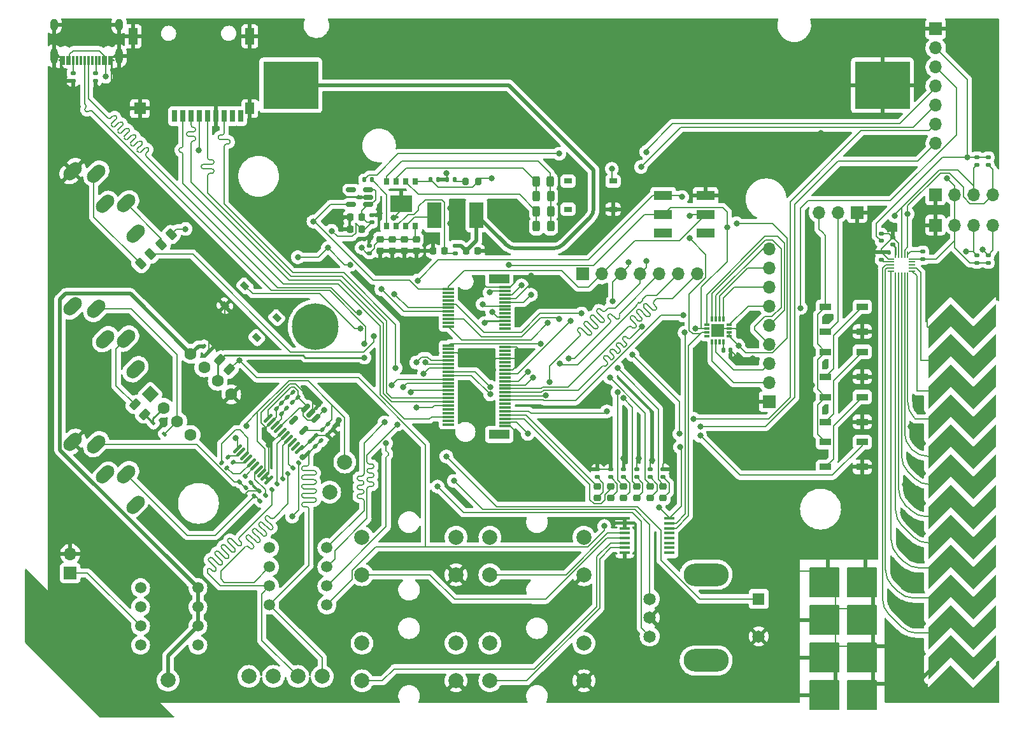
<source format=gbr>
%TF.GenerationSoftware,KiCad,Pcbnew,(6.0.5)*%
%TF.CreationDate,2022-06-20T23:21:56+02:00*%
%TF.ProjectId,clarinoid-devboard,636c6172-696e-46f6-9964-2d646576626f,rev?*%
%TF.SameCoordinates,Original*%
%TF.FileFunction,Copper,L1,Top*%
%TF.FilePolarity,Positive*%
%FSLAX46Y46*%
G04 Gerber Fmt 4.6, Leading zero omitted, Abs format (unit mm)*
G04 Created by KiCad (PCBNEW (6.0.5)) date 2022-06-20 23:21:56*
%MOMM*%
%LPD*%
G01*
G04 APERTURE LIST*
G04 Aperture macros list*
%AMRoundRect*
0 Rectangle with rounded corners*
0 $1 Rounding radius*
0 $2 $3 $4 $5 $6 $7 $8 $9 X,Y pos of 4 corners*
0 Add a 4 corners polygon primitive as box body*
4,1,4,$2,$3,$4,$5,$6,$7,$8,$9,$2,$3,0*
0 Add four circle primitives for the rounded corners*
1,1,$1+$1,$2,$3*
1,1,$1+$1,$4,$5*
1,1,$1+$1,$6,$7*
1,1,$1+$1,$8,$9*
0 Add four rect primitives between the rounded corners*
20,1,$1+$1,$2,$3,$4,$5,0*
20,1,$1+$1,$4,$5,$6,$7,0*
20,1,$1+$1,$6,$7,$8,$9,0*
20,1,$1+$1,$8,$9,$2,$3,0*%
%AMHorizOval*
0 Thick line with rounded ends*
0 $1 width*
0 $2 $3 position (X,Y) of the first rounded end (center of the circle)*
0 $4 $5 position (X,Y) of the second rounded end (center of the circle)*
0 Add line between two ends*
20,1,$1,$2,$3,$4,$5,0*
0 Add two circle primitives to create the rounded ends*
1,1,$1,$2,$3*
1,1,$1,$4,$5*%
%AMRotRect*
0 Rectangle, with rotation*
0 The origin of the aperture is its center*
0 $1 length*
0 $2 width*
0 $3 Rotation angle, in degrees counterclockwise*
0 Add horizontal line*
21,1,$1,$2,0,0,$3*%
%AMFreePoly0*
4,1,14,0.354215,0.088284,0.450784,-0.008285,0.462500,-0.036569,0.462500,-0.060000,0.450784,-0.088284,0.422500,-0.100000,-0.422500,-0.100000,-0.450784,-0.088284,-0.462500,-0.060000,-0.462500,0.060000,-0.450784,0.088284,-0.422500,0.100000,0.325931,0.100000,0.354215,0.088284,0.354215,0.088284,$1*%
%AMFreePoly1*
4,1,14,0.450784,0.088284,0.462500,0.060000,0.462500,0.036569,0.450784,0.008285,0.354215,-0.088284,0.325931,-0.100000,-0.422500,-0.100000,-0.450784,-0.088284,-0.462500,-0.060000,-0.462500,0.060000,-0.450784,0.088284,-0.422500,0.100000,0.422500,0.100000,0.450784,0.088284,0.450784,0.088284,$1*%
%AMFreePoly2*
4,1,14,0.088284,0.450784,0.100000,0.422500,0.100000,-0.422500,0.088284,-0.450784,0.060000,-0.462500,-0.060000,-0.462500,-0.088284,-0.450784,-0.100000,-0.422500,-0.100000,0.325931,-0.088284,0.354215,0.008285,0.450784,0.036569,0.462500,0.060000,0.462500,0.088284,0.450784,0.088284,0.450784,$1*%
%AMFreePoly3*
4,1,14,-0.008285,0.450784,0.088284,0.354215,0.100000,0.325931,0.100000,-0.422500,0.088284,-0.450784,0.060000,-0.462500,-0.060000,-0.462500,-0.088284,-0.450784,-0.100000,-0.422500,-0.100000,0.422500,-0.088284,0.450784,-0.060000,0.462500,-0.036569,0.462500,-0.008285,0.450784,-0.008285,0.450784,$1*%
%AMFreePoly4*
4,1,14,0.450784,0.088284,0.462500,0.060000,0.462500,-0.060000,0.450784,-0.088284,0.422500,-0.100000,-0.325931,-0.100000,-0.354215,-0.088284,-0.450784,0.008285,-0.462500,0.036569,-0.462500,0.060000,-0.450784,0.088284,-0.422500,0.100000,0.422500,0.100000,0.450784,0.088284,0.450784,0.088284,$1*%
%AMFreePoly5*
4,1,14,0.450784,0.088284,0.462500,0.060000,0.462500,-0.060000,0.450784,-0.088284,0.422500,-0.100000,-0.422500,-0.100000,-0.450784,-0.088284,-0.462500,-0.060000,-0.462500,-0.036569,-0.450784,-0.008285,-0.354215,0.088284,-0.325931,0.100000,0.422500,0.100000,0.450784,0.088284,0.450784,0.088284,$1*%
%AMFreePoly6*
4,1,14,0.088284,0.450784,0.100000,0.422500,0.100000,-0.325931,0.088284,-0.354215,-0.008285,-0.450784,-0.036569,-0.462500,-0.060000,-0.462500,-0.088284,-0.450784,-0.100000,-0.422500,-0.100000,0.422500,-0.088284,0.450784,-0.060000,0.462500,0.060000,0.462500,0.088284,0.450784,0.088284,0.450784,$1*%
%AMFreePoly7*
4,1,14,0.088284,0.450784,0.100000,0.422500,0.100000,-0.422500,0.088284,-0.450784,0.060000,-0.462500,0.036569,-0.462500,0.008285,-0.450784,-0.088284,-0.354215,-0.100000,-0.325931,-0.100000,0.422500,-0.088284,0.450784,-0.060000,0.462500,0.060000,0.462500,0.088284,0.450784,0.088284,0.450784,$1*%
%AMFreePoly8*
4,1,9,1.414214,2.828427,1.414214,-1.414214,-2.828427,-1.414214,-2.828427,-5.656854,-4.949747,-3.535534,-4.949747,0.707107,-0.707107,0.707107,-0.707107,4.949747,1.414214,2.828427,1.414214,2.828427,$1*%
G04 Aperture macros list end*
%TA.AperFunction,SMDPad,CuDef*%
%ADD10RoundRect,0.218750X0.256250X-0.218750X0.256250X0.218750X-0.256250X0.218750X-0.256250X-0.218750X0*%
%TD*%
%TA.AperFunction,SMDPad,CuDef*%
%ADD11RoundRect,0.140000X-0.219203X-0.021213X-0.021213X-0.219203X0.219203X0.021213X0.021213X0.219203X0*%
%TD*%
%TA.AperFunction,SMDPad,CuDef*%
%ADD12RoundRect,0.225000X0.225000X0.250000X-0.225000X0.250000X-0.225000X-0.250000X0.225000X-0.250000X0*%
%TD*%
%TA.AperFunction,SMDPad,CuDef*%
%ADD13RoundRect,0.135000X0.185000X-0.135000X0.185000X0.135000X-0.185000X0.135000X-0.185000X-0.135000X0*%
%TD*%
%TA.AperFunction,ComponentPad*%
%ADD14R,1.700000X1.700000*%
%TD*%
%TA.AperFunction,ComponentPad*%
%ADD15O,1.700000X1.700000*%
%TD*%
%TA.AperFunction,SMDPad,CuDef*%
%ADD16RoundRect,0.225000X-0.250000X0.225000X-0.250000X-0.225000X0.250000X-0.225000X0.250000X0.225000X0*%
%TD*%
%TA.AperFunction,SMDPad,CuDef*%
%ADD17RotRect,0.600000X0.450000X315.000000*%
%TD*%
%TA.AperFunction,ComponentPad*%
%ADD18C,2.000000*%
%TD*%
%TA.AperFunction,ComponentPad*%
%ADD19RotRect,1.600000X1.600000X45.000000*%
%TD*%
%TA.AperFunction,ComponentPad*%
%ADD20HorizOval,1.600000X0.000000X0.000000X0.000000X0.000000X0*%
%TD*%
%TA.AperFunction,SMDPad,CuDef*%
%ADD21RoundRect,0.140000X0.170000X-0.140000X0.170000X0.140000X-0.170000X0.140000X-0.170000X-0.140000X0*%
%TD*%
%TA.AperFunction,SMDPad,CuDef*%
%ADD22RoundRect,0.135000X0.135000X0.185000X-0.135000X0.185000X-0.135000X-0.185000X0.135000X-0.185000X0*%
%TD*%
%TA.AperFunction,SMDPad,CuDef*%
%ADD23R,1.475000X0.450000*%
%TD*%
%TA.AperFunction,ComponentPad*%
%ADD24C,6.200000*%
%TD*%
%TA.AperFunction,SMDPad,CuDef*%
%ADD25R,0.700000X0.950000*%
%TD*%
%TA.AperFunction,SMDPad,CuDef*%
%ADD26R,2.850000X2.250000*%
%TD*%
%TA.AperFunction,SMDPad,CuDef*%
%ADD27R,2.375000X1.300000*%
%TD*%
%TA.AperFunction,SMDPad,CuDef*%
%ADD28RoundRect,0.140000X0.021213X-0.219203X0.219203X-0.021213X-0.021213X0.219203X-0.219203X0.021213X0*%
%TD*%
%TA.AperFunction,SMDPad,CuDef*%
%ADD29R,7.340000X6.350000*%
%TD*%
%TA.AperFunction,SMDPad,CuDef*%
%ADD30R,1.850000X3.500000*%
%TD*%
%TA.AperFunction,SMDPad,CuDef*%
%ADD31RoundRect,0.135000X-0.185000X0.135000X-0.185000X-0.135000X0.185000X-0.135000X0.185000X0.135000X0*%
%TD*%
%TA.AperFunction,ComponentPad*%
%ADD32C,1.500000*%
%TD*%
%TA.AperFunction,SMDPad,CuDef*%
%ADD33RoundRect,0.243750X0.243750X0.456250X-0.243750X0.456250X-0.243750X-0.456250X0.243750X-0.456250X0*%
%TD*%
%TA.AperFunction,SMDPad,CuDef*%
%ADD34RoundRect,0.140000X0.140000X0.170000X-0.140000X0.170000X-0.140000X-0.170000X0.140000X-0.170000X0*%
%TD*%
%TA.AperFunction,ComponentPad*%
%ADD35HorizOval,1.700000X0.388909X0.388909X-0.388909X-0.388909X0*%
%TD*%
%TA.AperFunction,ComponentPad*%
%ADD36C,0.300000*%
%TD*%
%TA.AperFunction,SMDPad,CuDef*%
%ADD37RoundRect,0.140000X0.219203X0.021213X0.021213X0.219203X-0.219203X-0.021213X-0.021213X-0.219203X0*%
%TD*%
%TA.AperFunction,SMDPad,CuDef*%
%ADD38C,0.500000*%
%TD*%
%TA.AperFunction,SMDPad,CuDef*%
%ADD39R,1.500000X0.900000*%
%TD*%
%TA.AperFunction,SMDPad,CuDef*%
%ADD40RoundRect,0.243750X-0.243750X-0.456250X0.243750X-0.456250X0.243750X0.456250X-0.243750X0.456250X0*%
%TD*%
%TA.AperFunction,SMDPad,CuDef*%
%ADD41RoundRect,0.150000X0.512500X0.150000X-0.512500X0.150000X-0.512500X-0.150000X0.512500X-0.150000X0*%
%TD*%
%TA.AperFunction,SMDPad,CuDef*%
%ADD42RoundRect,0.135000X-0.035355X0.226274X-0.226274X0.035355X0.035355X-0.226274X0.226274X-0.035355X0*%
%TD*%
%TA.AperFunction,ComponentPad*%
%ADD43HorizOval,4.500000X-1.590990X1.590990X1.590990X-1.590990X0*%
%TD*%
%TA.AperFunction,SMDPad,CuDef*%
%ADD44RoundRect,0.250000X0.132583X-0.503814X0.503814X-0.132583X-0.132583X0.503814X-0.503814X0.132583X0*%
%TD*%
%TA.AperFunction,SMDPad,CuDef*%
%ADD45RoundRect,0.250000X0.503814X0.132583X0.132583X0.503814X-0.503814X-0.132583X-0.132583X-0.503814X0*%
%TD*%
%TA.AperFunction,SMDPad,CuDef*%
%ADD46FreePoly0,270.000000*%
%TD*%
%TA.AperFunction,SMDPad,CuDef*%
%ADD47RoundRect,0.050000X-0.050000X0.412500X-0.050000X-0.412500X0.050000X-0.412500X0.050000X0.412500X0*%
%TD*%
%TA.AperFunction,SMDPad,CuDef*%
%ADD48FreePoly1,270.000000*%
%TD*%
%TA.AperFunction,SMDPad,CuDef*%
%ADD49FreePoly2,270.000000*%
%TD*%
%TA.AperFunction,SMDPad,CuDef*%
%ADD50RoundRect,0.050000X-0.412500X0.050000X-0.412500X-0.050000X0.412500X-0.050000X0.412500X0.050000X0*%
%TD*%
%TA.AperFunction,SMDPad,CuDef*%
%ADD51FreePoly3,270.000000*%
%TD*%
%TA.AperFunction,SMDPad,CuDef*%
%ADD52FreePoly4,270.000000*%
%TD*%
%TA.AperFunction,SMDPad,CuDef*%
%ADD53FreePoly5,270.000000*%
%TD*%
%TA.AperFunction,SMDPad,CuDef*%
%ADD54FreePoly6,270.000000*%
%TD*%
%TA.AperFunction,SMDPad,CuDef*%
%ADD55FreePoly7,270.000000*%
%TD*%
%TA.AperFunction,SMDPad,CuDef*%
%ADD56R,0.700000X1.600000*%
%TD*%
%TA.AperFunction,SMDPad,CuDef*%
%ADD57R,1.200000X1.500000*%
%TD*%
%TA.AperFunction,SMDPad,CuDef*%
%ADD58R,1.200000X2.200000*%
%TD*%
%TA.AperFunction,SMDPad,CuDef*%
%ADD59R,1.600000X1.500000*%
%TD*%
%TA.AperFunction,SMDPad,CuDef*%
%ADD60FreePoly8,135.000000*%
%TD*%
%TA.AperFunction,SMDPad,CuDef*%
%ADD61RoundRect,0.135000X0.035355X-0.226274X0.226274X-0.035355X-0.035355X0.226274X-0.226274X0.035355X0*%
%TD*%
%TA.AperFunction,SMDPad,CuDef*%
%ADD62RoundRect,0.100000X-0.380070X-0.521491X0.521491X0.380070X0.380070X0.521491X-0.521491X-0.380070X0*%
%TD*%
%TA.AperFunction,SMDPad,CuDef*%
%ADD63R,0.300000X0.800000*%
%TD*%
%TA.AperFunction,SMDPad,CuDef*%
%ADD64R,0.800000X0.300000*%
%TD*%
%TA.AperFunction,SMDPad,CuDef*%
%ADD65R,1.800000X1.800000*%
%TD*%
%TA.AperFunction,SMDPad,CuDef*%
%ADD66R,0.300000X1.150000*%
%TD*%
%TA.AperFunction,ComponentPad*%
%ADD67O,1.000000X1.600000*%
%TD*%
%TA.AperFunction,ComponentPad*%
%ADD68O,1.000000X2.100000*%
%TD*%
%TA.AperFunction,SMDPad,CuDef*%
%ADD69R,1.550000X0.300000*%
%TD*%
%TA.AperFunction,SMDPad,CuDef*%
%ADD70R,2.750000X1.200000*%
%TD*%
%TA.AperFunction,SMDPad,CuDef*%
%ADD71RoundRect,0.200000X0.200000X0.275000X-0.200000X0.275000X-0.200000X-0.275000X0.200000X-0.275000X0*%
%TD*%
%TA.AperFunction,SMDPad,CuDef*%
%ADD72RoundRect,0.225000X-0.225000X-0.250000X0.225000X-0.250000X0.225000X0.250000X-0.225000X0.250000X0*%
%TD*%
%TA.AperFunction,SMDPad,CuDef*%
%ADD73RoundRect,0.140000X-0.140000X-0.170000X0.140000X-0.170000X0.140000X0.170000X-0.140000X0.170000X0*%
%TD*%
%TA.AperFunction,SMDPad,CuDef*%
%ADD74R,1.000000X0.750000*%
%TD*%
%TA.AperFunction,ComponentPad*%
%ADD75R,1.650000X1.650000*%
%TD*%
%TA.AperFunction,ComponentPad*%
%ADD76C,1.650000*%
%TD*%
%TA.AperFunction,ComponentPad*%
%ADD77O,6.000000X3.000000*%
%TD*%
%TA.AperFunction,SMDPad,CuDef*%
%ADD78RoundRect,0.250000X-0.503814X-0.132583X-0.132583X-0.503814X0.503814X0.132583X0.132583X0.503814X0*%
%TD*%
%TA.AperFunction,SMDPad,CuDef*%
%ADD79RotRect,1.000000X0.750000X315.000000*%
%TD*%
%TA.AperFunction,SMDPad,CuDef*%
%ADD80RoundRect,0.150000X0.256326X0.468458X-0.468458X-0.256326X-0.256326X-0.468458X0.468458X0.256326X0*%
%TD*%
%TA.AperFunction,ViaPad*%
%ADD81C,0.800000*%
%TD*%
%TA.AperFunction,Conductor*%
%ADD82C,0.200000*%
%TD*%
%TA.AperFunction,Conductor*%
%ADD83C,0.500000*%
%TD*%
%TA.AperFunction,Conductor*%
%ADD84C,0.250000*%
%TD*%
G04 APERTURE END LIST*
%TO.C,NT1*%
G36*
X124581611Y-85299197D02*
G01*
X123874504Y-86006304D01*
X123520951Y-85652751D01*
X124228058Y-84945644D01*
X124581611Y-85299197D01*
G37*
%TD*%
D10*
%TO.P,D5,1,K*%
%TO.N,Net-(D5-Pad1)*%
X171493312Y-91247042D03*
%TO.P,D5,2,A*%
%TO.N,GEN_LED1*%
X171493312Y-89672042D03*
%TD*%
D11*
%TO.P,C4,1*%
%TO.N,A3v3*%
X126883077Y-81371386D03*
%TO.P,C4,2*%
%TO.N,GND*%
X127561899Y-82050208D03*
%TD*%
D12*
%TO.P,C28,1*%
%TO.N,Supply+5v*%
X131420804Y-55512034D03*
%TO.P,C28,2*%
%TO.N,GND*%
X129870804Y-55512034D03*
%TD*%
D13*
%TO.P,R38,1*%
%TO.N,Net-(D10-Pad1)*%
X164493312Y-88459542D03*
%TO.P,R38,2*%
%TO.N,GND*%
X164493312Y-87439542D03*
%TD*%
D14*
%TO.P,J14,1,Pin_1*%
%TO.N,GND*%
X185566565Y-78397523D03*
D15*
%TO.P,J14,2,Pin_2*%
%TO.N,Net-(IC4-Pad1)*%
X185566565Y-75857523D03*
%TO.P,J14,3,Pin_3*%
%TO.N,Net-(IC4-Pad2)*%
X185566565Y-73317523D03*
%TO.P,J14,4,Pin_4*%
%TO.N,Net-(IC4-Pad12)*%
X185566565Y-70777523D03*
%TO.P,J14,5,Pin_5*%
%TO.N,Net-(IC4-Pad13)*%
X185566565Y-68237523D03*
%TO.P,J14,6,Pin_6*%
%TO.N,Net-(IC4-Pad8)*%
X185566565Y-65697523D03*
%TO.P,J14,7,Pin_7*%
%TO.N,Net-(IC4-Pad9)*%
X185566565Y-63157523D03*
%TO.P,J14,8,Pin_8*%
%TO.N,Net-(IC4-Pad10)*%
X185566565Y-60617523D03*
%TO.P,J14,9,Pin_9*%
%TO.N,Net-(IC4-Pad11)*%
X185566565Y-58077523D03*
%TD*%
D16*
%TO.P,C21,1*%
%TO.N,Net-(C17-Pad1)*%
X135460804Y-56797034D03*
%TO.P,C21,2*%
%TO.N,GND*%
X135460804Y-58347034D03*
%TD*%
D10*
%TO.P,D7,1,K*%
%TO.N,Net-(D7-Pad1)*%
X169743312Y-91247042D03*
%TO.P,D7,2,A*%
%TO.N,GEN_LED2*%
X169743312Y-89672042D03*
%TD*%
D13*
%TO.P,R35,1*%
%TO.N,Net-(D7-Pad1)*%
X169743312Y-88459542D03*
%TO.P,R35,2*%
%TO.N,GND*%
X169743312Y-87439542D03*
%TD*%
%TO.P,R40,1*%
%TO.N,I2C_SDA*%
X213198312Y-46934542D03*
%TO.P,R40,2*%
%TO.N,+3V3*%
X213198312Y-45914542D03*
%TD*%
D17*
%TO.P,D6,1,K*%
%TO.N,Net-(D6-Pad1)*%
X103675702Y-81230055D03*
%TO.P,D6,2,A*%
%TO.N,Net-(D6-Pad2)*%
X105160626Y-82714979D03*
%TD*%
D14*
%TO.P,J7,1,Pin_1*%
%TO.N,/5v tap input*%
X92660804Y-101197034D03*
D15*
%TO.P,J7,2,Pin_2*%
%TO.N,GND*%
X92660804Y-98657034D03*
%TD*%
D18*
%TO.P,TP4,1,1*%
%TO.N,Net-(R1-Pad1)*%
X122910804Y-114947034D03*
%TD*%
D19*
%TO.P,U8,1,NC*%
%TO.N,unconnected-(U8-Pad1)*%
X103286793Y-77447034D03*
D20*
%TO.P,U8,2,C1*%
%TO.N,Net-(D6-Pad1)*%
X105082844Y-79243085D03*
%TO.P,U8,3,C2*%
%TO.N,Net-(D6-Pad2)*%
X106878895Y-81039136D03*
%TO.P,U8,4,NC*%
%TO.N,unconnected-(U8-Pad4)*%
X108674947Y-82835188D03*
%TO.P,U8,5,GND*%
%TO.N,GND*%
X114063100Y-77447034D03*
%TO.P,U8,6,VO2*%
%TO.N,T00 MIDI IN*%
X112267049Y-75650983D03*
%TO.P,U8,7,VO1*%
%TO.N,unconnected-(U8-Pad7)*%
X110470998Y-73854932D03*
%TO.P,U8,8,VCC*%
%TO.N,Supply+5v*%
X108674947Y-72058880D03*
%TD*%
D21*
%TO.P,C23,1*%
%TO.N,Net-(C17-Pad1)*%
X132460804Y-58657034D03*
%TO.P,C23,2*%
%TO.N,GND*%
X132460804Y-57697034D03*
%TD*%
D22*
%TO.P,R10,1*%
%TO.N,Net-(IC2-Pad5)*%
X132770804Y-48912034D03*
%TO.P,R10,2*%
%TO.N,Net-(R10-Pad2)*%
X131750804Y-48912034D03*
%TD*%
D21*
%TO.P,C26,1*%
%TO.N,Supply+5v*%
X132745804Y-54572034D03*
%TO.P,C26,2*%
%TO.N,GND*%
X132745804Y-53612034D03*
%TD*%
D11*
%TO.P,C14,1*%
%TO.N,GND*%
X122226946Y-77146256D03*
%TO.P,C14,2*%
%TO.N,D3v3*%
X122905768Y-77825078D03*
%TD*%
D21*
%TO.P,C25,1*%
%TO.N,+3V3*%
X200468792Y-57032042D03*
%TO.P,C25,2*%
%TO.N,GND*%
X200468792Y-56072042D03*
%TD*%
D10*
%TO.P,D9,1,K*%
%TO.N,Net-(D9-Pad1)*%
X166243312Y-91237042D03*
%TO.P,D9,2,A*%
%TO.N,GEN_LED4*%
X166243312Y-89662042D03*
%TD*%
D12*
%TO.P,C18,1*%
%TO.N,Net-(C18-Pad1)*%
X142435804Y-58397034D03*
%TO.P,C18,2*%
%TO.N,GND*%
X140885804Y-58397034D03*
%TD*%
D16*
%TO.P,C20,1*%
%TO.N,Net-(C17-Pad1)*%
X137060804Y-56797034D03*
%TO.P,C20,2*%
%TO.N,GND*%
X137060804Y-58347034D03*
%TD*%
D23*
%TO.P,IC1,1,A0*%
%TO.N,GND*%
X166385312Y-93934542D03*
%TO.P,IC1,2,A1*%
X166385312Y-94584542D03*
%TO.P,IC1,3,A2*%
X166385312Y-95234542D03*
%TO.P,IC1,4,IO0*%
%TO.N,Net-(IC1-Pad4)*%
X166385312Y-95884542D03*
%TO.P,IC1,5,IO1*%
%TO.N,Net-(IC1-Pad5)*%
X166385312Y-96534542D03*
%TO.P,IC1,6,IO2*%
%TO.N,Net-(IC1-Pad6)*%
X166385312Y-97184542D03*
%TO.P,IC1,7,IO3*%
%TO.N,Net-(IC1-Pad7)*%
X166385312Y-97834542D03*
%TO.P,IC1,8,VSS*%
%TO.N,GND*%
X166385312Y-98484542D03*
%TO.P,IC1,9,IO4*%
%TO.N,unconnected-(IC1-Pad9)*%
X172261312Y-98484542D03*
%TO.P,IC1,10,IO5*%
%TO.N,unconnected-(IC1-Pad10)*%
X172261312Y-97834542D03*
%TO.P,IC1,11,IO6*%
%TO.N,unconnected-(IC1-Pad11)*%
X172261312Y-97184542D03*
%TO.P,IC1,12,IO7*%
%TO.N,unconnected-(IC1-Pad12)*%
X172261312Y-96534542D03*
%TO.P,IC1,13,~{INT}*%
%TO.N,unconnected-(IC1-Pad13)*%
X172261312Y-95884542D03*
%TO.P,IC1,14,SCL*%
%TO.N,I2C_SCL*%
X172261312Y-95234542D03*
%TO.P,IC1,15,SDA*%
%TO.N,I2C_SDA*%
X172261312Y-94584542D03*
%TO.P,IC1,16,VDD*%
%TO.N,+3V3*%
X172261312Y-93934542D03*
%TD*%
D24*
%TO.P,H1,1*%
%TO.N,N/C*%
X125198312Y-68434542D03*
%TD*%
D25*
%TO.P,IC2,1,VIN*%
%TO.N,USB_Vin5v*%
X138560804Y-49097034D03*
%TO.P,IC2,2,LED1*%
%TO.N,Net-(D1-Pad2)*%
X137290804Y-49097034D03*
%TO.P,IC2,3,LED2*%
%TO.N,Net-(D3-Pad2)*%
X136020804Y-49097034D03*
%TO.P,IC2,4,LED3*%
%TO.N,Net-(D1-Pad1)*%
X134750804Y-49097034D03*
%TO.P,IC2,5,KEY*%
%TO.N,Net-(IC2-Pad5)*%
X134750804Y-55047034D03*
%TO.P,IC2,6,BAT*%
%TO.N,Net-(C18-Pad1)*%
X136020804Y-55047034D03*
%TO.P,IC2,7,SW-inductor*%
%TO.N,Net-(IC2-Pad7)*%
X137290804Y-55047034D03*
%TO.P,IC2,8,VOUT*%
%TO.N,Net-(C17-Pad1)*%
X138560804Y-55047034D03*
D26*
%TO.P,IC2,9,PWR-GND*%
%TO.N,GND*%
X136655804Y-52072034D03*
%TD*%
D27*
%TO.P,U10,1,GND*%
%TO.N,GND*%
X177118804Y-51032034D03*
%TO.P,U10,2,Vs*%
%TO.N,+3V3*%
X177118804Y-53532034D03*
%TO.P,U10,3,INT*%
%TO.N,unconnected-(U10-Pad3)*%
X177118804Y-56032034D03*
%TO.P,U10,4,NC*%
%TO.N,unconnected-(U10-Pad4)*%
X171492804Y-56032034D03*
%TO.P,U10,5,SDA*%
%TO.N,I2C_SDA*%
X171492804Y-53532034D03*
%TO.P,U10,6,SCL*%
%TO.N,I2C_SCL*%
X171492804Y-51032034D03*
%TD*%
D28*
%TO.P,C12,1*%
%TO.N,Net-(C12-Pad1)*%
X117099730Y-90977956D03*
%TO.P,C12,2*%
%TO.N,GND*%
X117778552Y-90299134D03*
%TD*%
D18*
%TO.P,SW4,1,1*%
%TO.N,GND*%
X143948312Y-115534542D03*
%TO.P,SW4,2,2*%
%TO.N,Net-(IC1-Pad6)*%
X131448312Y-115534542D03*
%TO.P,SW4,3*%
%TO.N,N/C*%
X143948312Y-110534542D03*
%TO.P,SW4,4*%
X131448312Y-110534542D03*
%TD*%
D29*
%TO.P,BT1,1,+*%
%TO.N,Batt+*%
X121988304Y-36346568D03*
%TO.P,BT1,2,-*%
%TO.N,GND*%
X200648304Y-36346568D03*
%TD*%
D30*
%TO.P,L1,1,1*%
%TO.N,Net-(IC2-Pad7)*%
X141060804Y-53612034D03*
%TO.P,L1,2,2*%
%TO.N,Batt+*%
X146660804Y-53612034D03*
%TD*%
D31*
%TO.P,R4,1*%
%TO.N,Net-(R4-Pad1)*%
X205993312Y-58439542D03*
%TO.P,R4,2*%
%TO.N,+3V3*%
X205993312Y-59459542D03*
%TD*%
D32*
%TO.P,SW8,1*%
%TO.N,+3V3*%
X126780804Y-105447034D03*
%TO.P,SW8,2*%
%TO.N,I2S_LRCK*%
X126780804Y-102907034D03*
%TO.P,SW8,3*%
%TO.N,I2S_DIN*%
X126780804Y-100367034D03*
%TO.P,SW8,4*%
%TO.N,I2S_BCK*%
X126780804Y-97827034D03*
%TO.P,SW8,5*%
%TO.N,Net-(R3-Pad1)*%
X119160804Y-97827034D03*
%TO.P,SW8,6*%
%TO.N,Net-(R2-Pad1)*%
X119160804Y-100367034D03*
%TO.P,SW8,7*%
%TO.N,Net-(R1-Pad1)*%
X119160804Y-102907034D03*
%TO.P,SW8,8*%
%TO.N,Net-(C5-Pad1)*%
X119160804Y-105447034D03*
%TD*%
D18*
%TO.P,SW3,1,1*%
%TO.N,GND*%
X143948312Y-101434542D03*
%TO.P,SW3,2,2*%
%TO.N,Net-(IC1-Pad5)*%
X131448312Y-101434542D03*
%TO.P,SW3,3*%
%TO.N,N/C*%
X143948312Y-96434542D03*
%TO.P,SW3,4*%
X131448312Y-96434542D03*
%TD*%
D13*
%TO.P,R41,1*%
%TO.N,I2C_SCL*%
X214698312Y-46944542D03*
%TO.P,R41,2*%
%TO.N,+3V3*%
X214698312Y-45924542D03*
%TD*%
D10*
%TO.P,D11,1,K*%
%TO.N,Net-(D11-Pad1)*%
X162743312Y-91237042D03*
%TO.P,D11,2,A*%
%TO.N,GEN_LED6*%
X162743312Y-89662042D03*
%TD*%
D33*
%TO.P,D1,1,K*%
%TO.N,Net-(D1-Pad1)*%
X156518304Y-55096568D03*
%TO.P,D1,2,A*%
%TO.N,Net-(D1-Pad2)*%
X154643304Y-55096568D03*
%TD*%
D34*
%TO.P,C15,1*%
%TO.N,Net-(C15-Pad1)*%
X143740804Y-48897034D03*
%TO.P,C15,2*%
%TO.N,GND*%
X142780804Y-48897034D03*
%TD*%
D35*
%TO.P,J10,1,S-GND*%
%TO.N,unconnected-(J10-Pad1)*%
X92973798Y-65760028D03*
%TO.P,J10,2,Tip*%
%TO.N,Net-(D6-Pad2)*%
X96120423Y-66078226D03*
%TO.P,J10,3*%
%TO.N,unconnected-(J10-Pad3)*%
X97322505Y-70108735D03*
%TO.P,J10,4,Ring*%
%TO.N,Net-(J10-Pad4)*%
X100080221Y-70038024D03*
%TO.P,J10,5*%
%TO.N,unconnected-(J10-Pad5)*%
X101317658Y-74103888D03*
%TD*%
D36*
%TO.P,U5,1,Pin_1*%
%TO.N,GND*%
X197410804Y-108947034D03*
X193410804Y-100947034D03*
X196410804Y-105947034D03*
X198410804Y-115947034D03*
X191410804Y-117447034D03*
X194410804Y-108947034D03*
X197410804Y-113947034D03*
X197410804Y-115947034D03*
X199410804Y-103947034D03*
X197410804Y-100947034D03*
X194410804Y-102447034D03*
X197410804Y-118947034D03*
X199410804Y-113947034D03*
X193410804Y-110947034D03*
X196410804Y-107447034D03*
X192410804Y-112447034D03*
X191410804Y-118947034D03*
X193410804Y-112447034D03*
X192410804Y-100947034D03*
X191410804Y-115947034D03*
X199410804Y-117447034D03*
X193410804Y-102447034D03*
X196410804Y-113947034D03*
X199410804Y-108947034D03*
X192410804Y-105947034D03*
X193410804Y-107447034D03*
X192410804Y-118947034D03*
X198410804Y-105947034D03*
X196410804Y-117447034D03*
X192410804Y-113947034D03*
X191410804Y-102447034D03*
X194410804Y-100947034D03*
X192410804Y-102447034D03*
X197410804Y-103947034D03*
X198410804Y-107447034D03*
X191410804Y-113947034D03*
X193410804Y-117447034D03*
X192410804Y-117447034D03*
X191410804Y-112447034D03*
X197410804Y-105947034D03*
X199410804Y-100947034D03*
X191410804Y-107447034D03*
X198410804Y-112447034D03*
X193410804Y-115947034D03*
X192410804Y-108947034D03*
X191410804Y-110947034D03*
X193410804Y-113947034D03*
X194410804Y-115947034D03*
X196410804Y-103947034D03*
X198410804Y-117447034D03*
X198410804Y-118947034D03*
X197410804Y-112447034D03*
X194410804Y-112447034D03*
X194410804Y-118947034D03*
X196410804Y-118947034D03*
X197410804Y-110947034D03*
X192410804Y-107447034D03*
X194410804Y-103947034D03*
X196410804Y-115947034D03*
X196410804Y-100947034D03*
X198410804Y-100947034D03*
X196410804Y-112447034D03*
X194410804Y-110947034D03*
X199410804Y-118947034D03*
X194410804Y-113947034D03*
X197410804Y-107447034D03*
X193410804Y-105947034D03*
X199410804Y-102447034D03*
X193410804Y-108947034D03*
X191410804Y-100947034D03*
X197410804Y-117447034D03*
X193410804Y-103947034D03*
X199410804Y-112447034D03*
X198410804Y-108947034D03*
X199410804Y-115947034D03*
X191410804Y-105947034D03*
X198410804Y-113947034D03*
X194410804Y-117447034D03*
X196410804Y-110947034D03*
X199410804Y-105947034D03*
X191410804Y-103947034D03*
X192410804Y-115947034D03*
X192410804Y-103947034D03*
X196410804Y-102447034D03*
X191410804Y-108947034D03*
X197410804Y-102447034D03*
X199410804Y-110947034D03*
X194410804Y-105947034D03*
X198410804Y-110947034D03*
X192410804Y-110947034D03*
X193410804Y-118947034D03*
X194410804Y-107447034D03*
X199410804Y-107447034D03*
X198410804Y-103947034D03*
X196410804Y-108947034D03*
X198410804Y-102447034D03*
%TD*%
D11*
%TO.P,C27,1*%
%TO.N,Supply+5v*%
X110442714Y-71026505D03*
%TO.P,C27,2*%
%TO.N,GND*%
X111121536Y-71705327D03*
%TD*%
D37*
%TO.P,C8,1*%
%TO.N,Net-(C8-Pad1)*%
X113501248Y-87229599D03*
%TO.P,C8,2*%
%TO.N,Net-(C8-Pad2)*%
X112822426Y-86550777D03*
%TD*%
%TO.P,C5,1*%
%TO.N,Net-(C5-Pad1)*%
X126017038Y-83623354D03*
%TO.P,C5,2*%
%TO.N,GND*%
X125338216Y-82944532D03*
%TD*%
D38*
%TO.P,NT1,1,1*%
%TO.N,Net-(C5-Pad1)*%
X124404834Y-85122421D03*
%TO.P,NT1,2,2*%
%TO.N,D3v3*%
X123697728Y-85829527D03*
%TD*%
D28*
%TO.P,C9,1*%
%TO.N,Net-(C9-Pad1)*%
X115982501Y-89832443D03*
%TO.P,C9,2*%
%TO.N,GND*%
X116661323Y-89153621D03*
%TD*%
D14*
%TO.P,J5,1,Pin_1*%
%TO.N,GND*%
X207698312Y-50934542D03*
D15*
%TO.P,J5,2,Pin_2*%
%TO.N,+3V3*%
X210238312Y-50934542D03*
%TO.P,J5,3,Pin_3*%
%TO.N,I2C_SDA*%
X212778312Y-50934542D03*
%TO.P,J5,4,Pin_4*%
%TO.N,I2C_SCL*%
X215318312Y-50934542D03*
%TD*%
D10*
%TO.P,D8,1,K*%
%TO.N,Net-(D8-Pad1)*%
X167993312Y-91237042D03*
%TO.P,D8,2,A*%
%TO.N,GEN_LED3*%
X167993312Y-89662042D03*
%TD*%
D39*
%TO.P,D13,1,VDD*%
%TO.N,+3V3*%
X193060804Y-77797034D03*
%TO.P,D13,2,DOUT*%
%TO.N,Net-(D13-Pad2)*%
X193060804Y-81097034D03*
%TO.P,D13,3,VSS*%
%TO.N,GND*%
X197960804Y-81097034D03*
%TO.P,D13,4,DIN*%
%TO.N,Net-(D12-Pad2)*%
X197960804Y-77797034D03*
%TD*%
D40*
%TO.P,D2,1,K*%
%TO.N,Net-(D1-Pad2)*%
X154643304Y-53096568D03*
%TO.P,D2,2,A*%
%TO.N,Net-(D1-Pad1)*%
X156518304Y-53096568D03*
%TD*%
D41*
%TO.P,U11,1,IN*%
%TO.N,Supply+5v*%
X132283304Y-52162034D03*
%TO.P,U11,2,GND*%
%TO.N,GND*%
X132283304Y-51212034D03*
%TO.P,U11,3,EN*%
%TO.N,Supply+5v*%
X132283304Y-50262034D03*
%TO.P,U11,4,NC*%
%TO.N,unconnected-(U11-Pad4)*%
X130008304Y-50262034D03*
%TO.P,U11,5,OUT*%
%TO.N,+3V3*%
X130008304Y-52162034D03*
%TD*%
D42*
%TO.P,R6,1*%
%TO.N,Net-(R6-Pad1)*%
X118613630Y-90913626D03*
%TO.P,R6,2*%
%TO.N,Net-(C12-Pad1)*%
X117892382Y-91634874D03*
%TD*%
D18*
%TO.P,SW2,1,1*%
%TO.N,GND*%
X160948312Y-101434542D03*
%TO.P,SW2,2,2*%
%TO.N,Net-(IC1-Pad4)*%
X148448312Y-101434542D03*
%TO.P,SW2,3*%
%TO.N,N/C*%
X160948312Y-96434542D03*
%TO.P,SW2,4*%
X148448312Y-96434542D03*
%TD*%
D21*
%TO.P,C24,1*%
%TO.N,Net-(C24-Pad1)*%
X201993312Y-57539542D03*
%TO.P,C24,2*%
%TO.N,GND*%
X201993312Y-56579542D03*
%TD*%
D11*
%TO.P,C11,1*%
%TO.N,GND*%
X121519839Y-77853363D03*
%TO.P,C11,2*%
%TO.N,D3v3*%
X122198661Y-78532185D03*
%TD*%
D13*
%TO.P,R34,1*%
%TO.N,Net-(D5-Pad1)*%
X171493312Y-88459542D03*
%TO.P,R34,2*%
%TO.N,GND*%
X171493312Y-87439542D03*
%TD*%
D37*
%TO.P,C6,1*%
%TO.N,Net-(C5-Pad1)*%
X125225078Y-84387029D03*
%TO.P,C6,2*%
%TO.N,GND*%
X124546256Y-83708207D03*
%TD*%
D18*
%TO.P,TP2,1,1*%
%TO.N,Net-(R2-Pad1)*%
X119660804Y-114947034D03*
%TD*%
D16*
%TO.P,C17,1*%
%TO.N,Net-(C17-Pad1)*%
X138660804Y-56797034D03*
%TO.P,C17,2*%
%TO.N,GND*%
X138660804Y-58347034D03*
%TD*%
D43*
%TO.P,TP7,1,1*%
%TO.N,GND*%
X94160804Y-112947034D03*
%TD*%
D44*
%TO.P,R21,1*%
%TO.N,Net-(J11-Pad2)*%
X102015569Y-60092269D03*
%TO.P,R21,2*%
%TO.N,T01=MIDI OUT*%
X103306039Y-58801799D03*
%TD*%
D18*
%TO.P,TP1,1,1*%
%TO.N,Net-(R3-Pad1)*%
X116410804Y-114947034D03*
%TD*%
D45*
%TO.P,R22,1*%
%TO.N,+3V3*%
X113840362Y-74141310D03*
%TO.P,R22,2*%
%TO.N,T00 MIDI IN*%
X112549892Y-72850840D03*
%TD*%
D40*
%TO.P,D4,1,K*%
%TO.N,Net-(D3-Pad2)*%
X154580804Y-49096568D03*
%TO.P,D4,2,A*%
%TO.N,Net-(D1-Pad1)*%
X156455804Y-49096568D03*
%TD*%
D13*
%TO.P,R37,1*%
%TO.N,Net-(D9-Pad1)*%
X166243312Y-88459542D03*
%TO.P,R37,2*%
%TO.N,GND*%
X166243312Y-87439542D03*
%TD*%
D46*
%TO.P,U4,1,~{IRQ}*%
%TO.N,Net-(R4-Pad1)*%
X203993312Y-58852042D03*
D47*
%TO.P,U4,2,SCL*%
%TO.N,I2C_SCL*%
X203593312Y-58852042D03*
%TO.P,U4,3,SDA*%
%TO.N,I2C_SDA*%
X203193312Y-58852042D03*
%TO.P,U4,4,ADDR*%
%TO.N,GND*%
X202793312Y-58852042D03*
D48*
%TO.P,U4,5,VREG*%
%TO.N,Net-(C24-Pad1)*%
X202393312Y-58852042D03*
D49*
%TO.P,U4,6,VSS*%
%TO.N,GND*%
X201805812Y-59439542D03*
D50*
%TO.P,U4,7,REXT*%
%TO.N,Net-(R12-Pad1)*%
X201805812Y-59839542D03*
%TO.P,U4,8,ELE0*%
%TO.N,Net-(J20-Pad2)*%
X201805812Y-60239542D03*
%TO.P,U4,9,ELE1*%
%TO.N,Net-(J20-Pad3)*%
X201805812Y-60639542D03*
D51*
%TO.P,U4,10,ELE2*%
%TO.N,Net-(J20-Pad4)*%
X201805812Y-61039542D03*
D52*
%TO.P,U4,11,ELE3*%
%TO.N,Net-(J20-Pad5)*%
X202393312Y-61627042D03*
D47*
%TO.P,U4,12,LED0/ELE4*%
%TO.N,Net-(J20-Pad6)*%
X202793312Y-61627042D03*
%TO.P,U4,13,LED1/ELE5*%
%TO.N,Net-(J20-Pad7)*%
X203193312Y-61627042D03*
%TO.P,U4,14,LED2/ELE6*%
%TO.N,Net-(J20-Pad8)*%
X203593312Y-61627042D03*
D53*
%TO.P,U4,15,LED3/ELE7*%
%TO.N,Net-(J20-Pad9)*%
X203993312Y-61627042D03*
D54*
%TO.P,U4,16,LED4/ELE8*%
%TO.N,Net-(J20-Pad10)*%
X204580812Y-61039542D03*
D50*
%TO.P,U4,17,LED5/ELE9*%
%TO.N,Net-(J20-Pad11)*%
X204580812Y-60639542D03*
%TO.P,U4,18,LED6/ELE10*%
%TO.N,unconnected-(U4-Pad18)*%
X204580812Y-60239542D03*
%TO.P,U4,19,LED7/ELE11*%
%TO.N,unconnected-(U4-Pad19)*%
X204580812Y-59839542D03*
D55*
%TO.P,U4,20,VDD*%
%TO.N,+3V3*%
X204580812Y-59439542D03*
%TD*%
D31*
%TO.P,R11,1*%
%TO.N,Batt+*%
X143860804Y-57687034D03*
%TO.P,R11,2*%
%TO.N,Net-(C18-Pad1)*%
X143860804Y-58707034D03*
%TD*%
D56*
%TO.P,J3,1,DAT2_-_NC*%
%TO.N,unconnected-(J3-Pad1)*%
X106525000Y-40437500D03*
%TO.P,J3,2,SS_CS_CD/DAT3^2*%
%TO.N,SDIO_CS*%
X107625000Y-40437500D03*
%TO.P,J3,3,MOSI_CMD*%
%TO.N,SDIO_MOSI*%
X108725000Y-40437500D03*
%TO.P,J3,4,VDD_vin*%
%TO.N,+3V3*%
X109825000Y-40437500D03*
%TO.P,J3,5,CLK*%
%TO.N,SDIO_CLOCK*%
X110925000Y-40437500D03*
%TO.P,J3,6,VSS_gnd*%
%TO.N,GND*%
X112025000Y-40437500D03*
%TO.P,J3,7,MISO_DAT0*%
%TO.N,SDIO_MISO*%
X113125000Y-40437500D03*
%TO.P,J3,8,DAT1_NC*%
%TO.N,unconnected-(J3-Pad8)*%
X114225000Y-40437500D03*
%TO.P,J3,CD,Card_detect*%
%TO.N,unconnected-(J3-PadCD)*%
X115325000Y-40437500D03*
D57*
%TO.P,J3,MP1,SHIELD*%
%TO.N,GND*%
X116525000Y-39437500D03*
D58*
%TO.P,J3,MP2,SHIELD*%
X116525000Y-29837500D03*
%TO.P,J3,MP3,SHIELD*%
X101025000Y-29837500D03*
D59*
%TO.P,J3,MP4,SHIELD*%
X101925000Y-39437500D03*
%TD*%
D42*
%TO.P,R3,1*%
%TO.N,Net-(R3-Pad1)*%
X123004763Y-86550777D03*
%TO.P,R3,2*%
%TO.N,Net-(R3-Pad2)*%
X122283515Y-87272025D03*
%TD*%
D14*
%TO.P,J4,1,Pin_1*%
%TO.N,GND*%
X207723312Y-28834542D03*
D15*
%TO.P,J4,2,Pin_2*%
%TO.N,+3V3*%
X207723312Y-31374542D03*
%TO.P,J4,3,Pin_3*%
%TO.N,SPI0_MISO*%
X207723312Y-33914542D03*
%TO.P,J4,4,Pin_4*%
%TO.N,SPI0_MOSI*%
X207723312Y-36454542D03*
%TO.P,J4,5,Pin_5*%
%TO.N,SPI0_SCK*%
X207723312Y-38994542D03*
%TO.P,J4,6,Pin_6*%
%TO.N,SPI0_generic0_cs*%
X207723312Y-41534542D03*
%TO.P,J4,7,Pin_7*%
%TO.N,SPI0_generic1_cs*%
X207723312Y-44074542D03*
%TD*%
D37*
%TO.P,C13,1*%
%TO.N,Net-(C10-Pad1)*%
X121420844Y-79310003D03*
%TO.P,C13,2*%
%TO.N,GND*%
X120742022Y-78631181D03*
%TD*%
D35*
%TO.P,J1,1,S-GND*%
%TO.N,GND*%
X92973798Y-83760028D03*
%TO.P,J1,2,Tip*%
%TO.N,Net-(C9-Pad1)*%
X96120423Y-84078226D03*
%TO.P,J1,3*%
%TO.N,unconnected-(J1-Pad3)*%
X97322505Y-88108735D03*
%TO.P,J1,4,Ring*%
%TO.N,Net-(C12-Pad1)*%
X100080221Y-88038024D03*
%TO.P,J1,5*%
%TO.N,unconnected-(J1-Pad5)*%
X101317658Y-92103888D03*
%TD*%
D18*
%TO.P,TP3,1,1*%
%TO.N,Net-(C5-Pad1)*%
X126160804Y-114947034D03*
%TD*%
%TO.P,TP8,1,1*%
%TO.N,A3v3*%
X129160804Y-86447034D03*
%TD*%
D32*
%TO.P,SW9,1*%
%TO.N,USB_Vin5v*%
X102005804Y-103165034D03*
%TO.P,SW9,2*%
%TO.N,Net-(C17-Pad1)*%
X102005804Y-105705034D03*
%TO.P,SW9,3*%
%TO.N,/5v tap input*%
X102005804Y-108245034D03*
%TO.P,SW9,4*%
%TO.N,unconnected-(SW9-Pad4)*%
X102005804Y-110785034D03*
%TO.P,SW9,5*%
%TO.N,unconnected-(SW9-Pad5)*%
X109625804Y-110785034D03*
%TO.P,SW9,6*%
%TO.N,Supply+5v*%
X109625804Y-108245034D03*
%TO.P,SW9,7*%
X109625804Y-105705034D03*
%TO.P,SW9,8*%
X109625804Y-103165034D03*
%TD*%
D60*
%TO.P,J20,1,Pin_1*%
%TO.N,GND*%
X209698312Y-111434542D03*
%TO.P,J20,2,Pin_2*%
%TO.N,Net-(J20-Pad2)*%
X209698312Y-107434542D03*
%TO.P,J20,3,Pin_3*%
%TO.N,Net-(J20-Pad3)*%
X209698312Y-103434542D03*
%TO.P,J20,4,Pin_4*%
%TO.N,Net-(J20-Pad4)*%
X209698312Y-99434542D03*
%TO.P,J20,5,Pin_5*%
%TO.N,Net-(J20-Pad5)*%
X209698312Y-95434542D03*
%TO.P,J20,6,Pin_6*%
%TO.N,Net-(J20-Pad6)*%
X209698312Y-91434542D03*
%TO.P,J20,7,Pin_7*%
%TO.N,Net-(J20-Pad7)*%
X209698312Y-87434542D03*
%TO.P,J20,8,Pin_8*%
%TO.N,Net-(J20-Pad8)*%
X209698312Y-83434542D03*
%TO.P,J20,9,Pin_9*%
%TO.N,Net-(J20-Pad9)*%
X209698312Y-79434542D03*
%TO.P,J20,10,Pin_10*%
%TO.N,Net-(J20-Pad10)*%
X209698312Y-75434542D03*
%TO.P,J20,11,Pin_11*%
%TO.N,Net-(J20-Pad11)*%
X209698312Y-71434542D03*
%TO.P,J20,12,Pin_12*%
%TO.N,GND*%
X209698312Y-67434542D03*
%TD*%
D61*
%TO.P,R1,1*%
%TO.N,Net-(R1-Pad1)*%
X119455088Y-90100452D03*
%TO.P,R1,2*%
%TO.N,Net-(R1-Pad2)*%
X120176336Y-89379204D03*
%TD*%
D10*
%TO.P,D10,1,K*%
%TO.N,Net-(D10-Pad1)*%
X164493312Y-91247042D03*
%TO.P,D10,2,A*%
%TO.N,GEN_LED5*%
X164493312Y-89672042D03*
%TD*%
D11*
%TO.P,C3,1*%
%TO.N,A3v3*%
X126138931Y-82115533D03*
%TO.P,C3,2*%
%TO.N,GND*%
X126817753Y-82794355D03*
%TD*%
D13*
%TO.P,R7,1*%
%TO.N,GND*%
X93018304Y-35746568D03*
%TO.P,R7,2*%
%TO.N,Net-(J2-PadB5)*%
X93018304Y-34726568D03*
%TD*%
D62*
%TO.P,U1,1,CPVDD*%
%TO.N,A3v3*%
X114903088Y-84689318D03*
%TO.P,U1,2,CAPP*%
%TO.N,Net-(C7-Pad1)*%
X115362707Y-85148937D03*
%TO.P,U1,3,CPGND*%
%TO.N,Net-(C8-Pad2)*%
X115822326Y-85608557D03*
%TO.P,U1,4,CAPM*%
%TO.N,Net-(C7-Pad2)*%
X116281946Y-86068176D03*
%TO.P,U1,5,VNEG*%
%TO.N,Net-(C8-Pad1)*%
X116741565Y-86527795D03*
%TO.P,U1,6,OUTL*%
%TO.N,Net-(R5-Pad1)*%
X117201185Y-86987415D03*
%TO.P,U1,7,OUTR*%
%TO.N,Net-(R6-Pad1)*%
X117660804Y-87447034D03*
%TO.P,U1,8,AVDD*%
%TO.N,A3v3*%
X118120423Y-87906654D03*
%TO.P,U1,9,AGND*%
%TO.N,GND*%
X118580043Y-88366273D03*
%TO.P,U1,10,DEMP*%
X119039662Y-88825892D03*
%TO.P,U1,11,FLT*%
X123087848Y-84777706D03*
%TO.P,U1,12,SCK*%
%TO.N,unconnected-(U1-Pad12)*%
X122628229Y-84318087D03*
%TO.P,U1,13,BCK*%
%TO.N,Net-(R3-Pad2)*%
X122168610Y-83858467D03*
%TO.P,U1,14,DIN*%
%TO.N,Net-(R2-Pad2)*%
X121708990Y-83398848D03*
%TO.P,U1,15,LRCK*%
%TO.N,Net-(R1-Pad2)*%
X121249371Y-82939229D03*
%TO.P,U1,16,FMT*%
%TO.N,GND*%
X120789751Y-82479609D03*
%TO.P,U1,17,XSMT*%
%TO.N,D3v3*%
X120330132Y-82019990D03*
%TO.P,U1,18,LDOO*%
%TO.N,Net-(C10-Pad1)*%
X119870513Y-81560370D03*
%TO.P,U1,19,DGND*%
%TO.N,GND*%
X119410893Y-81100751D03*
%TO.P,U1,20,DVDD*%
%TO.N,D3v3*%
X118951274Y-80641132D03*
%TD*%
D13*
%TO.P,R8,1*%
%TO.N,GND*%
X96018304Y-35746568D03*
%TO.P,R8,2*%
%TO.N,Net-(J2-PadA5)*%
X96018304Y-34726568D03*
%TD*%
D18*
%TO.P,TP5,1,1*%
%TO.N,Supply+5v*%
X105660804Y-115447034D03*
%TD*%
D33*
%TO.P,D3,1,K*%
%TO.N,Net-(D1-Pad1)*%
X156518304Y-51096568D03*
%TO.P,D3,2,A*%
%TO.N,Net-(D3-Pad2)*%
X154643304Y-51096568D03*
%TD*%
D14*
%TO.P,J12,1,GND*%
%TO.N,GND*%
X160760804Y-61447034D03*
D15*
%TO.P,J12,2,VDD*%
%TO.N,+3V3*%
X163300804Y-61447034D03*
%TO.P,J12,3,SCK*%
%TO.N,SPI0_SCK*%
X165840804Y-61447034D03*
%TO.P,J12,4,SDA*%
%TO.N,SPI0_MOSI*%
X168380804Y-61447034D03*
%TO.P,J12,5,RES*%
%TO.N,OLED_RES*%
X170920804Y-61447034D03*
%TO.P,J12,6,DC*%
%TO.N,OLED_DC*%
X173460804Y-61447034D03*
%TO.P,J12,7,CS*%
%TO.N,OLED_CS*%
X176000804Y-61447034D03*
%TD*%
D39*
%TO.P,D12,1,VDD*%
%TO.N,+3V3*%
X193060804Y-83797034D03*
%TO.P,D12,2,DOUT*%
%TO.N,Net-(D12-Pad2)*%
X193060804Y-87097034D03*
%TO.P,D12,3,VSS*%
%TO.N,GND*%
X197960804Y-87097034D03*
%TO.P,D12,4,DIN*%
%TO.N,WS2812_DATA*%
X197960804Y-83797034D03*
%TD*%
D63*
%TO.P,IC4,1,CS0/PS0*%
%TO.N,Net-(IC4-Pad1)*%
X178016565Y-70447523D03*
%TO.P,IC4,2,CS1/PS1*%
%TO.N,Net-(IC4-Pad2)*%
X178516565Y-70447523D03*
%TO.P,IC4,3,CMOD*%
%TO.N,unconnected-(IC4-Pad3)*%
X179016565Y-70447523D03*
%TO.P,IC4,4,VCC*%
%TO.N,Net-(C30-Pad1)*%
X179516565Y-70447523D03*
D64*
%TO.P,IC4,5,VDDIO*%
%TO.N,+3V3*%
X180266565Y-69697523D03*
%TO.P,IC4,6,VDD*%
X180266565Y-69197523D03*
%TO.P,IC4,7,VSS*%
%TO.N,GND*%
X180266565Y-68697523D03*
%TO.P,IC4,8,CS4/GPO0*%
%TO.N,Net-(IC4-Pad8)*%
X180266565Y-68197523D03*
D63*
%TO.P,IC4,9,CS5/GPO1*%
%TO.N,Net-(IC4-Pad9)*%
X179516565Y-67447523D03*
%TO.P,IC4,10,CS6/GPO2*%
%TO.N,Net-(IC4-Pad10)*%
X179016565Y-67447523D03*
%TO.P,IC4,11,CS7/GPO3/SH*%
%TO.N,Net-(IC4-Pad11)*%
X178516565Y-67447523D03*
%TO.P,IC4,12,CS2/GUARD*%
%TO.N,Net-(IC4-Pad12)*%
X178016565Y-67447523D03*
D64*
%TO.P,IC4,13,CS3*%
%TO.N,Net-(IC4-Pad13)*%
X177266565Y-68197523D03*
%TO.P,IC4,14,I2C_SDA*%
%TO.N,I2C_SDA*%
X177266565Y-68697523D03*
%TO.P,IC4,15,I2C_SCL*%
%TO.N,I2C_SCL*%
X177266565Y-69197523D03*
%TO.P,IC4,16,~{HI}/BUZ*%
%TO.N,unconnected-(IC4-Pad16)*%
X177266565Y-69697523D03*
D65*
%TO.P,IC4,17,EP*%
%TO.N,GND*%
X178766565Y-68947523D03*
%TD*%
D31*
%TO.P,R13,1*%
%TO.N,I2C1_SDA*%
X213198312Y-58934542D03*
%TO.P,R13,2*%
%TO.N,+3V3*%
X213198312Y-59954542D03*
%TD*%
D66*
%TO.P,J2,A1,GND*%
%TO.N,GND*%
X98168304Y-33016568D03*
%TO.P,J2,A4,VBUS*%
%TO.N,USB_Vin5v*%
X97368304Y-33016568D03*
%TO.P,J2,A5,CC*%
%TO.N,Net-(J2-PadA5)*%
X96068304Y-33016568D03*
%TO.P,J2,A6,D+*%
%TO.N,USB data in +*%
X95068304Y-33016568D03*
%TO.P,J2,A7,D-*%
%TO.N,USB data in -*%
X94568304Y-33016568D03*
%TO.P,J2,A8*%
%TO.N,N/C*%
X93568304Y-33016568D03*
%TO.P,J2,A9,VBUS*%
%TO.N,USB_Vin5v*%
X92268304Y-33016568D03*
%TO.P,J2,A12,GND*%
%TO.N,GND*%
X91468304Y-33016568D03*
%TO.P,J2,B1,GND*%
X91768304Y-33016568D03*
%TO.P,J2,B4,VBUS*%
%TO.N,USB_Vin5v*%
X92568304Y-33016568D03*
%TO.P,J2,B5,VCONN*%
%TO.N,Net-(J2-PadB5)*%
X93068304Y-33016568D03*
%TO.P,J2,B6*%
%TO.N,N/C*%
X94068304Y-33016568D03*
%TO.P,J2,B7*%
X95568304Y-33016568D03*
%TO.P,J2,B8*%
X96568304Y-33016568D03*
%TO.P,J2,B9,VBUS*%
%TO.N,USB_Vin5v*%
X97068304Y-33016568D03*
%TO.P,J2,B12,GND*%
%TO.N,GND*%
X97868304Y-33016568D03*
D67*
%TO.P,J2,S1,SHIELD*%
X99138304Y-28271568D03*
D68*
X99138304Y-32451568D03*
X90498304Y-32451568D03*
D67*
X90498304Y-28271568D03*
%TD*%
D18*
%TO.P,SW5,1,1*%
%TO.N,GND*%
X160948312Y-115534542D03*
%TO.P,SW5,2,2*%
%TO.N,Net-(IC1-Pad7)*%
X148448312Y-115534542D03*
%TO.P,SW5,3*%
%TO.N,N/C*%
X160948312Y-110534542D03*
%TO.P,SW5,4*%
X148448312Y-110534542D03*
%TD*%
D14*
%TO.P,J6,1,Pin_1*%
%TO.N,GND*%
X207698312Y-54934542D03*
D15*
%TO.P,J6,2,Pin_2*%
%TO.N,+3V3*%
X210238312Y-54934542D03*
%TO.P,J6,3,Pin_3*%
%TO.N,I2C1_SDA*%
X212778312Y-54934542D03*
%TO.P,J6,4,Pin_4*%
%TO.N,I2C1_SCL*%
X215318312Y-54934542D03*
%TD*%
D37*
%TO.P,C10,1*%
%TO.N,Net-(C10-Pad1)*%
X120713737Y-80017109D03*
%TO.P,C10,2*%
%TO.N,GND*%
X120034915Y-79338287D03*
%TD*%
D13*
%TO.P,R36,1*%
%TO.N,Net-(D8-Pad1)*%
X167993312Y-88459542D03*
%TO.P,R36,2*%
%TO.N,GND*%
X167993312Y-87439542D03*
%TD*%
D69*
%TO.P,U3,1,GND*%
%TO.N,GND*%
X150473312Y-63184542D03*
%TO.P,U3,2,3.3v*%
%TO.N,+3V3*%
X142923312Y-63434542D03*
%TO.P,U3,3,D+*%
%TO.N,USB data in +*%
X150473312Y-63684542D03*
%TO.P,U3,4,28_3.3vEN_GPIO*%
%TO.N,unconnected-(U3-Pad4)*%
X142923312Y-63934542D03*
%TO.P,U3,5,D-*%
%TO.N,USB data in -*%
X150473312Y-64184542D03*
%TO.P,U3,6,ON_OFF*%
%TO.N,unconnected-(U3-Pad6)*%
X142923312Y-64434542D03*
%TO.P,U3,7,GND*%
%TO.N,GND*%
X150473312Y-64684542D03*
%TO.P,U3,8,27_G11_A13*%
%TO.N,unconnected-(U3-Pad8)*%
X142923312Y-64934542D03*
%TO.P,U3,9,VUSB*%
%TO.N,Supply+5v*%
X150473312Y-65184542D03*
%TO.P,U3,10,4_D0*%
%TO.N,GEN_LED3*%
X142923312Y-65434542D03*
%TO.P,U3,11,PROGRAM*%
%TO.N,Net-(SW6-Pad1)*%
X150473312Y-65684542D03*
%TO.P,U3,12,18_SDA_A4*%
%TO.N,I2C_SDA*%
X142923312Y-65934542D03*
%TO.P,U3,13*%
%TO.N,N/C*%
X150473312Y-66184542D03*
%TO.P,U3,14,19_SCL_A5*%
%TO.N,I2C_SCL*%
X142923312Y-66434542D03*
%TO.P,U3,15*%
%TO.N,N/C*%
X150473312Y-66684542D03*
%TO.P,U3,16,29_I2C_INT*%
%TO.N,unconnected-(U3-Pad16)*%
X142923312Y-66934542D03*
%TO.P,U3,17,1_TX1*%
%TO.N,T01=MIDI OUT*%
X150473312Y-67184542D03*
%TO.P,U3,18,5_D1*%
%TO.N,GEN_LED4*%
X142923312Y-67434542D03*
%TO.P,U3,19,0_RX1*%
%TO.N,T00 MIDI IN*%
X150473312Y-67684542D03*
%TO.P,U3,20,16_RX2_A2*%
%TO.N,unconnected-(U3-Pad20)*%
X142923312Y-67934542D03*
%TO.P,U3,21*%
%TO.N,N/C*%
X150473312Y-68184542D03*
%TO.P,U3,22,17_TX2_A3*%
%TO.N,WS2812_DATA*%
X142923312Y-68434542D03*
%TO.P,U3,23*%
%TO.N,N/C*%
X150473312Y-68684542D03*
%TO.P,U3,32,3_PWM0*%
%TO.N,GEN_LED2*%
X142923312Y-70934542D03*
%TO.P,U3,33,GND*%
%TO.N,GND*%
X150473312Y-71184542D03*
%TO.P,U3,34,14_A0*%
%TO.N,unconnected-(U3-Pad34)*%
X142923312Y-71434542D03*
%TO.P,U3,35,D+*%
%TO.N,unconnected-(U3-Pad35)*%
X150473312Y-71684542D03*
%TO.P,U3,36,GND*%
%TO.N,GND*%
X142923312Y-71934542D03*
%TO.P,U3,37,D-*%
%TO.N,unconnected-(U3-Pad37)*%
X150473312Y-72184542D03*
%TO.P,U3,38,15_A1*%
%TO.N,unconnected-(U3-Pad38)*%
X142923312Y-72434542D03*
%TO.P,U3,39,GND*%
%TO.N,GND*%
X150473312Y-72684542D03*
%TO.P,U3,40,40_G0*%
%TO.N,ENC_SWITCH*%
X142923312Y-72934542D03*
%TO.P,U3,41,30_CAN_RX*%
%TO.N,unconnected-(U3-Pad41)*%
X150473312Y-73184542D03*
%TO.P,U3,42,41_G1*%
%TO.N,ENC_A*%
X142923312Y-73434542D03*
%TO.P,U3,43,31_CAN_TX*%
%TO.N,unconnected-(U3-Pad43)*%
X150473312Y-73684542D03*
%TO.P,U3,44,42_G2*%
%TO.N,ENC_B*%
X142923312Y-73934542D03*
%TO.P,U3,45,GND*%
%TO.N,GND*%
X150473312Y-74184542D03*
%TO.P,U3,46,43_G3*%
%TO.N,OLED_DC*%
X142923312Y-74434542D03*
%TO.P,U3,47,2_PWM1*%
%TO.N,GEN_LED1*%
X150473312Y-74684542D03*
%TO.P,U3,48,44_G4*%
%TO.N,OLED_RES*%
X142923312Y-74934542D03*
%TO.P,U3,49,22_BATT_VIN_A8*%
%TO.N,unconnected-(U3-Pad49)*%
X150473312Y-75184542D03*
%TO.P,U3,50,21_BCLK_A7*%
%TO.N,I2S_BCK*%
X142923312Y-75434542D03*
%TO.P,U3,51,25_SDA1_A11*%
%TO.N,I2C1_SDA*%
X150473312Y-75684542D03*
%TO.P,U3,52,20_LRCLK_A6*%
%TO.N,I2S_LRCK*%
X142923312Y-75934542D03*
%TO.P,U3,53,24_SCL1_A10*%
%TO.N,I2C1_SCL*%
X150473312Y-76184542D03*
%TO.P,U3,54,8_AUD_IN*%
%TO.N,unconnected-(U3-Pad54)*%
X142923312Y-76434542D03*
%TO.P,U3,55,10_SPI_CS*%
%TO.N,OLED_CS*%
X150473312Y-76684542D03*
%TO.P,U3,56,7_AUD_OUT*%
%TO.N,I2S_DIN*%
X142923312Y-76934542D03*
%TO.P,U3,57,13_SPI_SCK*%
%TO.N,SPI0_SCK*%
X150473312Y-77184542D03*
%TO.P,U3,58,23_MCLK_A9*%
%TO.N,unconnected-(U3-Pad58)*%
X142923312Y-77434542D03*
%TO.P,U3,59,11_SPI_SDO*%
%TO.N,SPI0_MOSI*%
X150473312Y-77684542D03*
%TO.P,U3,60,36_SDIO_CLK*%
%TO.N,SDIO_CLOCK*%
X142923312Y-77934542D03*
%TO.P,U3,61,12_SPI_SDI*%
%TO.N,SPI0_MISO*%
X150473312Y-78184542D03*
%TO.P,U3,62,37_SDIO_CMD*%
%TO.N,SDIO_MOSI*%
X142923312Y-78434542D03*
%TO.P,U3,63,33_G10_ADCD+*%
%TO.N,unconnected-(U3-Pad63)*%
X150473312Y-78684542D03*
%TO.P,U3,64,35_SDIO_DATA0*%
%TO.N,SDIO_MISO*%
X142923312Y-78934542D03*
%TO.P,U3,65,32_G9_ADCD-*%
%TO.N,unconnected-(U3-Pad65)*%
X150473312Y-79184542D03*
%TO.P,U3,66,34_SDIO_DATA1*%
%TO.N,unconnected-(U3-Pad66)*%
X142923312Y-79434542D03*
%TO.P,U3,67,26_G8_A12*%
%TO.N,SPI0_generic1_cs*%
X150473312Y-79684542D03*
%TO.P,U3,68,38_SDIO_DATA2*%
%TO.N,unconnected-(U3-Pad68)*%
X142923312Y-79934542D03*
%TO.P,U3,69,9_G7*%
%TO.N,GEN_LED6*%
X150473312Y-80184542D03*
%TO.P,U3,70,39_SDIO_DATA3*%
%TO.N,SDIO_CS*%
X142923312Y-80434542D03*
%TO.P,U3,71,6_G6*%
%TO.N,GEN_LED5*%
X150473312Y-80684542D03*
%TO.P,U3,72,VBat*%
%TO.N,unconnected-(U3-Pad72)*%
X142923312Y-80934542D03*
%TO.P,U3,73,45_G5*%
%TO.N,SPI0_generic0_cs*%
X150473312Y-81184542D03*
%TO.P,U3,74*%
%TO.N,N/C*%
X142923312Y-81434542D03*
%TO.P,U3,75,GND*%
%TO.N,GND*%
X150473312Y-81684542D03*
D70*
%TO.P,U3,MP1*%
%TO.N,N/C*%
X149698312Y-62084542D03*
%TO.P,U3,MP2*%
X149698312Y-82784542D03*
%TD*%
D35*
%TO.P,J11,1,S-GND*%
%TO.N,GND*%
X92973798Y-47760028D03*
%TO.P,J11,2,Tip*%
%TO.N,Net-(J11-Pad2)*%
X96120423Y-48078226D03*
%TO.P,J11,3*%
%TO.N,unconnected-(J11-Pad3)*%
X97322505Y-52108735D03*
%TO.P,J11,4,Ring*%
%TO.N,Net-(J11-Pad4)*%
X100080221Y-52038024D03*
%TO.P,J11,5*%
%TO.N,unconnected-(J11-Pad5)*%
X101317658Y-56103888D03*
%TD*%
D39*
%TO.P,D14,1,VDD*%
%TO.N,+3V3*%
X193060804Y-71797034D03*
%TO.P,D14,2,DOUT*%
%TO.N,Net-(D14-Pad2)*%
X193060804Y-75097034D03*
%TO.P,D14,3,VSS*%
%TO.N,GND*%
X197960804Y-75097034D03*
%TO.P,D14,4,DIN*%
%TO.N,Net-(D13-Pad2)*%
X197960804Y-71797034D03*
%TD*%
D71*
%TO.P,R9,1*%
%TO.N,USB_Vin5v*%
X146885804Y-49097034D03*
%TO.P,R9,2*%
%TO.N,Net-(C15-Pad1)*%
X145235804Y-49097034D03*
%TD*%
D42*
%TO.P,R5,1*%
%TO.N,Net-(R5-Pad1)*%
X115890577Y-88368733D03*
%TO.P,R5,2*%
%TO.N,Net-(C9-Pad1)*%
X115169329Y-89089981D03*
%TD*%
D16*
%TO.P,C22,1*%
%TO.N,Net-(C17-Pad1)*%
X133860804Y-56797034D03*
%TO.P,C22,2*%
%TO.N,GND*%
X133860804Y-58347034D03*
%TD*%
D42*
%TO.P,R2,1*%
%TO.N,Net-(R2-Pad1)*%
X121597620Y-87957919D03*
%TO.P,R2,2*%
%TO.N,Net-(R2-Pad2)*%
X120876372Y-88679167D03*
%TD*%
D13*
%TO.P,R12,1*%
%TO.N,Net-(R12-Pad1)*%
X200493312Y-59559542D03*
%TO.P,R12,2*%
%TO.N,GND*%
X200493312Y-58539542D03*
%TD*%
D39*
%TO.P,D15,1,VDD*%
%TO.N,+3V3*%
X193060804Y-65797034D03*
%TO.P,D15,2,DOUT*%
%TO.N,Net-(D15-Pad2)*%
X193060804Y-69097034D03*
%TO.P,D15,3,VSS*%
%TO.N,GND*%
X197960804Y-69097034D03*
%TO.P,D15,4,DIN*%
%TO.N,Net-(D14-Pad2)*%
X197960804Y-65797034D03*
%TD*%
D72*
%TO.P,C19,1*%
%TO.N,Batt+*%
X145285804Y-58397034D03*
%TO.P,C19,2*%
%TO.N,GND*%
X146835804Y-58397034D03*
%TD*%
D73*
%TO.P,C16,1*%
%TO.N,USB_Vin5v*%
X140580804Y-48897034D03*
%TO.P,C16,2*%
%TO.N,GND*%
X141540804Y-48897034D03*
%TD*%
D44*
%TO.P,R20,1*%
%TO.N,Net-(J11-Pad4)*%
X104773285Y-57475973D03*
%TO.P,R20,2*%
%TO.N,+3V3*%
X106063755Y-56185503D03*
%TD*%
D73*
%TO.P,C30,1*%
%TO.N,Net-(C30-Pad1)*%
X179461565Y-71607523D03*
%TO.P,C30,2*%
%TO.N,GND*%
X180421565Y-71607523D03*
%TD*%
D31*
%TO.P,R14,1*%
%TO.N,I2C1_SCL*%
X214698312Y-58934542D03*
%TO.P,R14,2*%
%TO.N,+3V3*%
X214698312Y-59954542D03*
%TD*%
D74*
%TO.P,SW1,1*%
%TO.N,GND*%
X164823304Y-52822034D03*
%TO.P,SW1,2*%
%TO.N,Net-(R10-Pad2)*%
X164823304Y-49072034D03*
%TO.P,SW1,3*%
%TO.N,N/C*%
X158823304Y-52822034D03*
%TO.P,SW1,4*%
X158823304Y-49072034D03*
%TD*%
D12*
%TO.P,C29,1*%
%TO.N,Supply+5v*%
X131420804Y-53912034D03*
%TO.P,C29,2*%
%TO.N,GND*%
X129870804Y-53912034D03*
%TD*%
D18*
%TO.P,TP6,1,1*%
%TO.N,D3v3*%
X127160804Y-90447034D03*
%TD*%
D75*
%TO.P,SW7,1,SWGND*%
%TO.N,ENC_SWITCH*%
X184198312Y-104634542D03*
D76*
%TO.P,SW7,2,SW*%
%TO.N,GND*%
X184198312Y-109634542D03*
%TO.P,SW7,A,A*%
%TO.N,ENC_A*%
X169698312Y-104634542D03*
%TO.P,SW7,B,B*%
%TO.N,ENC_B*%
X169698312Y-109634542D03*
%TO.P,SW7,C,GND*%
%TO.N,GND*%
X169698312Y-107134542D03*
D77*
%TO.P,SW7,S1*%
%TO.N,N/C*%
X177198312Y-101434542D03*
%TO.P,SW7,S2*%
X177198312Y-112834542D03*
%TD*%
D11*
%TO.P,C7,1*%
%TO.N,Net-(C7-Pad1)*%
X113600243Y-85772959D03*
%TO.P,C7,2*%
%TO.N,Net-(C7-Pad2)*%
X114279065Y-86451781D03*
%TD*%
D14*
%TO.P,U9,1,gnd*%
%TO.N,GND*%
X197273312Y-53259542D03*
D15*
%TO.P,U9,2,Data*%
%TO.N,Net-(D15-Pad2)*%
X194733312Y-53259542D03*
%TO.P,U9,3,+5v*%
%TO.N,+3V3*%
X192193312Y-53259542D03*
%TD*%
D13*
%TO.P,R39,1*%
%TO.N,Net-(D11-Pad1)*%
X162743312Y-88459542D03*
%TO.P,R39,2*%
%TO.N,GND*%
X162743312Y-87439542D03*
%TD*%
D78*
%TO.P,R19,1*%
%TO.N,Net-(J10-Pad4)*%
X101236184Y-78790537D03*
%TO.P,R19,2*%
%TO.N,Net-(D6-Pad1)*%
X102526654Y-80081007D03*
%TD*%
D79*
%TO.P,SW6,1*%
%TO.N,Net-(SW6-Pad1)*%
X115865309Y-62999888D03*
%TO.P,SW6,2*%
%TO.N,GND*%
X113213658Y-65651539D03*
%TO.P,SW6,3*%
%TO.N,N/C*%
X120107950Y-67242529D03*
%TO.P,SW6,4*%
X117456299Y-69894180D03*
%TD*%
D80*
%TO.P,U7,1,IN*%
%TO.N,D3v3*%
X125315234Y-80605776D03*
%TO.P,U7,2,GND*%
%TO.N,GND*%
X124643483Y-79934025D03*
%TO.P,U7,3,EN*%
%TO.N,D3v3*%
X123971732Y-79262274D03*
%TO.P,U7,4,NC*%
%TO.N,unconnected-(U7-Pad4)*%
X122363064Y-80870942D03*
%TO.P,U7,5,OUT*%
%TO.N,A3v3*%
X123706566Y-82214444D03*
%TD*%
D81*
%TO.N,A3v3*%
X114669658Y-83232761D03*
X116083872Y-81677126D03*
%TO.N,GND*%
X192760804Y-85447034D03*
X188410804Y-107447034D03*
X203410804Y-93197034D03*
X147260804Y-62447034D03*
X136910804Y-67447034D03*
X175910804Y-47947034D03*
X141160804Y-34447034D03*
X163660804Y-85447034D03*
X135650799Y-53972866D03*
X135948312Y-51684542D03*
X126660804Y-48447034D03*
X152448312Y-72684542D03*
X107660804Y-53697034D03*
X204410804Y-81697034D03*
X148660804Y-58447034D03*
X182493312Y-69949542D03*
X171993312Y-86199542D03*
X151993312Y-83949542D03*
X203160804Y-97197034D03*
X199260804Y-67447034D03*
X198621733Y-50051754D03*
X194993312Y-35949542D03*
X177160804Y-98197034D03*
X192493312Y-42699542D03*
X191981304Y-63197034D03*
X119065487Y-84203873D03*
X115910804Y-53197034D03*
X157160804Y-81947034D03*
X191260804Y-76197034D03*
X133760804Y-53347034D03*
X162410804Y-77197034D03*
X198660804Y-94197034D03*
X166243312Y-85949542D03*
X207993312Y-62199542D03*
X133160804Y-94197034D03*
X188410804Y-117447034D03*
X128655426Y-54552412D03*
X159910804Y-57947034D03*
X137410804Y-89197034D03*
X104160804Y-72697034D03*
X199510804Y-70697034D03*
X137510804Y-60697034D03*
X193410804Y-97947034D03*
X199260804Y-85447034D03*
X143198312Y-54684542D03*
X193010804Y-79447034D03*
X202160804Y-44697034D03*
X94410804Y-77197034D03*
X184660804Y-34697034D03*
X122910804Y-73447034D03*
X205160804Y-78447034D03*
X133160804Y-60447034D03*
X204660804Y-86447034D03*
X171410804Y-71697034D03*
X122910804Y-47947034D03*
X202910804Y-101197034D03*
X92910804Y-50447034D03*
X193510804Y-67447034D03*
X110910804Y-78697034D03*
X115910804Y-94197034D03*
X95410804Y-92447034D03*
X188410804Y-100947034D03*
X203160804Y-105697034D03*
X112160804Y-104447034D03*
X197410804Y-63197034D03*
X197410804Y-59197034D03*
X132591182Y-56516656D03*
X177160804Y-75697034D03*
X147910804Y-73447034D03*
X161910804Y-65197034D03*
X121410804Y-111197034D03*
X188410804Y-112447034D03*
X104410804Y-86447034D03*
X106910804Y-63947034D03*
X144698312Y-52684542D03*
X203660804Y-89447034D03*
X199260804Y-73447034D03*
X121660804Y-96947034D03*
X109660804Y-55697034D03*
X187910804Y-45947034D03*
X168243312Y-85949542D03*
X146410804Y-78697034D03*
X202410804Y-110947034D03*
X198760804Y-79447034D03*
X124160804Y-45447034D03*
X159410804Y-90947034D03*
X125660303Y-78740428D03*
X146160804Y-106447034D03*
X198410804Y-97947034D03*
X213910804Y-43197034D03*
X166660804Y-100197034D03*
X111160804Y-66447034D03*
X193010804Y-73447034D03*
X191010804Y-68947034D03*
X130160804Y-104197034D03*
X118160804Y-55447034D03*
X169160804Y-75697034D03*
X202410804Y-115947034D03*
X114910804Y-91197034D03*
X183410804Y-72697034D03*
X142660804Y-48046534D03*
X144448312Y-54434542D03*
X143198312Y-52684542D03*
X169993312Y-86199542D03*
X186160804Y-86447034D03*
X191981304Y-58947034D03*
X176660804Y-89197034D03*
X153910804Y-61697034D03*
X137443717Y-52179947D03*
X151410804Y-53197034D03*
X143860804Y-53697034D03*
X128328586Y-80880471D03*
%TO.N,D3v3*%
X123547739Y-85829527D03*
X126455444Y-79536277D03*
%TO.N,SPI0_MISO*%
X174160804Y-66947034D03*
X189743312Y-65949542D03*
%TO.N,SPI0_generic0_cs*%
X153493312Y-82699542D03*
X175543812Y-80699542D03*
%TO.N,SPI0_generic1_cs*%
X163993312Y-79699542D03*
X176493312Y-81699542D03*
%TO.N,I2C1_SDA*%
X153524547Y-74426202D03*
X211743312Y-58449542D03*
%TO.N,I2C1_SCL*%
X213993312Y-58199542D03*
X154160804Y-75197034D03*
%TO.N,I2C_SCL*%
X138825471Y-62303212D03*
X174993312Y-56699542D03*
X133993312Y-63449542D03*
X203993312Y-53449542D03*
X173993312Y-51199542D03*
%TO.N,I2C_SDA*%
X202243312Y-53699542D03*
X135739766Y-64100531D03*
X175774144Y-68686793D03*
X174343707Y-69232717D03*
X150942635Y-60250042D03*
X179993312Y-55199542D03*
%TO.N,USB data in +*%
X148425456Y-63884042D03*
X131065048Y-66542789D03*
%TO.N,USB data in -*%
X152660804Y-62947034D03*
X131743312Y-70699542D03*
%TO.N,T01=MIDI OUT*%
X132993312Y-69699542D03*
X148743312Y-66449542D03*
%TO.N,USB_Vin5v*%
X148660804Y-48747034D03*
X97410804Y-35197034D03*
%TO.N,Supply+5v*%
X129910804Y-60197034D03*
X153910804Y-64197034D03*
X122910804Y-59197034D03*
X127410804Y-55697034D03*
X126910804Y-57947034D03*
%TO.N,Net-(R10-Pad2)*%
X164660804Y-47447034D03*
X157660804Y-45447034D03*
%TO.N,T00 MIDI IN*%
X131760804Y-72547034D03*
X147743312Y-67949542D03*
%TO.N,SDIO_MISO*%
X135910804Y-73947034D03*
X138660804Y-79197034D03*
%TO.N,I2S_LRCK*%
X136910804Y-76447034D03*
X134660804Y-83947034D03*
%TO.N,I2S_DIN*%
X136160802Y-81447034D03*
X137910804Y-77197034D03*
%TO.N,I2S_BCK*%
X135410804Y-76197034D03*
X134453042Y-81165552D03*
%TO.N,SPI0_SCK*%
X166861383Y-59852715D03*
X168543812Y-47199542D03*
X164791182Y-65077412D03*
X168660804Y-68447034D03*
%TO.N,SPI0_MOSI*%
X169243312Y-59699542D03*
X156410804Y-75786062D03*
X155910804Y-77584573D03*
X169243312Y-45199542D03*
%TO.N,OLED_RES*%
X158910804Y-72697034D03*
X148493312Y-77449542D03*
%TO.N,OLED_DC*%
X148493312Y-76449542D03*
X157743932Y-73374663D03*
%TO.N,WS2812_DATA*%
X176410804Y-82947034D03*
X167410804Y-72197034D03*
X173660804Y-82697034D03*
X156160804Y-67949542D03*
%TO.N,ENC_A*%
X139850602Y-73197034D03*
X143660804Y-88947034D03*
%TO.N,ENC_B*%
X141493312Y-89697034D03*
X139660804Y-74697034D03*
%TO.N,ENC_SWITCH*%
X138660804Y-73197034D03*
X142660804Y-85697034D03*
%TO.N,GEN_LED1*%
X159160804Y-67697034D03*
X165410804Y-73947034D03*
%TO.N,GEN_LED2*%
X155160804Y-70697034D03*
X164410804Y-75197034D03*
%TO.N,GEN_LED3*%
X160660804Y-66697034D03*
X166166182Y-77941656D03*
%TO.N,GEN_LED4*%
X157660804Y-67447034D03*
X165410804Y-77197034D03*
%TO.N,Net-(SW6-Pad1)*%
X131243312Y-68699542D03*
X147493312Y-65449542D03*
%TO.N,+3V3*%
X107993312Y-55449542D03*
X170910804Y-92447034D03*
X181243312Y-54699542D03*
X109750000Y-45000000D03*
X115160804Y-72947034D03*
X124993312Y-54449542D03*
X209243312Y-48699542D03*
X211910804Y-45947034D03*
X163660804Y-94947034D03*
X181493312Y-70949542D03*
X173743312Y-84449542D03*
X174993312Y-53699542D03*
%TO.N,Net-(R3-Pad1)*%
X122160804Y-93697034D03*
%TO.N,Net-(C17-Pad1)*%
X131410804Y-57947034D03*
%TD*%
D82*
%TO.N,A3v3*%
X117545899Y-79819120D02*
X121717829Y-75647190D01*
X124260648Y-75647190D02*
X124260804Y-75647034D01*
X118120423Y-87906654D02*
X118581814Y-87445262D01*
X127445394Y-78831624D02*
X129160804Y-80547034D01*
X114669658Y-83232761D02*
X114903087Y-83466190D01*
X116083872Y-81281146D02*
X116083872Y-81677126D01*
X124260804Y-75647034D02*
X127445394Y-78831624D01*
X117545899Y-79819120D02*
X116083872Y-81281146D01*
X121717829Y-75647190D02*
X124260648Y-75647190D01*
X118581814Y-87445262D02*
X118581814Y-84709445D01*
X129160804Y-80547034D02*
X129160804Y-86447034D01*
X127445394Y-78831624D02*
X127445394Y-80809069D01*
X114903087Y-83466190D02*
X114903087Y-84689318D01*
X127445394Y-80809069D02*
X126040019Y-82214444D01*
X117545899Y-83673530D02*
X117545899Y-79819120D01*
X118581814Y-84709445D02*
X117545899Y-83673530D01*
X126040019Y-82214444D02*
X123706567Y-82214444D01*
%TO.N,GND*%
X142780804Y-48897034D02*
X141540804Y-48897034D01*
X153910804Y-62686279D02*
X153910804Y-61697034D01*
X152448312Y-71684542D02*
X152448312Y-72684542D01*
X182493312Y-69949542D02*
X181241293Y-68697523D01*
X142780804Y-48166534D02*
X142660804Y-48046534D01*
X129295804Y-53912034D02*
X128655426Y-54552412D01*
X151184826Y-81697034D02*
X151993312Y-82505520D01*
X117778552Y-90299134D02*
X116377802Y-90299134D01*
X146835804Y-58397034D02*
X148610804Y-58397034D01*
X152448312Y-73179548D02*
X152448312Y-72684542D01*
X132460804Y-57697034D02*
X132460804Y-56647034D01*
D83*
X193410804Y-100947034D02*
X193410804Y-97947034D01*
D82*
X150473312Y-72684542D02*
X152448312Y-72684542D01*
X200493312Y-58079542D02*
X200493312Y-58539542D01*
X111121536Y-71705327D02*
X111121536Y-69486302D01*
X201393312Y-59439542D02*
X200493312Y-58539542D01*
X201485812Y-56072042D02*
X201993312Y-56579542D01*
X96018304Y-36054534D02*
X96910804Y-36947034D01*
X151993312Y-82505520D02*
X151993312Y-83949542D01*
X201993312Y-56579542D02*
X200493312Y-58079542D01*
X150473312Y-63184542D02*
X147998312Y-63184542D01*
X181511076Y-72697034D02*
X183410804Y-72697034D01*
X126667576Y-82944532D02*
X125338215Y-82944532D01*
X128328586Y-80880471D02*
X127561899Y-81647158D01*
X194410804Y-105947034D02*
X196410804Y-105947034D01*
X127558531Y-82053577D02*
X126817753Y-82794355D01*
X125338215Y-82944532D02*
X124574540Y-83708207D01*
X113213658Y-67394180D02*
X113213658Y-65651539D01*
D83*
X191410804Y-112447034D02*
X188410804Y-112447034D01*
D82*
X200468792Y-56072042D02*
X201485812Y-56072042D01*
X96910804Y-36947034D02*
X97660804Y-36947034D01*
X167993312Y-86199542D02*
X168243312Y-85949542D01*
X207993312Y-62199542D02*
X206598292Y-63594562D01*
X151443318Y-74184542D02*
X152448312Y-73179548D01*
D83*
X185913312Y-35949542D02*
X184660804Y-34697034D01*
D82*
X171493312Y-86699542D02*
X171993312Y-86199542D01*
X137060804Y-58347034D02*
X138660804Y-58347034D01*
X167993312Y-87439542D02*
X167993312Y-86199542D01*
X118030263Y-79901120D02*
X121843369Y-76088014D01*
D83*
X191410804Y-107447034D02*
X188410804Y-107447034D01*
D82*
X124889710Y-78382024D02*
X124889710Y-79687798D01*
X119039662Y-88825892D02*
X118580042Y-88366273D01*
X194410804Y-103947034D02*
X194410804Y-105947034D01*
X133860804Y-58347034D02*
X133860804Y-59747034D01*
X169743312Y-87439542D02*
X169743312Y-86449542D01*
X123476757Y-84777706D02*
X123087848Y-84777706D01*
D83*
X194993312Y-35949542D02*
X185913312Y-35949542D01*
D82*
X129425804Y-51212034D02*
X132283304Y-51212034D01*
X118030263Y-81186688D02*
X118030263Y-79901120D01*
X136655804Y-52967861D02*
X135650799Y-53972866D01*
X124546256Y-83708207D02*
X123476757Y-84777706D01*
X118740385Y-81771258D02*
X118614833Y-81771258D01*
X119410893Y-81100751D02*
X118740385Y-81771258D01*
X120789751Y-82479609D02*
X119065487Y-84203873D01*
X202793312Y-57379542D02*
X201993312Y-56579542D01*
X129870804Y-53912034D02*
X129870804Y-55512034D01*
X116377802Y-90299134D02*
X115479902Y-91197034D01*
D83*
X199410804Y-103947034D02*
X199410804Y-105947034D01*
D82*
X118740385Y-83878772D02*
X119065487Y-84203873D01*
X206598292Y-68475972D02*
X206656882Y-68534562D01*
X150473312Y-74184542D02*
X151443318Y-74184542D01*
X179016565Y-68697523D02*
X180266565Y-68697523D01*
X122595700Y-76088014D02*
X124889710Y-78382024D01*
X194410804Y-108947034D02*
X194410804Y-110947034D01*
X127561899Y-81647158D02*
X127561899Y-82050209D01*
X132745804Y-53612034D02*
X133495804Y-53612034D01*
X121843369Y-76088014D02*
X122595700Y-76088014D01*
X164493312Y-86279542D02*
X164493312Y-87439542D01*
D83*
X199410804Y-115947034D02*
X202410804Y-115947034D01*
X199410804Y-110947034D02*
X202410804Y-110947034D01*
D82*
X152585820Y-61697034D02*
X153910804Y-61697034D01*
D83*
X194410804Y-113947034D02*
X194410804Y-115947034D01*
D82*
X148610804Y-58397034D02*
X148660804Y-58447034D01*
X115479902Y-91197034D02*
X114910804Y-91197034D01*
D83*
X199410804Y-113947034D02*
X199410804Y-115947034D01*
D82*
X111121536Y-69486302D02*
X113213658Y-67394180D01*
X150273304Y-81697034D02*
X151184826Y-81697034D01*
X116661324Y-89153621D02*
X117156298Y-89648596D01*
X171493312Y-87439542D02*
X171493312Y-86699542D01*
X169743312Y-86449542D02*
X169993312Y-86199542D01*
X202793312Y-58852042D02*
X202793312Y-57379542D01*
X151948312Y-71184542D02*
X152448312Y-71684542D01*
X206598292Y-63594562D02*
X206598292Y-68475972D01*
X196410804Y-110947034D02*
X194410804Y-110947034D01*
X120742021Y-78631180D02*
X121519839Y-77853363D01*
X164493312Y-87439542D02*
X162743312Y-87439542D01*
X117156298Y-89648596D02*
X117257770Y-89750068D01*
X133495804Y-53612034D02*
X133760804Y-53347034D01*
X121519839Y-77853363D02*
X122226946Y-77146256D01*
X150473312Y-64684542D02*
X151912541Y-64684542D01*
X126660804Y-48447034D02*
X129425804Y-51212034D01*
X118740385Y-81771258D02*
X118740385Y-83878772D01*
X151098312Y-63184542D02*
X152585820Y-61697034D01*
X129870804Y-53912034D02*
X129295804Y-53912034D01*
X206656882Y-68534562D02*
X208598292Y-68534562D01*
X147998312Y-63184542D02*
X147260804Y-62447034D01*
X181241293Y-68697523D02*
X180266565Y-68697523D01*
X151912541Y-64684542D02*
X153910804Y-62686279D01*
X166243312Y-87439542D02*
X166243312Y-85949542D01*
X120034915Y-79338287D02*
X120742021Y-78631180D01*
X120055014Y-80456630D02*
X120055014Y-79358387D01*
X97660804Y-36947034D02*
X98168304Y-36439534D01*
D83*
X199410804Y-108947034D02*
X199410804Y-110947034D01*
D82*
X138660804Y-58347034D02*
X140835804Y-58347034D01*
X98168304Y-36439534D02*
X98168304Y-33016568D01*
X117257770Y-89750068D02*
X117778552Y-90270850D01*
X119065487Y-87880829D02*
X118580042Y-88366273D01*
X148374282Y-71947034D02*
X149124282Y-72697034D01*
X96018304Y-35746568D02*
X96018304Y-36054534D01*
X142780804Y-48897034D02*
X142780804Y-48166534D01*
X132460804Y-56647034D02*
X132591182Y-56516656D01*
D83*
X198410804Y-100947034D02*
X198410804Y-97947034D01*
D82*
X142723304Y-71947034D02*
X148374282Y-71947034D01*
X135460804Y-58347034D02*
X137060804Y-58347034D01*
X124889710Y-78382024D02*
X125248115Y-78740428D01*
X180421565Y-71607523D02*
X181511076Y-72697034D01*
X119410893Y-81100751D02*
X120055014Y-80456630D01*
X163660804Y-85447034D02*
X164493312Y-86279542D01*
X151948312Y-71184542D02*
X150473312Y-71184542D01*
X133860804Y-58347034D02*
X135460804Y-58347034D01*
X149124282Y-72697034D02*
X150273304Y-72697034D01*
X125248115Y-78740428D02*
X125660303Y-78740428D01*
X118614833Y-81771258D02*
X118030263Y-81186688D01*
X119065487Y-84203873D02*
X119065487Y-87880829D01*
X201805812Y-59439542D02*
X201393312Y-59439542D01*
D83*
X191410804Y-117447034D02*
X188410804Y-117447034D01*
D82*
X191410804Y-100947034D02*
X188410804Y-100947034D01*
X133860804Y-59747034D02*
X133160804Y-60447034D01*
%TO.N,D3v3*%
X122198661Y-78532185D02*
X122905768Y-77825079D01*
X123971732Y-78891042D02*
X123971732Y-79262273D01*
X122008856Y-76487533D02*
X118951273Y-79545116D01*
X122905768Y-76963087D02*
X122430214Y-76487533D01*
X118951273Y-79545116D02*
X118951273Y-80641131D01*
X126455444Y-79536277D02*
X125385945Y-80605776D01*
X122905768Y-77825079D02*
X122905768Y-76963087D01*
X125069008Y-80852003D02*
X124200959Y-80852003D01*
X123087848Y-79262273D02*
X123971732Y-79262273D01*
X123627017Y-80278060D02*
X123627017Y-79606988D01*
X122905768Y-77825079D02*
X123971732Y-78891042D01*
X120330132Y-82019990D02*
X123087848Y-79262273D01*
X122430214Y-76487533D02*
X122008856Y-76487533D01*
X124200959Y-80852003D02*
X123627017Y-80278060D01*
%TO.N,Net-(C9-Pad1)*%
X114499638Y-89089981D02*
X109487883Y-84078226D01*
X109487883Y-84078226D02*
X96120423Y-84078226D01*
X115169329Y-89089981D02*
X114499638Y-89089981D01*
X115169328Y-89089981D02*
X115911791Y-89832443D01*
%TO.N,Net-(C12-Pad1)*%
X117892381Y-91634874D02*
X117235463Y-90977956D01*
X111910804Y-96197034D02*
X108239231Y-96197034D01*
X108239231Y-96197034D02*
X100080221Y-88038024D01*
X117099730Y-91008108D02*
X111910804Y-96197034D01*
D84*
%TO.N,Net-(C24-Pad1)*%
X201993312Y-57539542D02*
X202368792Y-57915022D01*
X202368792Y-57915022D02*
X202368792Y-58852042D01*
D82*
%TO.N,Net-(C10-Pad1)*%
X119870512Y-81560370D02*
X120713737Y-80717145D01*
X120713737Y-80717145D02*
X120713737Y-80017110D01*
X120713737Y-80017110D02*
X121420844Y-79310003D01*
%TO.N,SPI0_MISO*%
X201723967Y-51699542D02*
X190743312Y-51699542D01*
X189743312Y-52699542D02*
X189743312Y-65949542D01*
X155521528Y-78184542D02*
X155621060Y-78284074D01*
X155621060Y-78284074D02*
X159823764Y-78284074D01*
X159823764Y-78284074D02*
X171160804Y-66947034D01*
X171160804Y-66947034D02*
X174160804Y-66947034D01*
X207723312Y-33914542D02*
X210493312Y-36684542D01*
X150473312Y-78184542D02*
X155521528Y-78184542D01*
X210493312Y-36684542D02*
X210493312Y-42930197D01*
X190743312Y-51699542D02*
X189743312Y-52699542D01*
X210493312Y-42930197D02*
X201723967Y-51699542D01*
%TO.N,SPI0_generic0_cs*%
X188392822Y-77800032D02*
X185493312Y-80699542D01*
X151964189Y-81170419D02*
X150487435Y-81170419D01*
X185493312Y-80699542D02*
X175543812Y-80699542D01*
X206873312Y-42384542D02*
X197828864Y-42384542D01*
X197828864Y-42384542D02*
X188392822Y-51820584D01*
X153493312Y-82699542D02*
X151964189Y-81170419D01*
X188392822Y-51820584D02*
X188392822Y-77800032D01*
X207723312Y-41534542D02*
X206873312Y-42384542D01*
%TO.N,SPI0_generic1_cs*%
X150473312Y-79684542D02*
X153631123Y-79684542D01*
X153929636Y-79983054D02*
X163709800Y-79983054D01*
X188993312Y-77834791D02*
X188993312Y-52199542D01*
X205348312Y-46449542D02*
X207723312Y-44074542D01*
X163709800Y-79983054D02*
X163993312Y-79699542D01*
X176493312Y-81699542D02*
X185128561Y-81699542D01*
X185128561Y-81699542D02*
X188993312Y-77834791D01*
X153631123Y-79684542D02*
X153929636Y-79983054D01*
X188993312Y-52199542D02*
X194743312Y-46449542D01*
X194743312Y-46449542D02*
X205348312Y-46449542D01*
%TO.N,I2C1_SDA*%
X212713312Y-58449542D02*
X211743312Y-58449542D01*
X152266207Y-75684542D02*
X153524547Y-74426202D01*
X212778312Y-58514542D02*
X213198312Y-58934542D01*
X150473312Y-75684542D02*
X152266207Y-75684542D01*
X212778312Y-54934542D02*
X212778312Y-58514542D01*
X213198312Y-58934542D02*
X212713312Y-58449542D01*
%TO.N,I2C1_SCL*%
X215318312Y-54934542D02*
X215318312Y-58314542D01*
X214698312Y-58934542D02*
X213993312Y-58229542D01*
X153173296Y-76184542D02*
X154160804Y-75197034D01*
X213993312Y-58229542D02*
X213993312Y-58199542D01*
X215318312Y-58314542D02*
X214698312Y-58934542D01*
X150473312Y-76184542D02*
X153173296Y-76184542D01*
%TO.N,I2C_SCL*%
X214168801Y-52084053D02*
X212302168Y-52084053D01*
X174961303Y-68904271D02*
X174961303Y-64112190D01*
X136978312Y-66434542D02*
X133993312Y-63449542D01*
X172261312Y-95234542D02*
X173198812Y-95234542D01*
X174842323Y-93591031D02*
X174842323Y-71004760D01*
X177150315Y-58856545D02*
X174993312Y-56699542D01*
X211387823Y-49854808D02*
X209533056Y-48000041D01*
X212302168Y-52084053D02*
X211387823Y-51169708D01*
X170105304Y-51032034D02*
X161586797Y-59550541D01*
X141578142Y-59550541D02*
X138825471Y-62303212D01*
X215318312Y-47564542D02*
X214698312Y-46944542D01*
X208333791Y-48000041D02*
X203993312Y-52340520D01*
X203993312Y-52340520D02*
X203993312Y-53140520D01*
X211387823Y-51169708D02*
X211387823Y-49854808D01*
X175453567Y-69396535D02*
X174961303Y-68904271D01*
X171492804Y-51032034D02*
X173825804Y-51032034D01*
X173198812Y-95234542D02*
X174842323Y-93591031D01*
X203593312Y-58289389D02*
X203593312Y-58852042D01*
X203993312Y-57889389D02*
X203593312Y-58289389D01*
X174842323Y-71004760D02*
X176649560Y-69197523D01*
X215318312Y-50934542D02*
X214168801Y-52084053D01*
X142923312Y-66434542D02*
X136978312Y-66434542D01*
X203993312Y-53140520D02*
X203993312Y-57889389D01*
X177150315Y-61923178D02*
X177150315Y-58856545D01*
X173825804Y-51032034D02*
X173993312Y-51199542D01*
X161586797Y-59550541D02*
X141578142Y-59550541D01*
X177266565Y-69197523D02*
X176649560Y-69197523D01*
X209533056Y-48000041D02*
X208333791Y-48000041D01*
X176450548Y-69396535D02*
X175453567Y-69396535D01*
X171492804Y-51032034D02*
X170105304Y-51032034D01*
X176649560Y-69197523D02*
X176450548Y-69396535D01*
X203993312Y-53140520D02*
X203993312Y-53449542D01*
X215318312Y-50934542D02*
X215318312Y-47564542D01*
X174961303Y-64112190D02*
X177150315Y-61923178D01*
%TO.N,I2C_SDA*%
X212778312Y-49732461D02*
X210646381Y-47600530D01*
X179993312Y-53199542D02*
X179993312Y-55199542D01*
X203193312Y-52575526D02*
X203193312Y-58852042D01*
X151414366Y-60297522D02*
X151366887Y-60250042D01*
X171492804Y-53532034D02*
X168975814Y-53532034D01*
X212778312Y-47354542D02*
X213198312Y-46934542D01*
X176567054Y-63190794D02*
X179993312Y-59764536D01*
X179376293Y-52582523D02*
X179993312Y-53199542D01*
X174442813Y-93340541D02*
X174442813Y-69331823D01*
X137573777Y-65934542D02*
X135739766Y-64100531D01*
X172442315Y-52582523D02*
X171492804Y-53532034D01*
X212778312Y-50934542D02*
X212778312Y-47354542D01*
X172442315Y-52582523D02*
X179376293Y-52582523D01*
X168975814Y-53532034D02*
X162210324Y-60297523D01*
X176617543Y-68697523D02*
X177266565Y-68697523D01*
X208168308Y-47600530D02*
X203193312Y-52575526D01*
X202243312Y-53525526D02*
X202243312Y-53699542D01*
X174442813Y-69331823D02*
X174343707Y-69232717D01*
X212778312Y-50934542D02*
X212778312Y-49732461D01*
X176617543Y-68697523D02*
X176567054Y-68647034D01*
X151366887Y-60250042D02*
X150942635Y-60250042D01*
X176567054Y-68647034D02*
X176567054Y-63190794D01*
X176617543Y-68697523D02*
X176606813Y-68686793D01*
X172261312Y-94584542D02*
X173198812Y-94584542D01*
X203193312Y-52575526D02*
X202243312Y-53525526D01*
X162210324Y-60297523D02*
X151414366Y-60297522D01*
X173198812Y-94584542D02*
X174442813Y-93340541D01*
X179993312Y-59764536D02*
X179993312Y-55199542D01*
X210646381Y-47600530D02*
X208168308Y-47600530D01*
X142923312Y-65934542D02*
X137573777Y-65934542D01*
X176606813Y-68686793D02*
X175774144Y-68686793D01*
%TO.N,USB data in +*%
X148624956Y-63684542D02*
X148425456Y-63884042D01*
X99018529Y-42563540D02*
X99188402Y-42733413D01*
X100291319Y-43581939D02*
X100885035Y-42988220D01*
X99018530Y-42563541D02*
X99018529Y-42563540D01*
X103006353Y-45109538D02*
X102751961Y-45363927D01*
X101988370Y-45278991D02*
X101988371Y-45278991D01*
X99612249Y-41715434D02*
X99018529Y-42309150D01*
X100460775Y-42563960D02*
X99867055Y-43157676D01*
X101564107Y-45109118D02*
X101733980Y-45278991D01*
X98170003Y-41460624D02*
X98763723Y-40866908D01*
X101309301Y-43412486D02*
X100715581Y-44006202D01*
X102157827Y-44261012D02*
X101564107Y-44854728D01*
X120211284Y-63247514D02*
X127211284Y-63247514D01*
X98594266Y-41884887D02*
X98594267Y-41884887D01*
X100291318Y-43581939D02*
X100291319Y-43581939D01*
X127211284Y-63247514D02*
X127211293Y-63247523D01*
X100715582Y-44260593D02*
X100715581Y-44260592D01*
X98085068Y-40697034D02*
X98339459Y-40442644D01*
X101309300Y-43412487D02*
X101309301Y-43412486D01*
X101139844Y-44430465D02*
X101139845Y-44430465D01*
X103006352Y-45109539D02*
X103006353Y-45109538D01*
X101564108Y-45109119D02*
X101564107Y-45109118D01*
X102751961Y-45788191D02*
X120211284Y-63247514D01*
X99867055Y-43412066D02*
X100036928Y-43581939D01*
X100715581Y-44260592D02*
X100885454Y-44430465D01*
X127211293Y-63247523D02*
X127345533Y-63247524D01*
X101988371Y-45278991D02*
X102582087Y-44685272D01*
X101139845Y-44430465D02*
X101733561Y-43836746D01*
X99442793Y-42733413D02*
X100036509Y-42139694D01*
X98594267Y-41884887D02*
X99187983Y-41291168D01*
X98763722Y-40866909D02*
X98763723Y-40866908D01*
X99442792Y-42733413D02*
X99442793Y-42733413D01*
X127345533Y-63247524D02*
X130640798Y-66542789D01*
X102157826Y-44261013D02*
X102157827Y-44261012D01*
X100460774Y-42563961D02*
X100460775Y-42563960D01*
X98170003Y-41715014D02*
X98339876Y-41884887D01*
X99612248Y-41715435D02*
X99612249Y-41715434D01*
X150473312Y-63684542D02*
X148624956Y-63684542D01*
X98085069Y-40697033D02*
X98085068Y-40697034D01*
X95068304Y-38104534D02*
X97660804Y-40697034D01*
X130640798Y-66542789D02*
X131065048Y-66542789D01*
X95068304Y-33016568D02*
X95068304Y-38104534D01*
X99867056Y-43412067D02*
X99867055Y-43412066D01*
X98170004Y-41715015D02*
X98170003Y-41715014D01*
X103006346Y-45109533D02*
G75*
G03*
X103006353Y-44685274I-212146J212133D01*
G01*
X102751921Y-45788231D02*
G75*
G02*
X102751962Y-45363928I212179J212131D01*
G01*
X101309334Y-42988189D02*
G75*
G03*
X100885035Y-42988220I-212134J-212211D01*
G01*
X99612234Y-41291185D02*
G75*
G03*
X99187983Y-41291168I-212134J-212115D01*
G01*
X98170024Y-41714995D02*
G75*
G02*
X98170004Y-41460625I127176J127195D01*
G01*
X100460734Y-42139737D02*
G75*
G03*
X100036509Y-42139694I-212134J-212063D01*
G01*
X100715580Y-44260595D02*
G75*
G02*
X100715582Y-44006203I127220J127195D01*
G01*
X101309346Y-43412533D02*
G75*
G03*
X101309301Y-42988222I-212146J212133D01*
G01*
X102157834Y-43836741D02*
G75*
G03*
X101733561Y-43836746I-212134J-212159D01*
G01*
X98763746Y-40866933D02*
G75*
G03*
X98763723Y-40442644I-212146J212133D01*
G01*
X101988369Y-45278990D02*
G75*
G02*
X101733981Y-45278990I-127194J127194D01*
G01*
X99612246Y-41715433D02*
G75*
G03*
X99612249Y-41291170I-212146J212133D01*
G01*
X102157846Y-44261033D02*
G75*
G03*
X102157827Y-43836748I-212146J212133D01*
G01*
X98085032Y-40696996D02*
G75*
G02*
X97660805Y-40697033I-212132J212096D01*
G01*
X103006334Y-44685293D02*
G75*
G03*
X102582087Y-44685272I-212134J-212107D01*
G01*
X101139843Y-44430464D02*
G75*
G02*
X100885455Y-44430464I-127194J127194D01*
G01*
X98763722Y-40442645D02*
G75*
G03*
X98339460Y-40442645I-212131J-212131D01*
G01*
X99867027Y-43412096D02*
G75*
G02*
X99867055Y-43157676I127173J127196D01*
G01*
X99442791Y-42733412D02*
G75*
G02*
X99188403Y-42733412I-127194J127194D01*
G01*
X99018575Y-42563496D02*
G75*
G02*
X99018529Y-42309150I127125J127196D01*
G01*
X100460746Y-42563933D02*
G75*
G03*
X100460775Y-42139696I-212146J212133D01*
G01*
X98594265Y-41884886D02*
G75*
G02*
X98339877Y-41884886I-127194J127194D01*
G01*
X101564131Y-45109096D02*
G75*
G02*
X101564107Y-44854728I127169J127196D01*
G01*
X100291317Y-43581938D02*
G75*
G02*
X100036929Y-43581938I-127194J127194D01*
G01*
%TO.N,USB data in -*%
X95534331Y-39770561D02*
X95534332Y-39770562D01*
X94568304Y-33016568D02*
X94568304Y-38804534D01*
X119410804Y-63647034D02*
X127180049Y-63647034D01*
X131942813Y-70500041D02*
X131743312Y-70699542D01*
X127180049Y-63647034D02*
X131942813Y-68409798D01*
X95092354Y-39788275D02*
X95092353Y-39788276D01*
X94685804Y-39346298D02*
X94668089Y-39364012D01*
X152660804Y-62958556D02*
X152660804Y-62947034D01*
X95534332Y-39770562D02*
X119410804Y-63647034D01*
X95092353Y-39788276D02*
X95110067Y-39770561D01*
X150273304Y-64197034D02*
X151422326Y-64197034D01*
X94685803Y-39346299D02*
X94685804Y-39346298D01*
X131942813Y-68409798D02*
X131942813Y-70500041D01*
X151422326Y-64197034D02*
X152660804Y-62958556D01*
X94568304Y-38804534D02*
X94685804Y-38922034D01*
X94668134Y-39788231D02*
G75*
G02*
X94668090Y-39364013I212066J212131D01*
G01*
X94685837Y-39346333D02*
G75*
G03*
X94685804Y-38922034I-212137J212133D01*
G01*
X95092333Y-39788254D02*
G75*
G02*
X94668089Y-39788276I-212133J212154D01*
G01*
X95534330Y-39770562D02*
G75*
G03*
X95110068Y-39770562I-212131J-212131D01*
G01*
%TO.N,T01=MIDI OUT*%
X123790187Y-71834053D02*
X126606437Y-71834053D01*
X126642468Y-71798022D02*
X131634077Y-71798022D01*
X132993312Y-70438787D02*
X132993312Y-69699542D01*
X103306039Y-58801799D02*
X108964626Y-58801799D01*
X126606437Y-71834053D02*
X126642468Y-71798022D01*
X108964626Y-58801799D02*
X121960849Y-71798022D01*
X131634077Y-71798022D02*
X132993312Y-70438787D01*
X150473312Y-67184542D02*
X149478312Y-67184542D01*
X149478312Y-67184542D02*
X148743312Y-66449542D01*
X121960849Y-71798022D02*
X123754156Y-71798022D01*
X123754156Y-71798022D02*
X123790187Y-71834053D01*
%TO.N,Net-(J2-PadA5)*%
X96068304Y-33016568D02*
X96068304Y-34676568D01*
%TO.N,Net-(J2-PadB5)*%
X93068304Y-33016568D02*
X93068304Y-34676568D01*
%TO.N,Net-(C15-Pad1)*%
X143940804Y-49097034D02*
X143740804Y-48897034D01*
X145235804Y-49097034D02*
X143940804Y-49097034D01*
%TO.N,USB_Vin5v*%
X97368304Y-35154534D02*
X97410804Y-35197034D01*
X146885804Y-49097034D02*
X146111284Y-49871554D01*
X147235804Y-48747034D02*
X146885804Y-49097034D01*
X140380804Y-49097034D02*
X138560804Y-49097034D01*
X146111284Y-49871554D02*
X141555324Y-49871554D01*
X141555324Y-49871554D02*
X140580804Y-48897034D01*
X92568304Y-32192546D02*
X92568304Y-33016568D01*
X97368304Y-32591568D02*
X96523770Y-31747034D01*
X96523770Y-31747034D02*
X93013816Y-31747034D01*
X97368304Y-33016568D02*
X97368304Y-35154534D01*
X93013816Y-31747034D02*
X92568304Y-32192546D01*
X148660804Y-48747034D02*
X147235804Y-48747034D01*
X140580804Y-48897034D02*
X140380804Y-49097034D01*
%TO.N,Supply+5v*%
X125660804Y-59197034D02*
X126910804Y-57947034D01*
X133245324Y-50426554D02*
X133080804Y-50262034D01*
X132080804Y-54572034D02*
X131420804Y-53912034D01*
D83*
X109625804Y-108245034D02*
X109625804Y-105705034D01*
D82*
X130152587Y-56447034D02*
X128160804Y-56447034D01*
X122910804Y-59197034D02*
X125660804Y-59197034D01*
X128160804Y-56447034D02*
X127410804Y-55697034D01*
X132631521Y-52162034D02*
X133245324Y-51548231D01*
D83*
X110442714Y-71026505D02*
X109707322Y-71026505D01*
X109042304Y-108828534D02*
X109625804Y-108245034D01*
X109625804Y-103165034D02*
X109625804Y-105705034D01*
X105660804Y-115447034D02*
X105660804Y-112210034D01*
D82*
X130620324Y-55979297D02*
X130152587Y-56447034D01*
D83*
X109707322Y-71026505D02*
X108674947Y-72058880D01*
D82*
X131420804Y-55512034D02*
X131805804Y-55512034D01*
X131420804Y-53912034D02*
X131420804Y-53024534D01*
X126910804Y-57947034D02*
X129160804Y-60197034D01*
X133080804Y-50262034D02*
X132283304Y-50262034D01*
X131420804Y-55512034D02*
X130605804Y-54697034D01*
X131805804Y-55512034D02*
X132745804Y-54572034D01*
D83*
X91285370Y-64832840D02*
X92046610Y-64071600D01*
D82*
X133245324Y-51548231D02*
X133245324Y-50426554D01*
X152923296Y-65184542D02*
X153910804Y-64197034D01*
D83*
X109625804Y-103165034D02*
X91285370Y-84824600D01*
D82*
X130570324Y-54697034D02*
X130620324Y-54747034D01*
D83*
X92046610Y-64071600D02*
X100687667Y-64071600D01*
D82*
X132745804Y-54572034D02*
X132080804Y-54572034D01*
X131420804Y-53024534D02*
X132283304Y-52162034D01*
X130605804Y-54697034D02*
X130570324Y-54697034D01*
X130620324Y-54747034D02*
X130620324Y-55979297D01*
D83*
X100687667Y-64071600D02*
X108674947Y-72058880D01*
D82*
X150473312Y-65184542D02*
X152923296Y-65184542D01*
D83*
X105660804Y-112210034D02*
X109042304Y-108828534D01*
X91285370Y-84824600D02*
X91285370Y-64832840D01*
D82*
X129160804Y-60197034D02*
X129910804Y-60197034D01*
D83*
%TO.N,Batt+*%
X146660804Y-57022034D02*
X145285804Y-58397034D01*
X150510017Y-57461247D02*
X146660804Y-53612034D01*
X145285804Y-58397034D02*
X144575804Y-57687034D01*
X121988304Y-36346568D02*
X150960338Y-36346568D01*
X162260804Y-47647034D02*
X162260804Y-52618607D01*
X161675017Y-54032821D02*
X158246590Y-57461248D01*
X144575804Y-57687034D02*
X143860804Y-57687034D01*
X146660804Y-53612034D02*
X146660804Y-57022034D01*
X150960338Y-36346568D02*
X162260804Y-47647034D01*
X156832377Y-58047034D02*
X151924231Y-58047034D01*
X156832377Y-58047007D02*
G75*
G03*
X158246590Y-57461248I23J2000007D01*
G01*
X151924231Y-58047002D02*
G75*
G02*
X150510017Y-57461247I-31J2000002D01*
G01*
X162260807Y-52618607D02*
G75*
G02*
X161675017Y-54032821I-2000007J7D01*
G01*
D84*
%TO.N,Net-(D6-Pad1)*%
X105082845Y-79243085D02*
X103675702Y-80650228D01*
X102526654Y-80081007D02*
X103675702Y-81230055D01*
X103675702Y-80650228D02*
X103675702Y-81230055D01*
D82*
%TO.N,Net-(D6-Pad2)*%
X106878895Y-81039136D02*
X106878895Y-72165125D01*
X106878895Y-72165125D02*
X100791996Y-66078226D01*
X100791996Y-66078226D02*
X96120423Y-66078226D01*
X105160626Y-82714979D02*
X106836469Y-81039136D01*
%TO.N,Net-(R10-Pad2)*%
X164660804Y-47447034D02*
X164660804Y-48909534D01*
X133421274Y-48292514D02*
X136266754Y-45447034D01*
X136266754Y-45447034D02*
X157660804Y-45447034D01*
X132370324Y-48292514D02*
X133421274Y-48292514D01*
X131750804Y-48912034D02*
X132370324Y-48292514D01*
%TO.N,Net-(C7-Pad1)*%
X115362707Y-85148937D02*
X114901315Y-85610329D01*
X113762873Y-85610329D02*
X113600243Y-85772959D01*
X114901315Y-85610329D02*
X113762873Y-85610329D01*
%TO.N,Net-(C7-Pad2)*%
X116281945Y-86068176D02*
X115820554Y-86529567D01*
X115820554Y-86529567D02*
X114356851Y-86529567D01*
%TO.N,Net-(C8-Pad1)*%
X114293208Y-88021558D02*
X113501248Y-87229599D01*
X115247802Y-88021558D02*
X114293208Y-88021558D01*
X116741565Y-86527795D02*
X115247802Y-88021558D01*
%TO.N,Net-(C8-Pad2)*%
X115822326Y-85608557D02*
X116283717Y-85147165D01*
X116283717Y-83224535D02*
X115211755Y-82152572D01*
X116283717Y-85147165D02*
X116283717Y-83224535D01*
X115211755Y-82152572D02*
X114646761Y-82152572D01*
X112822425Y-83976908D02*
X112822425Y-86550776D01*
X114646761Y-82152572D02*
X112822425Y-83976908D01*
%TO.N,Net-(D1-Pad2)*%
X138915804Y-50847034D02*
X152393770Y-50847034D01*
X137290804Y-49222034D02*
X138915804Y-50847034D01*
X152393770Y-50847034D02*
X154643304Y-53096568D01*
X154643304Y-53096568D02*
X154643304Y-55096568D01*
%TO.N,Net-(D3-Pad2)*%
X136020804Y-48687034D02*
X137360804Y-47347034D01*
X154580804Y-49096568D02*
X154580804Y-51034068D01*
X136020804Y-49097034D02*
X136020804Y-48687034D01*
X137360804Y-47347034D02*
X152831270Y-47347034D01*
X152831270Y-47347034D02*
X154580804Y-49096568D01*
%TO.N,Net-(D1-Pad1)*%
X156518304Y-53096568D02*
X156518304Y-55096568D01*
X156518304Y-51096568D02*
X156518304Y-53096568D01*
X136760804Y-46447034D02*
X154860804Y-46447034D01*
X156455804Y-48042034D02*
X156455804Y-49096568D01*
X134750804Y-49097034D02*
X134750804Y-48457034D01*
X154860804Y-46447034D02*
X156455804Y-48042034D01*
X134750804Y-48457034D02*
X136760804Y-46447034D01*
X156455804Y-49096568D02*
X156455804Y-51034068D01*
D84*
%TO.N,T00 MIDI IN*%
X123578317Y-72222533D02*
X123902818Y-72547034D01*
X113178199Y-72222533D02*
X123578317Y-72222533D01*
X112267050Y-73133683D02*
X112267050Y-75650983D01*
X112549892Y-72850840D02*
X113178199Y-72222533D01*
X150273304Y-67697034D02*
X147995820Y-67697034D01*
X123902818Y-72547034D02*
X131760804Y-72547034D01*
X147995820Y-67697034D02*
X147743312Y-67949542D01*
D82*
%TO.N,SDIO_CS*%
X107625000Y-45510442D02*
X107625000Y-45611230D01*
X107375394Y-44660836D02*
X107375393Y-44660836D01*
X107625000Y-40437500D02*
X107625000Y-44411230D01*
X133845278Y-77500738D02*
X137081971Y-80737431D01*
X121000000Y-62750000D02*
X128261504Y-62750000D01*
X140413890Y-80737431D02*
X140704287Y-80447034D01*
X128261504Y-62750000D02*
X133845278Y-68333774D01*
X107625000Y-45611230D02*
X107625000Y-49375000D01*
X133845278Y-68333774D02*
X133845278Y-77500738D01*
X137081971Y-80737431D02*
X140413890Y-80737431D01*
X107125787Y-44910442D02*
X107125787Y-45011230D01*
X140704287Y-80447034D02*
X142723304Y-80447034D01*
X107625000Y-49375000D02*
X121000000Y-62750000D01*
X107375393Y-45260836D02*
X107375394Y-45260836D01*
X107624964Y-45510442D02*
G75*
G03*
X107375394Y-45260836I-249564J42D01*
G01*
X107375393Y-45260813D02*
G75*
G02*
X107125787Y-45011230I7J249613D01*
G01*
X107375394Y-44660800D02*
G75*
G03*
X107625000Y-44411230I6J249600D01*
G01*
X107125836Y-44910442D02*
G75*
G02*
X107375393Y-44660836I249564J42D01*
G01*
%TO.N,SDIO_MOSI*%
X134250000Y-77340468D02*
X135356566Y-78447034D01*
X108725000Y-44032838D02*
X108725000Y-49225000D01*
X109025000Y-41932838D02*
X109036475Y-41932838D01*
X108413525Y-43132838D02*
X109036475Y-43132838D01*
X109036475Y-42532838D02*
X109025000Y-42532838D01*
X108725000Y-49225000D02*
X121750000Y-62250000D01*
X134250000Y-68000000D02*
X134250000Y-77340468D01*
X128500000Y-62250000D02*
X134250000Y-68000000D01*
X108725000Y-40437500D02*
X108725000Y-41632838D01*
X121750000Y-62250000D02*
X128500000Y-62250000D01*
X109036475Y-43732838D02*
X109025000Y-43732838D01*
X109025000Y-42532838D02*
X108413525Y-42532838D01*
X135356566Y-78447034D02*
X142723304Y-78447034D01*
X108113538Y-42832838D02*
G75*
G02*
X108413525Y-42532838I299962J38D01*
G01*
X108413525Y-43132775D02*
G75*
G02*
X108113525Y-42832838I-25J299975D01*
G01*
X109036475Y-42532775D02*
G75*
G03*
X109336475Y-42232838I25J299975D01*
G01*
X109336462Y-43432838D02*
G75*
G03*
X109036475Y-43132838I-299962J38D01*
G01*
X109336462Y-42232838D02*
G75*
G03*
X109036475Y-41932838I-299962J38D01*
G01*
X109025000Y-41932800D02*
G75*
G02*
X108725000Y-41632838I0J300000D01*
G01*
X109036475Y-43732775D02*
G75*
G03*
X109336475Y-43432838I25J299975D01*
G01*
X108725038Y-44032838D02*
G75*
G02*
X109025000Y-43732838I299962J38D01*
G01*
%TO.N,SDIO_CLOCK*%
X110925000Y-40437500D02*
X110925000Y-45961230D01*
X110371976Y-46861230D02*
X111478024Y-46861230D01*
X134711303Y-77236777D02*
X135421560Y-77947034D01*
X135421560Y-77947034D02*
X142723304Y-77947034D01*
X110371976Y-47461230D02*
X111478024Y-47461230D01*
X110925000Y-48361230D02*
X110925000Y-50675000D01*
X134711303Y-67711303D02*
X134711303Y-77236777D01*
X122000000Y-61750000D02*
X128750000Y-61750000D01*
X110925000Y-50675000D02*
X122000000Y-61750000D01*
X111225000Y-46261230D02*
X111478024Y-46261230D01*
X111478024Y-48061230D02*
X111225000Y-48061230D01*
X128750000Y-61750000D02*
X134711303Y-67711303D01*
X110371976Y-47461224D02*
G75*
G02*
X110071976Y-47161230I24J300024D01*
G01*
X110072030Y-47161230D02*
G75*
G02*
X110371976Y-46861230I299970J30D01*
G01*
X111225000Y-46261200D02*
G75*
G02*
X110925000Y-45961230I0J300000D01*
G01*
X111777970Y-47761230D02*
G75*
G03*
X111478024Y-47461230I-299970J30D01*
G01*
X110925030Y-48361230D02*
G75*
G02*
X111225000Y-48061230I299970J30D01*
G01*
X111478024Y-46861224D02*
G75*
G03*
X111778024Y-46561230I-24J300024D01*
G01*
X111777970Y-46561230D02*
G75*
G03*
X111478024Y-46261230I-299970J30D01*
G01*
X111478024Y-48061224D02*
G75*
G03*
X111778024Y-47761230I-24J300024D01*
G01*
%TO.N,SDIO_MISO*%
X113631449Y-44161230D02*
X113425000Y-44161230D01*
X140780037Y-79197034D02*
X138660804Y-79197034D01*
X113125000Y-44461230D02*
X113125000Y-52125000D01*
X113125000Y-52125000D02*
X122250000Y-61250000D01*
X112618551Y-43561230D02*
X113631449Y-43561230D01*
X135910804Y-68160804D02*
X135910804Y-73947034D01*
X113125000Y-40437500D02*
X113125000Y-42661230D01*
X129000000Y-61250000D02*
X135910804Y-68160804D01*
X142723304Y-78947034D02*
X141030037Y-78947034D01*
X112825000Y-42961230D02*
X112618551Y-42961230D01*
X141030037Y-78947034D02*
X140780037Y-79197034D01*
X122250000Y-61250000D02*
X129000000Y-61250000D01*
X112618551Y-43561249D02*
G75*
G02*
X112318551Y-43261230I49J300049D01*
G01*
X113931370Y-43861230D02*
G75*
G03*
X113631449Y-43561230I-299970J30D01*
G01*
X113631449Y-44161249D02*
G75*
G03*
X113931449Y-43861230I-49J300049D01*
G01*
X113125030Y-44461230D02*
G75*
G02*
X113425000Y-44161230I299970J30D01*
G01*
X112318630Y-43261230D02*
G75*
G02*
X112618551Y-42961230I299970J30D01*
G01*
X112825000Y-42961200D02*
G75*
G03*
X113125000Y-42661230I0J300000D01*
G01*
%TO.N,I2S_LRCK*%
X134660804Y-85814242D02*
X134660804Y-95059837D01*
X137423296Y-75934542D02*
X136910804Y-76447034D01*
X134660804Y-83947034D02*
X134660804Y-84947034D01*
X134928012Y-85214242D02*
X134928012Y-85547034D01*
X142923312Y-75934542D02*
X137423296Y-75934542D01*
X134660804Y-95059837D02*
X126813607Y-102907034D01*
X134927962Y-85214242D02*
G75*
G03*
X134794408Y-85080638I-133562J42D01*
G01*
X134794408Y-85080596D02*
G75*
G02*
X134660804Y-84947034I-8J133596D01*
G01*
X134660838Y-85814242D02*
G75*
G02*
X134794408Y-85680638I133562J42D01*
G01*
X134794408Y-85680612D02*
G75*
G03*
X134928012Y-85547034I-8J133612D01*
G01*
%TO.N,Net-(R1-Pad2)*%
X120176336Y-84012263D02*
X121249371Y-82939228D01*
X120176336Y-89379203D02*
X120176336Y-84012263D01*
%TO.N,I2S_DIN*%
X132735375Y-87296056D02*
X132409826Y-87296056D01*
X132409826Y-89096056D02*
X132735375Y-89096056D01*
X132109826Y-89996056D02*
X132109826Y-93935241D01*
X138173296Y-76934542D02*
X137910804Y-77197034D01*
X132409826Y-87896056D02*
X132735375Y-87896056D01*
X136160802Y-81447034D02*
X132109826Y-85498010D01*
X132109826Y-93935241D02*
X127830315Y-98214752D01*
X127830315Y-98214752D02*
X127830315Y-99317523D01*
X142923312Y-76934542D02*
X138173296Y-76934542D01*
X132735375Y-88496056D02*
X132409826Y-88496056D01*
X132109826Y-85498010D02*
X132109826Y-86396056D01*
X132735375Y-89696056D02*
X132409826Y-89696056D01*
X127830315Y-99317523D02*
X126780804Y-100367034D01*
X132409826Y-86696056D02*
X132735375Y-86696056D01*
X133035444Y-89396056D02*
G75*
G03*
X132735375Y-89096056I-300044J-44D01*
G01*
X132109756Y-88796056D02*
G75*
G02*
X132409826Y-88496056I300044J-44D01*
G01*
X132735375Y-88496075D02*
G75*
G03*
X133035375Y-88196056I25J299975D01*
G01*
X132735375Y-87296075D02*
G75*
G03*
X133035375Y-86996056I25J299975D01*
G01*
X132409826Y-87896074D02*
G75*
G02*
X132109826Y-87596056I-26J299974D01*
G01*
X132409826Y-86696074D02*
G75*
G02*
X132109826Y-86396056I-26J299974D01*
G01*
X132735375Y-89696075D02*
G75*
G03*
X133035375Y-89396056I25J299975D01*
G01*
X132109756Y-87596056D02*
G75*
G02*
X132409826Y-87296056I300044J-44D01*
G01*
X133035444Y-88196056D02*
G75*
G03*
X132735375Y-87896056I-300044J-44D01*
G01*
X132409826Y-89096074D02*
G75*
G02*
X132109826Y-88796056I-26J299974D01*
G01*
X133035444Y-86996056D02*
G75*
G03*
X132735375Y-86696056I-300044J-44D01*
G01*
X132109756Y-89996056D02*
G75*
G02*
X132409826Y-89696056I300044J-44D01*
G01*
%TO.N,Net-(R2-Pad2)*%
X120876372Y-88679168D02*
X120876372Y-84231466D01*
X120876372Y-84231466D02*
X121708990Y-83398848D01*
%TO.N,I2S_BCK*%
X131410315Y-88296545D02*
X131106555Y-88296545D01*
X142923312Y-75434542D02*
X136173296Y-75434542D01*
X131410315Y-90696545D02*
X131106555Y-90696545D01*
X131710315Y-92846545D02*
X131710315Y-92897523D01*
X131710315Y-91596545D02*
X131710315Y-92846545D01*
X134453042Y-81165552D02*
X131710315Y-83908279D01*
X131710315Y-92897523D02*
X126780804Y-97827034D01*
X136173296Y-75434542D02*
X135410804Y-76197034D01*
X131106555Y-90096545D02*
X131410315Y-90096545D01*
X131710315Y-83908279D02*
X131710315Y-87996545D01*
X131106555Y-88896545D02*
X131410315Y-88896545D01*
X131410315Y-89496545D02*
X131106555Y-89496545D01*
X131106555Y-91296545D02*
X131410315Y-91296545D01*
X131106555Y-88896545D02*
G75*
G02*
X130806555Y-88596545I45J300045D01*
G01*
X131410315Y-89496515D02*
G75*
G03*
X131710315Y-89196545I-15J300015D01*
G01*
X131410315Y-90696515D02*
G75*
G03*
X131710315Y-90396545I-15J300015D01*
G01*
X130806645Y-89796545D02*
G75*
G02*
X131106555Y-89496545I299955J45D01*
G01*
X131710255Y-89196545D02*
G75*
G03*
X131410315Y-88896545I-299955J45D01*
G01*
X131710255Y-90396545D02*
G75*
G03*
X131410315Y-90096545I-299955J45D01*
G01*
X131410315Y-88296515D02*
G75*
G03*
X131710315Y-87996545I-15J300015D01*
G01*
X131106555Y-90096545D02*
G75*
G02*
X130806555Y-89796545I45J300045D01*
G01*
X130806645Y-90996545D02*
G75*
G02*
X131106555Y-90696545I299955J45D01*
G01*
X130806645Y-88596545D02*
G75*
G02*
X131106555Y-88296545I299955J45D01*
G01*
X131106555Y-91296545D02*
G75*
G02*
X130806555Y-90996545I45J300045D01*
G01*
X131710255Y-91596545D02*
G75*
G03*
X131410315Y-91296545I-299955J45D01*
G01*
%TO.N,Net-(R3-Pad2)*%
X122283514Y-87272025D02*
X121707218Y-86695729D01*
X121707218Y-84319859D02*
X122168609Y-83858467D01*
X121707218Y-86695729D02*
X121707218Y-84319859D01*
%TO.N,Net-(R5-Pad1)*%
X117201184Y-86987415D02*
X115890577Y-88298022D01*
%TO.N,Net-(R6-Pad1)*%
X117199412Y-88722269D02*
X117199412Y-87908426D01*
X117199412Y-87908426D02*
X117660804Y-87447034D01*
X118613630Y-90136487D02*
X117199412Y-88722269D01*
X118613630Y-90913625D02*
X118613630Y-90136487D01*
%TO.N,Net-(R4-Pad1)*%
X204405812Y-58439542D02*
X203993312Y-58852042D01*
X205993312Y-58439542D02*
X204405812Y-58439542D01*
%TO.N,Net-(R12-Pad1)*%
X200493312Y-59559542D02*
X200773312Y-59839542D01*
X200773312Y-59839542D02*
X201805812Y-59839542D01*
%TO.N,Net-(C18-Pad1)*%
X137571293Y-53496545D02*
X138376293Y-53496545D01*
X138960804Y-52438012D02*
X139836293Y-51562523D01*
X143860804Y-58707034D02*
X142745804Y-58707034D01*
X138960804Y-52912034D02*
X138960804Y-52438012D01*
X136020804Y-55047034D02*
X137571293Y-53496545D01*
X138376293Y-53496545D02*
X138960804Y-52912034D01*
X139836293Y-51562523D02*
X142111293Y-51562523D01*
X142435804Y-51887034D02*
X142435804Y-58397034D01*
X142111293Y-51562523D02*
X142435804Y-51887034D01*
%TO.N,Net-(IC2-Pad5)*%
X134750804Y-50892034D02*
X134750804Y-55047034D01*
X132770804Y-48912034D02*
X134750804Y-50892034D01*
%TO.N,Net-(IC2-Pad7)*%
X138441773Y-53896065D02*
X137290804Y-55047034D01*
X140776773Y-53896065D02*
X138441773Y-53896065D01*
%TO.N,SPI0_SCK*%
X168660804Y-68447034D02*
X167160804Y-69947034D01*
X166624058Y-70882386D02*
X166624059Y-70882385D01*
X163654205Y-73652938D02*
X163654205Y-73652937D01*
X166199795Y-71107347D02*
X166100144Y-71007696D01*
X164791182Y-62496656D02*
X164791182Y-65077412D01*
X165251611Y-71856227D02*
X164910887Y-71515503D01*
X166100144Y-71007696D02*
X166100141Y-71007697D01*
X166736539Y-69947034D02*
X166607947Y-69818442D01*
X166199795Y-71107348D02*
X166199795Y-71107347D01*
X165775528Y-71730916D02*
X165775529Y-71730915D01*
X166736538Y-69947034D02*
X166736539Y-69947034D01*
X164078469Y-73427975D02*
X163853507Y-73652938D01*
X165335153Y-71091237D02*
X165675876Y-71431960D01*
X164078468Y-73427976D02*
X164078469Y-73427975D01*
X166183683Y-70242706D02*
X166312274Y-70371297D01*
X165840804Y-61447034D02*
X164791182Y-62496656D01*
X155621059Y-76885073D02*
X155321590Y-77184542D01*
X166861383Y-60426455D02*
X165840804Y-61447034D01*
X164403081Y-72704757D02*
X164062357Y-72364033D01*
X165675876Y-71431960D02*
X165775529Y-71531613D01*
X204770820Y-41947034D02*
X173796320Y-41947034D01*
X166100141Y-71007697D02*
X165759417Y-70666973D01*
X165351265Y-71955877D02*
X165251614Y-71856226D01*
X155321590Y-77184542D02*
X150473312Y-77184542D01*
X164486623Y-71939767D02*
X164827346Y-72280490D01*
X164502735Y-72804408D02*
X164502735Y-72804407D01*
X163978816Y-73129020D02*
X164078469Y-73228673D01*
X163454903Y-73652937D02*
X160222765Y-76885073D01*
X164926999Y-72579445D02*
X164702037Y-72804408D01*
X166861383Y-59852715D02*
X166861383Y-60426455D01*
X166624059Y-70882385D02*
X166399097Y-71107348D01*
X163638093Y-72788297D02*
X163978816Y-73129020D01*
X166312274Y-70371297D02*
X166624059Y-70683083D01*
X164827346Y-72280490D02*
X164926999Y-72380143D01*
X165775529Y-71730915D02*
X165550567Y-71955878D01*
X207723312Y-38994542D02*
X204770820Y-41947034D01*
X164926998Y-72579446D02*
X164926999Y-72579445D01*
X165251614Y-71856226D02*
X165251611Y-71856227D01*
X173796320Y-41947034D02*
X168543812Y-47199542D01*
X164502735Y-72804407D02*
X164403084Y-72704756D01*
X160222765Y-76885073D02*
X155621059Y-76885073D01*
X163454902Y-73652938D02*
X163454903Y-73652937D01*
X165351265Y-71955878D02*
X165351265Y-71955877D01*
X164403084Y-72704756D02*
X164403081Y-72704757D01*
X163638058Y-72788332D02*
G75*
G02*
X163638093Y-72364033I212142J212132D01*
G01*
X165335154Y-70666974D02*
G75*
G02*
X165759416Y-70666974I212131J-212131D01*
G01*
X163654205Y-73652938D02*
G75*
G03*
X163853507Y-73652938I99651J99650D01*
G01*
X164502735Y-72804408D02*
G75*
G03*
X164702037Y-72804408I99651J99650D01*
G01*
X166199795Y-71107348D02*
G75*
G03*
X166399097Y-71107348I99651J99650D01*
G01*
X166183684Y-69818443D02*
G75*
G02*
X166607946Y-69818443I212131J-212131D01*
G01*
X163454949Y-73652985D02*
G75*
G02*
X163654204Y-73652938I99651J-99615D01*
G01*
X165335158Y-71091232D02*
G75*
G02*
X165335153Y-70666973I212142J212132D01*
G01*
X166624024Y-70882352D02*
G75*
G03*
X166624059Y-70683083I-99624J99652D01*
G01*
X166736538Y-69947034D02*
G75*
G03*
X167160804Y-69947034I212133J212134D01*
G01*
X164078444Y-73427952D02*
G75*
G03*
X164078469Y-73228673I-99644J99652D01*
G01*
X164927003Y-72579451D02*
G75*
G03*
X164926998Y-72380144I-99703J99651D01*
G01*
X164486624Y-71515504D02*
G75*
G02*
X164910886Y-71515504I212131J-212131D01*
G01*
X166183658Y-70242731D02*
G75*
G02*
X166183684Y-69818443I212142J212131D01*
G01*
X165351265Y-71955878D02*
G75*
G03*
X165550567Y-71955878I99651J99650D01*
G01*
X165775564Y-71730952D02*
G75*
G03*
X165775529Y-71531613I-99664J99652D01*
G01*
X163638094Y-72364034D02*
G75*
G02*
X164062356Y-72364034I212131J-212131D01*
G01*
X164486658Y-71939732D02*
G75*
G02*
X164486623Y-71515503I212142J212132D01*
G01*
%TO.N,SPI0_MOSI*%
X162311633Y-67817714D02*
X162311635Y-67817715D01*
X155810835Y-77684542D02*
X155910804Y-77584573D01*
X168380804Y-61447034D02*
X168380804Y-62649115D01*
X161884289Y-67390370D02*
X162311633Y-67817714D01*
X163372295Y-66332790D02*
X163157082Y-66117577D01*
X207723312Y-36715582D02*
X202991860Y-41447034D01*
X162732818Y-66541841D02*
X163587508Y-67396532D01*
X161887371Y-68241982D02*
X161887371Y-68241979D01*
X163372294Y-66332790D02*
X163372295Y-66332790D01*
X202991860Y-41447034D02*
X172745820Y-41447034D01*
X163163243Y-67820798D02*
X162735899Y-67393454D01*
X162735899Y-67393454D02*
X162735899Y-67393451D01*
X156410804Y-73718546D02*
X160402445Y-69726902D01*
X162735899Y-67393451D02*
X162308554Y-66966106D01*
X169243312Y-59699542D02*
X169243312Y-60584526D01*
X161035762Y-67814634D02*
X161035761Y-67814634D01*
X161887371Y-68241979D02*
X161460026Y-67814634D01*
X162738980Y-68669324D02*
X162738979Y-68669326D01*
X150473312Y-77684542D02*
X155810835Y-77684542D01*
X169243312Y-44949542D02*
X169243312Y-45199542D01*
X161463107Y-68666243D02*
X161890452Y-69093588D01*
X162314715Y-68669326D02*
X161887371Y-68241982D01*
X169243312Y-60584526D02*
X168380804Y-61447034D01*
X160187234Y-68663162D02*
X160187233Y-68663162D01*
X160187233Y-69087426D02*
X160402445Y-69302638D01*
X161890452Y-69517852D02*
X161890451Y-69517854D01*
X161038843Y-69090510D02*
X161038843Y-69090507D01*
X168380804Y-62649115D02*
X165082885Y-65947034D01*
X161466187Y-69517854D02*
X161038843Y-69090510D01*
X161463105Y-68666242D02*
X161463107Y-68666243D01*
X156410804Y-73718546D02*
X156410804Y-75786062D01*
X161884290Y-66966106D02*
X161884289Y-66966106D01*
X172745820Y-41447034D02*
X169243312Y-44949542D01*
X161035761Y-68238898D02*
X161463105Y-68666242D01*
X161038843Y-69090507D02*
X160611498Y-68663162D01*
X164182316Y-65947034D02*
X163796560Y-66332790D01*
X163587508Y-67820796D02*
X163587507Y-67820798D01*
X162311635Y-67817715D02*
X162738980Y-68245060D01*
X165082885Y-65947034D02*
X164182316Y-65947034D01*
X160187235Y-68663163D02*
G75*
G02*
X160611497Y-68663163I212131J-212131D01*
G01*
X162738988Y-68669332D02*
G75*
G03*
X162738980Y-68245060I-212188J212132D01*
G01*
X162314716Y-68669325D02*
G75*
G03*
X162738978Y-68669325I212131J212131D01*
G01*
X161884291Y-66966107D02*
G75*
G02*
X162308553Y-66966107I212131J-212131D01*
G01*
X161884327Y-67390332D02*
G75*
G02*
X161884289Y-66966106I212073J212132D01*
G01*
X160402475Y-69726932D02*
G75*
G03*
X160402445Y-69302638I-212175J212132D01*
G01*
X161035728Y-68238931D02*
G75*
G02*
X161035762Y-67814635I212172J212131D01*
G01*
X163163244Y-67820797D02*
G75*
G03*
X163587506Y-67820797I212131J212131D01*
G01*
X160187228Y-69087431D02*
G75*
G02*
X160187234Y-68663163I212172J212131D01*
G01*
X162732819Y-66117578D02*
G75*
G02*
X163157081Y-66117578I212131J-212131D01*
G01*
X162732827Y-66541832D02*
G75*
G02*
X162732818Y-66117577I212073J212132D01*
G01*
X163372294Y-66332790D02*
G75*
G03*
X163796560Y-66332790I212133J212134D01*
G01*
X161890431Y-69517831D02*
G75*
G03*
X161890451Y-69093589I-212131J212131D01*
G01*
X163587544Y-67820832D02*
G75*
G03*
X163587508Y-67396532I-212144J212132D01*
G01*
X161035763Y-67814635D02*
G75*
G02*
X161460025Y-67814635I212131J-212131D01*
G01*
X161466188Y-69517853D02*
G75*
G03*
X161890450Y-69517853I212131J212131D01*
G01*
%TO.N,OLED_RES*%
X165241541Y-67395948D02*
X165241541Y-67395947D01*
X165106717Y-67261123D02*
X165082438Y-67285400D01*
X164211749Y-67263239D02*
X164446041Y-67497531D01*
X165665804Y-66971682D02*
X165665803Y-66971682D01*
X165665803Y-66971682D02*
X165665804Y-66971683D01*
X170920804Y-61447034D02*
X165665804Y-66702034D01*
X165665805Y-67241329D02*
X165511187Y-67395948D01*
X159670804Y-72697034D02*
X164446041Y-67921795D01*
X165241541Y-67395947D02*
X165106717Y-67261123D01*
X145978312Y-74934542D02*
X148493312Y-77449542D01*
X159670804Y-72697034D02*
X158910804Y-72697034D01*
X165665805Y-67241330D02*
X165665805Y-67241329D01*
X142923312Y-74934542D02*
X145978312Y-74934542D01*
X165082438Y-67285400D02*
X164636013Y-66838975D01*
X164211750Y-66838976D02*
G75*
G02*
X164636012Y-66838976I212131J-212131D01*
G01*
X165241542Y-67395947D02*
G75*
G03*
X165511186Y-67395947I134822J134824D01*
G01*
X165665797Y-67241322D02*
G75*
G03*
X165665803Y-66971684I-134797J134822D01*
G01*
X164446078Y-67921832D02*
G75*
G03*
X164446041Y-67497531I-212178J212132D01*
G01*
X164211756Y-67263232D02*
G75*
G02*
X164211749Y-66838975I212144J212132D01*
G01*
X165665763Y-66971723D02*
G75*
G02*
X165665805Y-66702035I134837J134823D01*
G01*
%TO.N,OLED_DC*%
X142923312Y-74434542D02*
X146478312Y-74434542D01*
X168220117Y-65246299D02*
X168220117Y-65246298D01*
X168361540Y-65317010D02*
X168290828Y-65246298D01*
X160111809Y-73496029D02*
X157865298Y-73496029D01*
X168785804Y-64963457D02*
X168785804Y-64963456D01*
X167866563Y-65741272D02*
X166940040Y-66667798D01*
X168220117Y-65246298D02*
X167866563Y-65599851D01*
X157865298Y-73496029D02*
X157743932Y-73374663D01*
X169288549Y-64319289D02*
X168785804Y-64822034D01*
X167866563Y-65670561D02*
X167866563Y-65670562D01*
X168785804Y-64892746D02*
X168785803Y-64892746D01*
X170588549Y-64319289D02*
X169288549Y-64319289D01*
X167866562Y-65741273D02*
X167866563Y-65741272D01*
X173460804Y-61447034D02*
X170588549Y-64319289D01*
X168785804Y-64963456D02*
X168432250Y-65317011D01*
X166940040Y-66667798D02*
X160111809Y-73496029D01*
X168361540Y-65317011D02*
X168361540Y-65317010D01*
X146478312Y-74434542D02*
X148493312Y-76449542D01*
X167866569Y-65670555D02*
G75*
G02*
X167866563Y-65599851I35331J35355D01*
G01*
X168785801Y-64963454D02*
G75*
G03*
X168785802Y-64892747I-35401J35354D01*
G01*
X168220144Y-65246326D02*
G75*
G02*
X168290828Y-65246298I35356J-35374D01*
G01*
X168361540Y-65317011D02*
G75*
G03*
X168432250Y-65317011I35355J35353D01*
G01*
X168785794Y-64892756D02*
G75*
G02*
X168785804Y-64822034I35406J35356D01*
G01*
X167866545Y-65741256D02*
G75*
G03*
X167866563Y-65670562I-35345J35356D01*
G01*
%TO.N,OLED_CS*%
X158872276Y-76485562D02*
X166891691Y-68466149D01*
X170285804Y-65496300D02*
X170285803Y-65496300D01*
X168032097Y-66636707D02*
X168615065Y-67219675D01*
X169375600Y-65434626D02*
X170135345Y-66194370D01*
X167183569Y-67485235D02*
X167837248Y-68138914D01*
X170285803Y-65496300D02*
X170559609Y-65770106D01*
X167607833Y-67060971D02*
X168190801Y-67643939D01*
X172729039Y-64718799D02*
X170639039Y-64718799D01*
X155455576Y-76485562D02*
X155256596Y-76684542D01*
X168456361Y-66212443D02*
X169286816Y-67042898D01*
X155256596Y-76684542D02*
X150473312Y-76684542D01*
X168951336Y-65858890D02*
X169711080Y-66618634D01*
X167412984Y-68563178D02*
X167315955Y-68466149D01*
X176000804Y-61447034D02*
X172729039Y-64718799D01*
X170639039Y-64718799D02*
X170285804Y-65072034D01*
X158872276Y-76485562D02*
X155455576Y-76485562D01*
X167183572Y-67485232D02*
G75*
G02*
X167183569Y-67060971I212128J212132D01*
G01*
X170285771Y-65496333D02*
G75*
G02*
X170285804Y-65072034I212129J212133D01*
G01*
X167183570Y-67060972D02*
G75*
G02*
X167607832Y-67060972I212131J-212131D01*
G01*
X168951294Y-65858932D02*
G75*
G02*
X168951336Y-65434626I212206J212132D01*
G01*
X168032072Y-66636732D02*
G75*
G02*
X168032097Y-66212443I212128J212132D01*
G01*
X167412985Y-68563177D02*
G75*
G03*
X167837247Y-68563177I212131J212131D01*
G01*
X168032098Y-66212444D02*
G75*
G02*
X168456360Y-66212444I212131J-212131D01*
G01*
X168951337Y-65434627D02*
G75*
G02*
X169375599Y-65434627I212131J-212131D01*
G01*
X169286817Y-67042897D02*
G75*
G03*
X169711079Y-67042897I212131J212131D01*
G01*
X170135346Y-66194369D02*
G75*
G03*
X170559608Y-66194369I212131J212131D01*
G01*
X166891692Y-68466150D02*
G75*
G02*
X167315954Y-68466150I212131J-212131D01*
G01*
X168615058Y-67643932D02*
G75*
G03*
X168615065Y-67219675I-212158J212132D01*
G01*
X169711113Y-67042931D02*
G75*
G03*
X169711079Y-66618635I-212213J212131D01*
G01*
X168190802Y-67643938D02*
G75*
G03*
X168615064Y-67643938I212131J212131D01*
G01*
X170559570Y-66194331D02*
G75*
G03*
X170559608Y-65770107I-212070J212131D01*
G01*
X167837201Y-68563131D02*
G75*
G03*
X167837247Y-68138915I-212101J212131D01*
G01*
%TO.N,Net-(C30-Pad1)*%
X179516565Y-70447523D02*
X179516565Y-71552523D01*
%TO.N,WS2812_DATA*%
X176410804Y-82947034D02*
X181660804Y-88197034D01*
X181660804Y-88197034D02*
X194010804Y-88197034D01*
X153910804Y-70199542D02*
X156160804Y-67949542D01*
X173660804Y-82697034D02*
X173660804Y-78447034D01*
X142923312Y-68434542D02*
X144688312Y-70199542D01*
X144688312Y-70199542D02*
X153910804Y-70199542D01*
X194010804Y-88197034D02*
X197960804Y-84247034D01*
X173660804Y-78447034D02*
X167410804Y-72197034D01*
X197960804Y-84247034D02*
X197960804Y-83797034D01*
%TO.N,Net-(IC1-Pad4)*%
X158545531Y-101434542D02*
X164095531Y-95884542D01*
X148448312Y-101434542D02*
X158545531Y-101434542D01*
X164095531Y-95884542D02*
X166385312Y-95884542D01*
%TO.N,Net-(IC1-Pad5)*%
X154170387Y-104709063D02*
X155836004Y-104709063D01*
X154158358Y-104697034D02*
X154170387Y-104709063D01*
X140478312Y-101434542D02*
X143740804Y-104697034D01*
X164010525Y-96534542D02*
X166385312Y-96534542D01*
X143740804Y-104697034D02*
X154158358Y-104697034D01*
X131448312Y-101434542D02*
X140478312Y-101434542D01*
X155836004Y-104709063D02*
X164010525Y-96534542D01*
%TO.N,Net-(IC1-Pad6)*%
X162660804Y-99032050D02*
X164508312Y-97184542D01*
X162660804Y-105660765D02*
X162660804Y-99032050D01*
X135745820Y-113947034D02*
X154374535Y-113947034D01*
X134158312Y-115534542D02*
X135745820Y-113947034D01*
X164508312Y-97184542D02*
X166385312Y-97184542D01*
X154374535Y-113947034D02*
X162660804Y-105660765D01*
X131448312Y-115534542D02*
X134158312Y-115534542D01*
%TO.N,Net-(IC1-Pad7)*%
X163060315Y-105826247D02*
X163060315Y-99297523D01*
X163060315Y-99297523D02*
X164523296Y-97834542D01*
X153352020Y-115534542D02*
X163060315Y-105826247D01*
X164523296Y-97834542D02*
X166385312Y-97834542D01*
X148448312Y-115534542D02*
X153352020Y-115534542D01*
%TO.N,ENC_A*%
X163557772Y-92760511D02*
X163545207Y-92773076D01*
X140088110Y-73434542D02*
X139850602Y-73197034D01*
X169698312Y-104634542D02*
X169698312Y-94734542D01*
X169698312Y-94734542D02*
X167724281Y-92760511D01*
X142923312Y-73434542D02*
X140088110Y-73434542D01*
X163545207Y-92773076D02*
X161941405Y-92773076D01*
X167724281Y-92760511D02*
X163557772Y-92760511D01*
X147474281Y-92760511D02*
X143660804Y-88947034D01*
X161928841Y-92760511D02*
X147474281Y-92760511D01*
X161941405Y-92773076D02*
X161928841Y-92760511D01*
%TO.N,ENC_B*%
X167398053Y-93160022D02*
X167385495Y-93172580D01*
X161775906Y-93172580D02*
X161763349Y-93160022D01*
X168573801Y-94335770D02*
X167398053Y-93160022D01*
X161763349Y-93160022D02*
X144956299Y-93160021D01*
X142923312Y-73934542D02*
X140423296Y-73934542D01*
X144956299Y-93160021D02*
X141493312Y-89697034D01*
X167385495Y-93172580D02*
X161775906Y-93172580D01*
X168573801Y-108510031D02*
X168573801Y-94335770D01*
X140423296Y-73934542D02*
X139660804Y-74697034D01*
X169698312Y-109634542D02*
X168573801Y-108510031D01*
%TO.N,ENC_SWITCH*%
X171224301Y-99505436D02*
X176353407Y-104634542D01*
X163392293Y-92360999D02*
X168074769Y-92360999D01*
X149324769Y-92360999D02*
X162094332Y-92360999D01*
X140140346Y-72458842D02*
X139398996Y-72458842D01*
X168074769Y-92360999D02*
X171224301Y-95510531D01*
X176353407Y-104634542D02*
X184198312Y-104634542D01*
X171224301Y-95510531D02*
X171224301Y-99505436D01*
X162094332Y-92360999D02*
X162106904Y-92373572D01*
X142660804Y-85697034D02*
X149324769Y-92360999D01*
X163379720Y-92373572D02*
X163392293Y-92360999D01*
X140616046Y-72934542D02*
X140140346Y-72458842D01*
X139398996Y-72458842D02*
X138660804Y-73197034D01*
X162106904Y-92373572D02*
X163379720Y-92373572D01*
X142923312Y-72934542D02*
X140616046Y-72934542D01*
%TO.N,Net-(D5-Pad1)*%
X172267832Y-90472522D02*
X171493312Y-91247042D01*
X171493312Y-88459542D02*
X172267832Y-89234062D01*
X172267832Y-89234062D02*
X172267832Y-90472522D01*
%TO.N,GEN_LED1*%
X170873792Y-88774526D02*
X170873792Y-79410022D01*
X152173296Y-74684542D02*
X159160804Y-67697034D01*
X150473312Y-74684542D02*
X152173296Y-74684542D01*
X171493312Y-89394046D02*
X170873792Y-88774526D01*
X170873792Y-79410022D02*
X165410804Y-73947034D01*
%TO.N,Net-(D7-Pad1)*%
X170718792Y-90271562D02*
X169743312Y-91247042D01*
X169743312Y-88459542D02*
X170718792Y-89435022D01*
X170718792Y-89435022D02*
X170718792Y-90271562D01*
%TO.N,GEN_LED2*%
X169123792Y-79910022D02*
X164410804Y-75197034D01*
X142923312Y-70934542D02*
X143160820Y-70697034D01*
X143160820Y-70697034D02*
X155160804Y-70697034D01*
X169123792Y-88774526D02*
X169123792Y-79910022D01*
X169743312Y-89394046D02*
X169123792Y-88774526D01*
%TO.N,Net-(D8-Pad1)*%
X167998756Y-88459542D02*
X168767832Y-89228618D01*
X168767832Y-90462522D02*
X167993312Y-91237042D01*
X168767832Y-89228618D02*
X168767832Y-90462522D01*
%TO.N,GEN_LED3*%
X167373792Y-89042522D02*
X167373792Y-79149266D01*
X152653068Y-69159798D02*
X155115832Y-66697034D01*
X167373792Y-79149266D02*
X166166182Y-77941656D01*
X143947334Y-65434542D02*
X147672590Y-69159798D01*
X155115832Y-66697034D02*
X160660804Y-66697034D01*
X142923312Y-65434542D02*
X143947334Y-65434542D01*
X147672590Y-69159798D02*
X152653068Y-69159798D01*
X167993312Y-89662042D02*
X167373792Y-89042522D01*
%TO.N,Net-(D9-Pad1)*%
X166248756Y-88459542D02*
X167017832Y-89228618D01*
X167017832Y-89228618D02*
X167017832Y-90462522D01*
X167017832Y-90462522D02*
X166243312Y-91237042D01*
%TO.N,GEN_LED4*%
X152653578Y-69800031D02*
X155203568Y-67250041D01*
X142923312Y-67434542D02*
X144978312Y-67434542D01*
X144978312Y-67434542D02*
X147343801Y-69800031D01*
X147343801Y-69800031D02*
X152653578Y-69800031D01*
X166243312Y-89649105D02*
X165410804Y-88816597D01*
X155203568Y-67250041D02*
X157463811Y-67250041D01*
X157463811Y-67250041D02*
X157660804Y-67447034D01*
X165410804Y-88816597D02*
X165410804Y-77197034D01*
%TO.N,Net-(D10-Pad1)*%
X165267832Y-89251556D02*
X165343802Y-89327526D01*
X164730207Y-88696437D02*
X164730207Y-88700995D01*
X165343802Y-89327526D02*
X165343802Y-90363614D01*
X164730207Y-88700995D02*
X165267832Y-89238618D01*
X165267832Y-89238618D02*
X165267832Y-89251556D01*
X165343802Y-90363614D02*
X164493312Y-91214104D01*
X164493312Y-88459542D02*
X164730207Y-88696437D01*
%TO.N,GEN_LED5*%
X161743312Y-89449542D02*
X152978312Y-80684542D01*
X161743312Y-91444986D02*
X161743312Y-89449542D01*
X164493312Y-89672042D02*
X164493312Y-90039098D01*
X162272388Y-91974062D02*
X161743312Y-91444986D01*
X163718792Y-91469506D02*
X163214236Y-91974062D01*
X164493312Y-90039098D02*
X163718792Y-90813618D01*
X163214236Y-91974062D02*
X162272388Y-91974062D01*
X163718792Y-90813618D02*
X163718792Y-91469506D01*
X152978312Y-80684542D02*
X150473312Y-80684542D01*
%TO.N,Net-(D11-Pad1)*%
X163517832Y-89228618D02*
X163517832Y-90449584D01*
X163517832Y-90449584D02*
X162743312Y-91224104D01*
X162748756Y-88459542D02*
X163517832Y-89228618D01*
%TO.N,GEN_LED6*%
X162743312Y-89662042D02*
X153265812Y-80184542D01*
X153265812Y-80184542D02*
X150473312Y-80184542D01*
%TO.N,Net-(IC4-Pad1)*%
X180826565Y-75857523D02*
X178016565Y-73047523D01*
X178016565Y-73047523D02*
X178016565Y-70447523D01*
X185566565Y-75857523D02*
X180826565Y-75857523D01*
%TO.N,Net-(IC4-Pad2)*%
X178516565Y-71792040D02*
X178516565Y-70447523D01*
X180892048Y-74167523D02*
X178516565Y-71792040D01*
X185566565Y-73317523D02*
X184716565Y-74167523D01*
X184716565Y-74167523D02*
X180892048Y-74167523D01*
%TO.N,Net-(IC4-Pad8)*%
X182766565Y-65697523D02*
X180266565Y-68197523D01*
X185566565Y-65697523D02*
X182766565Y-65697523D01*
%TO.N,Net-(IC4-Pad9)*%
X185566565Y-63157523D02*
X180950315Y-63157523D01*
X180950315Y-63157523D02*
X179516565Y-64591273D01*
X179516565Y-64591273D02*
X179516565Y-67447523D01*
%TO.N,Net-(IC4-Pad12)*%
X183660804Y-68871762D02*
X183660804Y-68447034D01*
X185566565Y-70777523D02*
X183660804Y-68871762D01*
X178016565Y-64001868D02*
X178016565Y-67447523D01*
X185974855Y-67088012D02*
X187194290Y-65868577D01*
X185090421Y-56928012D02*
X178016565Y-64001868D01*
X185019826Y-67088012D02*
X185974855Y-67088012D01*
X187194290Y-58079593D02*
X186042709Y-56928012D01*
X186042709Y-56928012D02*
X185090421Y-56928012D01*
X187194290Y-65868577D02*
X187194290Y-58079593D01*
X183660804Y-68447034D02*
X185019826Y-67088012D01*
%TO.N,Net-(IC4-Pad13)*%
X187593809Y-57380039D02*
X187593809Y-66210279D01*
X186660804Y-56447034D02*
X187593809Y-57380039D01*
X187593809Y-66210279D02*
X185566565Y-68237523D01*
X177266565Y-68197523D02*
X177266565Y-64186874D01*
X185006405Y-56447034D02*
X186660804Y-56447034D01*
X177266565Y-64186874D02*
X185006405Y-56447034D01*
%TO.N,Net-(IC4-Pad11)*%
X184715322Y-58077523D02*
X185566565Y-58077523D01*
X178516565Y-64276280D02*
X184715322Y-58077523D01*
X178516565Y-67447523D02*
X178516565Y-64276280D01*
%TO.N,Net-(IC4-Pad10)*%
X182740315Y-60617523D02*
X179016565Y-64341273D01*
X179016565Y-64341273D02*
X179016565Y-67447523D01*
X185566565Y-60617523D02*
X182740315Y-60617523D01*
%TO.N,Net-(J20-Pad7)*%
X204071992Y-87778222D02*
X204864633Y-88570863D01*
X203193312Y-61627042D02*
X203193312Y-85656901D01*
X204071995Y-87778219D02*
G75*
G02*
X203193312Y-85656901I2121305J2121319D01*
G01*
X204864648Y-88570848D02*
G75*
G03*
X206985953Y-89449542I2121352J2121348D01*
G01*
%TO.N,Net-(SW6-Pad1)*%
X125840324Y-64046554D02*
X130493312Y-68699542D01*
X115865309Y-62999888D02*
X116911975Y-64046554D01*
X150273304Y-65697034D02*
X147740804Y-65697034D01*
X130493312Y-68699542D02*
X131243312Y-68699542D01*
X116911975Y-64046554D02*
X125840324Y-64046554D01*
X147740804Y-65697034D02*
X147493312Y-65449542D01*
%TO.N,+3V3*%
X210238312Y-49694542D02*
X209243312Y-48699542D01*
X193060804Y-56327034D02*
X192680804Y-55947034D01*
X205973312Y-59439542D02*
X204580812Y-59439542D01*
X173910804Y-84617034D02*
X173910804Y-92285050D01*
X208660804Y-45947034D02*
X211910804Y-45947034D01*
X199859272Y-54748566D02*
X208660804Y-45947034D01*
X214698312Y-59954542D02*
X213198312Y-59954542D01*
X187993312Y-66949542D02*
X187993320Y-66949534D01*
X137783056Y-62250041D02*
X138967557Y-63434542D01*
X193060804Y-77797034D02*
X192011293Y-78846545D01*
X212259067Y-59954542D02*
X210238312Y-57933787D01*
X180266565Y-69722795D02*
X181493312Y-70949542D01*
X124993312Y-54449542D02*
X125152557Y-54449542D01*
X207773312Y-59459542D02*
X210238312Y-56994542D01*
X210238312Y-56994542D02*
X210238312Y-54934542D01*
X133311014Y-97734053D02*
X139873785Y-97734053D01*
X210238312Y-50934542D02*
X210238312Y-54934542D01*
X172261312Y-93797542D02*
X172261312Y-93934542D01*
X160214290Y-63199542D02*
X161548296Y-63199542D01*
X213198312Y-45914542D02*
X211943296Y-45914542D01*
X139873785Y-84160015D02*
X139873785Y-97734053D01*
X126780804Y-105447034D02*
X130148801Y-102079037D01*
X187993312Y-69976431D02*
X187993312Y-66949542D01*
X193060804Y-65797034D02*
X193060804Y-56327034D01*
X181493312Y-70949542D02*
X182470804Y-71927034D01*
X187993320Y-66949534D02*
X187993320Y-56699550D01*
X192011293Y-66846545D02*
X192011293Y-70747523D01*
X192011293Y-76747523D02*
X193060804Y-77797034D01*
X192011293Y-70747523D02*
X193060804Y-71797034D01*
X186042709Y-71927034D02*
X187993312Y-69976431D01*
X210238312Y-57933787D02*
X210238312Y-56994542D01*
X138967557Y-63434542D02*
X142923312Y-63434542D01*
X145058312Y-60949542D02*
X157964290Y-60949542D01*
X163660804Y-95559837D02*
X163660804Y-94947034D01*
X173743312Y-84449542D02*
X173910804Y-84617034D01*
X163300804Y-61447034D02*
X167766293Y-56981545D01*
X161548296Y-63199542D02*
X163300804Y-61447034D01*
X109825000Y-44925000D02*
X109750000Y-45000000D01*
X177118804Y-53532034D02*
X175160820Y-53532034D01*
X161486588Y-97734053D02*
X163660804Y-95559837D01*
X211943296Y-45914542D02*
X211910804Y-45947034D01*
X192193312Y-55459542D02*
X192680804Y-55947034D01*
X109825000Y-40437500D02*
X109825000Y-44925000D01*
X200468792Y-57032042D02*
X199859272Y-56422522D01*
X139873785Y-97734053D02*
X161486588Y-97734053D01*
X157964290Y-60949542D02*
X160214290Y-63199542D01*
X125152557Y-54449542D02*
X132953056Y-62250041D01*
X192193312Y-53259542D02*
X192193312Y-55459542D01*
X213198312Y-59954542D02*
X212259067Y-59954542D01*
X210238312Y-50934542D02*
X210238312Y-49694542D01*
X214698312Y-45924542D02*
X213208312Y-45924542D01*
X113840362Y-74141310D02*
X115034638Y-72947034D01*
X199859272Y-56422522D02*
X199859272Y-54748566D01*
X167766293Y-56981545D02*
X173669293Y-56981545D01*
X106799716Y-55449542D02*
X106063755Y-56185503D01*
X185993312Y-54699542D02*
X181243312Y-54699542D01*
X185993312Y-54699542D02*
X187993320Y-56699550D01*
X192011293Y-78846545D02*
X192011293Y-82747523D01*
X192011293Y-82747523D02*
X193060804Y-83797034D01*
X170910804Y-92447034D02*
X172261312Y-93797542D01*
X130148801Y-100896266D02*
X133311014Y-97734053D01*
X115160804Y-72947034D02*
X117461285Y-75247515D01*
X173669293Y-56981545D02*
X177118804Y-53532034D01*
X192011293Y-72846545D02*
X192011293Y-76747523D01*
X175160820Y-53532034D02*
X174993312Y-53699542D01*
X193060804Y-71797034D02*
X192011293Y-72846545D01*
X107993312Y-55449542D02*
X106799716Y-55449542D01*
X173910804Y-92285050D02*
X172261312Y-93934542D01*
X142923312Y-63434542D02*
X142923312Y-63084542D01*
X130008304Y-52162034D02*
X127280820Y-52162034D01*
X182470804Y-71927034D02*
X186042709Y-71927034D01*
X205993312Y-59459542D02*
X207773312Y-59459542D01*
X115034638Y-72947034D02*
X115160804Y-72947034D01*
X211910804Y-35562034D02*
X211910804Y-45947034D01*
X117461285Y-75247515D02*
X130961285Y-75247515D01*
X132953056Y-62250041D02*
X137783056Y-62250041D01*
X180266565Y-69697523D02*
X180266565Y-69197523D01*
X130961285Y-75247515D02*
X139873785Y-84160015D01*
X142923312Y-63084542D02*
X145058312Y-60949542D01*
X193060804Y-65797034D02*
X192011293Y-66846545D01*
X130148801Y-102079037D02*
X130148801Y-100896266D01*
X127280820Y-52162034D02*
X124993312Y-54449542D01*
X207723312Y-31374542D02*
X211910804Y-35562034D01*
%TO.N,Net-(J10-Pad4)*%
X98760804Y-76315157D02*
X101236184Y-78790537D01*
X100080221Y-70038024D02*
X98760804Y-71357441D01*
X98760804Y-71357441D02*
X98760804Y-76315157D01*
%TO.N,Net-(J11-Pad2)*%
X95772994Y-53849694D02*
X95772994Y-48425655D01*
X102015569Y-60092269D02*
X95772994Y-53849694D01*
%TO.N,Net-(J20-Pad8)*%
X206735953Y-85699542D02*
X207433312Y-85699542D01*
X204471992Y-84678222D02*
X204614633Y-84820863D01*
X203593312Y-61627042D02*
X203593312Y-82556901D01*
X204614648Y-84820848D02*
G75*
G03*
X206735953Y-85699542I2121352J2121348D01*
G01*
X203593308Y-82556901D02*
G75*
G03*
X204471992Y-84678222I2999992J1D01*
G01*
%TO.N,Net-(J11-Pad4)*%
X104773285Y-56731088D02*
X100080221Y-52038024D01*
X104773285Y-57475973D02*
X104773285Y-56731088D01*
%TO.N,Net-(J20-Pad9)*%
X203993312Y-61627042D02*
X203993312Y-78456901D01*
X204993312Y-80699542D02*
X208433312Y-80699542D01*
X204871992Y-80578222D02*
X204993312Y-80699542D01*
X203993308Y-78456901D02*
G75*
G03*
X204871992Y-80578222I2999992J1D01*
G01*
%TO.N,Net-(J20-Pad2)*%
X201522961Y-106729191D02*
X203114633Y-108320863D01*
X201805812Y-60239542D02*
X201078166Y-60239542D01*
X200644281Y-60673427D02*
X200644281Y-104607870D01*
X205235953Y-109199542D02*
X207933312Y-109199542D01*
X201078166Y-60239542D02*
X200644281Y-60673427D01*
X203114648Y-108320848D02*
G75*
G03*
X205235953Y-109199542I2121352J2121348D01*
G01*
X201522942Y-106729210D02*
G75*
G02*
X200644281Y-104607870I2121358J2121310D01*
G01*
%TO.N,Net-(J20-Pad3)*%
X201922472Y-102878702D02*
X202699653Y-103655883D01*
X201243159Y-60639542D02*
X201043792Y-60838909D01*
X204820973Y-104534562D02*
X208598292Y-104534562D01*
X201805812Y-60639542D02*
X201243159Y-60639542D01*
X201043792Y-60838909D02*
X201043792Y-100757381D01*
X201043808Y-100757381D02*
G75*
G03*
X201922472Y-102878702I2999992J-19D01*
G01*
X204820973Y-104534592D02*
G75*
G02*
X202699653Y-103655883I27J2999992D01*
G01*
%TO.N,Net-(J20-Pad4)*%
X205570973Y-100534562D02*
X208598292Y-100534562D01*
X201805812Y-61039542D02*
X201805812Y-96769401D01*
X202684492Y-98890722D02*
X203449653Y-99655883D01*
X205570973Y-100534592D02*
G75*
G02*
X203449653Y-99655883I27J2999992D01*
G01*
X201805808Y-96769401D02*
G75*
G03*
X202684492Y-98890722I2999992J1D01*
G01*
%TO.N,Net-(J20-Pad5)*%
X202393312Y-61627042D02*
X202393312Y-92856901D01*
X206735953Y-97199542D02*
X207933312Y-97199542D01*
X203271992Y-94978222D02*
X204614633Y-96320863D01*
X203271995Y-94978219D02*
G75*
G02*
X202393312Y-92856901I2121305J2121319D01*
G01*
X206735953Y-97199563D02*
G75*
G02*
X204614633Y-96320863I47J3000063D01*
G01*
%TO.N,Net-(J20-Pad6)*%
X202793312Y-61627042D02*
X202793312Y-90006901D01*
X203671992Y-92128222D02*
X204364633Y-92820863D01*
X206485953Y-93699542D02*
X207433312Y-93699542D01*
X203671995Y-92128219D02*
G75*
G02*
X202793312Y-90006901I2121305J2121319D01*
G01*
X204364648Y-92820848D02*
G75*
G03*
X206485953Y-93699542I2121352J2121348D01*
G01*
%TO.N,Net-(J20-Pad10)*%
X205243312Y-76949542D02*
X208183312Y-76949542D01*
X204580812Y-61039542D02*
X205243312Y-61702042D01*
X205243312Y-61702042D02*
X205243312Y-76949542D01*
%TO.N,Net-(J20-Pad11)*%
X205143465Y-60639542D02*
X205743312Y-61239389D01*
X205743312Y-72949542D02*
X208183312Y-72949542D01*
X205743312Y-61239389D02*
X205743312Y-72949542D01*
X204580812Y-60639542D02*
X205143465Y-60639542D01*
%TO.N,Net-(C5-Pad1)*%
X123728283Y-91191064D02*
X125081385Y-91191064D01*
X123728283Y-87591064D02*
X125081385Y-87591064D01*
X119160804Y-105447034D02*
X126160804Y-112447034D01*
X124404834Y-100203004D02*
X119160804Y-105447034D01*
X126160804Y-112447034D02*
X126160804Y-114947034D01*
X123728283Y-92391064D02*
X124104834Y-92391064D01*
X123728283Y-90591064D02*
X125081385Y-90591064D01*
X123728283Y-89391064D02*
X125081385Y-89391064D01*
X125225078Y-84387030D02*
X124489687Y-85122421D01*
X123728283Y-88791064D02*
X125081385Y-88791064D01*
X123728283Y-91791064D02*
X125081385Y-91791064D01*
X123728283Y-88191064D02*
X125081385Y-88191064D01*
X124404834Y-85122421D02*
X124404834Y-86691064D01*
X123728283Y-89991064D02*
X125081385Y-89991064D01*
X124404834Y-92691064D02*
X124404834Y-100203004D01*
X124104834Y-86991064D02*
X123728283Y-86991064D01*
X126017038Y-83623354D02*
X125253363Y-84387030D01*
X123728283Y-88791117D02*
G75*
G02*
X123428283Y-88491064I17J300017D01*
G01*
X124404836Y-92691064D02*
G75*
G03*
X124104834Y-92391064I-300036J-36D01*
G01*
X125381436Y-90291064D02*
G75*
G03*
X125081385Y-89991064I-300036J-36D01*
G01*
X123728283Y-92391117D02*
G75*
G02*
X123428283Y-92091064I17J300017D01*
G01*
X123428264Y-88491064D02*
G75*
G02*
X123728283Y-88191064I300036J-36D01*
G01*
X125381436Y-91491064D02*
G75*
G03*
X125081385Y-91191064I-300036J-36D01*
G01*
X125381436Y-87891064D02*
G75*
G03*
X125081385Y-87591064I-300036J-36D01*
G01*
X123428264Y-90891064D02*
G75*
G02*
X123728283Y-90591064I300036J-36D01*
G01*
X123728283Y-89991117D02*
G75*
G02*
X123428283Y-89691064I17J300017D01*
G01*
X125081385Y-90591085D02*
G75*
G03*
X125381385Y-90291064I15J299985D01*
G01*
X124104834Y-86991134D02*
G75*
G03*
X124404834Y-86691064I-34J300034D01*
G01*
X123428264Y-87291064D02*
G75*
G02*
X123728283Y-86991064I300036J-36D01*
G01*
X125081385Y-89391085D02*
G75*
G03*
X125381385Y-89091064I15J299985D01*
G01*
X123428264Y-89691064D02*
G75*
G02*
X123728283Y-89391064I300036J-36D01*
G01*
X125081385Y-91791085D02*
G75*
G03*
X125381385Y-91491064I15J299985D01*
G01*
X123728283Y-91191117D02*
G75*
G02*
X123428283Y-90891064I17J300017D01*
G01*
X125081385Y-88191085D02*
G75*
G03*
X125381385Y-87891064I15J299985D01*
G01*
X123428264Y-92091064D02*
G75*
G02*
X123728283Y-91791064I300036J-36D01*
G01*
X123728283Y-87591117D02*
G75*
G02*
X123428283Y-87291064I17J300017D01*
G01*
X125381436Y-89091064D02*
G75*
G03*
X125081385Y-88791064I-300036J-36D01*
G01*
%TO.N,Net-(R1-Pad1)*%
X113233219Y-97504000D02*
X114103839Y-98374619D01*
X111335068Y-100697034D02*
X111558246Y-100920212D01*
X111982510Y-100495946D02*
X111982510Y-100495947D01*
X113679572Y-98798884D02*
X113679572Y-98798885D01*
X115153455Y-96454380D02*
X117277046Y-94330792D01*
X113233219Y-97504001D02*
X113233219Y-97504000D01*
X111982510Y-100495947D02*
X111111891Y-99625327D01*
X111536157Y-99201063D02*
X111536157Y-99201062D01*
X115376634Y-97101822D02*
X115376634Y-97101823D01*
X112831041Y-99647415D02*
X112831041Y-99647416D01*
X118111293Y-103956545D02*
X118111293Y-110147523D01*
X110910804Y-101197034D02*
X110910804Y-100697034D01*
X117277046Y-94330792D02*
X119455088Y-92152750D01*
X115376634Y-97101823D02*
X115153455Y-96878644D01*
X119455088Y-92152750D02*
X119455088Y-90100452D01*
X114081750Y-96655470D02*
X114081750Y-96655469D01*
X112831041Y-99647416D02*
X111960422Y-98776796D01*
X112384688Y-98352531D02*
X113255308Y-99223150D01*
X118111293Y-110147523D02*
X122910804Y-114947034D01*
X114528103Y-97950354D02*
X113657484Y-97079734D01*
X114081750Y-96655469D02*
X114952370Y-97526088D01*
X119160804Y-102907034D02*
X118111293Y-103956545D01*
X113679572Y-98798885D02*
X112808953Y-97928265D01*
X111536157Y-99201062D02*
X112406777Y-100071681D01*
X114528103Y-97950353D02*
X114528103Y-97950354D01*
X112620804Y-102907034D02*
X110910804Y-101197034D01*
X119160804Y-102907034D02*
X112620804Y-102907034D01*
X112384688Y-98352532D02*
X112384688Y-98352531D01*
X114528089Y-97950367D02*
G75*
G02*
X114528103Y-98374619I-212089J-212133D01*
G01*
X111335067Y-100697035D02*
G75*
G03*
X110910805Y-100697035I-212131J-212131D01*
G01*
X113657482Y-96655468D02*
G75*
G03*
X113657484Y-97079734I212118J-212132D01*
G01*
X114081749Y-96655471D02*
G75*
G03*
X113657485Y-96655471I-212132J-212130D01*
G01*
X113679588Y-98798868D02*
G75*
G02*
X113679571Y-99223149I-212188J-212132D01*
G01*
X113233218Y-97504002D02*
G75*
G03*
X112808954Y-97504002I-212132J-212130D01*
G01*
X111982489Y-100495967D02*
G75*
G02*
X111982510Y-100920212I-212089J-212133D01*
G01*
X114528102Y-98374618D02*
G75*
G02*
X114103840Y-98374618I-212131J212131D01*
G01*
X112808921Y-97503969D02*
G75*
G03*
X112808954Y-97928264I212179J-212131D01*
G01*
X115153443Y-96454368D02*
G75*
G03*
X115153455Y-96878644I212157J-212132D01*
G01*
X111982509Y-100920211D02*
G75*
G02*
X111558247Y-100920211I-212131J212131D01*
G01*
X115376633Y-97526087D02*
G75*
G02*
X114952371Y-97526087I-212131J212131D01*
G01*
X115376589Y-97101867D02*
G75*
G02*
X115376634Y-97526088I-212089J-212133D01*
G01*
X111536156Y-99201064D02*
G75*
G03*
X111111892Y-99201064I-212132J-212130D01*
G01*
X111960458Y-98352568D02*
G75*
G03*
X111960422Y-98776796I212142J-212132D01*
G01*
X112384687Y-98352533D02*
G75*
G03*
X111960423Y-98352533I-212132J-212130D01*
G01*
X113679571Y-99223149D02*
G75*
G02*
X113255309Y-99223149I-212131J212131D01*
G01*
X112831088Y-99647368D02*
G75*
G02*
X112831040Y-100071680I-212188J-212132D01*
G01*
X111111896Y-99201068D02*
G75*
G03*
X111111891Y-99625327I212104J-212132D01*
G01*
X112831040Y-100071680D02*
G75*
G02*
X112406778Y-100071680I-212131J212131D01*
G01*
%TO.N,Net-(R2-Pad1)*%
X116335068Y-97697034D02*
X116554191Y-97916157D01*
X117826987Y-96643360D02*
X117826987Y-96643361D01*
X118675518Y-95794830D02*
X117813008Y-94932320D01*
X117826987Y-96643361D02*
X116964477Y-95780851D01*
X112660804Y-101947034D02*
X112660804Y-100947034D01*
X117388744Y-95356585D02*
X117388742Y-95356586D01*
X119160804Y-100367034D02*
X117080804Y-102447034D01*
X116115946Y-96205118D02*
X116115947Y-96205116D01*
X119729192Y-93878648D02*
X121597620Y-92010218D01*
X112660804Y-100947034D02*
X115910804Y-97697034D01*
X118237275Y-94508054D02*
X118237273Y-94508055D01*
X121597620Y-92010218D02*
X121597620Y-87957919D01*
X119524049Y-94946299D02*
X118661539Y-94083789D01*
X119085804Y-93659524D02*
X119304928Y-93878648D01*
X117080804Y-102447034D02*
X113160804Y-102447034D01*
X118675518Y-95794829D02*
X118675518Y-95794830D01*
X119085806Y-93659523D02*
X119085804Y-93659524D01*
X113160804Y-102447034D02*
X112660804Y-101947034D01*
X117826986Y-97067626D02*
X117826987Y-97067626D01*
X116978455Y-97491892D02*
X116115946Y-96629382D01*
X116540213Y-96205116D02*
X116540211Y-96205117D01*
X118675517Y-96219095D02*
X118675518Y-96219095D01*
X118237273Y-94508055D02*
X119099784Y-95370564D01*
X119524048Y-95370564D02*
X119524049Y-95370564D01*
X117388742Y-95356586D02*
X118251253Y-96219095D01*
X117813008Y-94508056D02*
X117813009Y-94508054D01*
X116964477Y-95356587D02*
X116964478Y-95356585D01*
X119524049Y-94946298D02*
X119524049Y-94946299D01*
X118661539Y-93659525D02*
X118661540Y-93659523D01*
X116540211Y-96205117D02*
X117402722Y-97067626D01*
X116978455Y-97491891D02*
X116978455Y-97491892D01*
X118237274Y-94508055D02*
G75*
G03*
X117813010Y-94508055I-212132J-212137D01*
G01*
X118661582Y-93659568D02*
G75*
G03*
X118661539Y-94083789I212118J-212132D01*
G01*
X116978454Y-97916156D02*
G75*
G02*
X116554192Y-97916156I-212131J212131D01*
G01*
X119524047Y-95370563D02*
G75*
G02*
X119099785Y-95370563I-212131J212131D01*
G01*
X116978478Y-97491868D02*
G75*
G02*
X116978454Y-97916156I-212178J-212132D01*
G01*
X118675479Y-95794868D02*
G75*
G02*
X118675517Y-96219094I-212079J-212132D01*
G01*
X119085805Y-93659524D02*
G75*
G03*
X118661541Y-93659524I-212132J-212137D01*
G01*
X119729191Y-93878647D02*
G75*
G02*
X119304929Y-93878647I-212131J212131D01*
G01*
X118675516Y-96219094D02*
G75*
G02*
X118251254Y-96219094I-212131J212131D01*
G01*
X116115996Y-96205168D02*
G75*
G03*
X116115946Y-96629382I212104J-212132D01*
G01*
X116540212Y-96205117D02*
G75*
G03*
X116115948Y-96205117I-212132J-212137D01*
G01*
X117826985Y-97067625D02*
G75*
G02*
X117402723Y-97067625I-212131J212131D01*
G01*
X116335067Y-97697035D02*
G75*
G03*
X115910805Y-97697035I-212131J-212131D01*
G01*
X117826979Y-96643368D02*
G75*
G02*
X117826986Y-97067625I-212079J-212132D01*
G01*
X117813020Y-94508068D02*
G75*
G03*
X117813008Y-94932320I212080J-212132D01*
G01*
X116964458Y-95356568D02*
G75*
G03*
X116964477Y-95780851I212142J-212132D01*
G01*
X119524080Y-94946267D02*
G75*
G02*
X119524049Y-95370564I-212180J-212133D01*
G01*
X117388743Y-95356586D02*
G75*
G03*
X116964479Y-95356586I-212132J-212137D01*
G01*
%TO.N,Net-(R3-Pad1)*%
X123004763Y-92853075D02*
X122160804Y-93697034D01*
X123004763Y-86550777D02*
X123004763Y-92853075D01*
%TO.N,Net-(C17-Pad1)*%
X133086284Y-57571554D02*
X133086284Y-58031554D01*
X133086284Y-58031554D02*
X132460804Y-58657034D01*
X137060804Y-56797034D02*
X135460804Y-56797034D01*
X138660804Y-56797034D02*
X137060804Y-56797034D01*
X132460804Y-58657034D02*
X132120804Y-58657034D01*
X135460804Y-56797034D02*
X133860804Y-56797034D01*
X132120804Y-58657034D02*
X131410804Y-57947034D01*
X133860804Y-56797034D02*
X133086284Y-57571554D01*
X138560804Y-55047034D02*
X138560804Y-56697034D01*
%TO.N,/5v tap input*%
X94957804Y-101197034D02*
X102005804Y-108245034D01*
X92660804Y-101197034D02*
X94957804Y-101197034D01*
%TO.N,Net-(D12-Pad2)*%
X193060804Y-87097034D02*
X194110315Y-86047523D01*
X194110315Y-86047523D02*
X194110315Y-81647523D01*
X194110315Y-81647523D02*
X197960804Y-77797034D01*
%TO.N,Net-(D13-Pad2)*%
X194110315Y-75647523D02*
X197960804Y-71797034D01*
X194110315Y-80047523D02*
X194110315Y-75647523D01*
X193060804Y-81097034D02*
X194110315Y-80047523D01*
%TO.N,Net-(D14-Pad2)*%
X194110315Y-69647523D02*
X197960804Y-65797034D01*
X194110315Y-74047523D02*
X194110315Y-69647523D01*
X193060804Y-75097034D02*
X194110315Y-74047523D01*
%TO.N,Net-(D15-Pad2)*%
X193060804Y-69097034D02*
X193360804Y-69097034D01*
X194733312Y-67724526D02*
X194733312Y-53259542D01*
X193360804Y-69097034D02*
X194733312Y-67724526D01*
%TD*%
%TA.AperFunction,Conductor*%
%TO.N,GND*%
G36*
X194852925Y-100467036D02*
G01*
X194899418Y-100520692D01*
X194910804Y-100573034D01*
X194910804Y-104321034D01*
X194890802Y-104389155D01*
X194837146Y-104435648D01*
X194784804Y-104447034D01*
X191036804Y-104447034D01*
X190968683Y-104427032D01*
X190922190Y-104373376D01*
X190910804Y-104321034D01*
X190910804Y-100573034D01*
X190930806Y-100504913D01*
X190984462Y-100458420D01*
X191036804Y-100447034D01*
X194784804Y-100447034D01*
X194852925Y-100467036D01*
G37*
%TD.AperFunction*%
%TD*%
%TA.AperFunction,Conductor*%
%TO.N,GND*%
G36*
X194852925Y-105467036D02*
G01*
X194899418Y-105520692D01*
X194910804Y-105573034D01*
X194910804Y-109321034D01*
X194890802Y-109389155D01*
X194837146Y-109435648D01*
X194784804Y-109447034D01*
X191036804Y-109447034D01*
X190968683Y-109427032D01*
X190922190Y-109373376D01*
X190910804Y-109321034D01*
X190910804Y-105573034D01*
X190930806Y-105504913D01*
X190984462Y-105458420D01*
X191036804Y-105447034D01*
X194784804Y-105447034D01*
X194852925Y-105467036D01*
G37*
%TD.AperFunction*%
%TD*%
%TA.AperFunction,Conductor*%
%TO.N,GND*%
G36*
X194852925Y-110467036D02*
G01*
X194899418Y-110520692D01*
X194910804Y-110573034D01*
X194910804Y-114321034D01*
X194890802Y-114389155D01*
X194837146Y-114435648D01*
X194784804Y-114447034D01*
X191036804Y-114447034D01*
X190968683Y-114427032D01*
X190922190Y-114373376D01*
X190910804Y-114321034D01*
X190910804Y-110573034D01*
X190930806Y-110504913D01*
X190984462Y-110458420D01*
X191036804Y-110447034D01*
X194784804Y-110447034D01*
X194852925Y-110467036D01*
G37*
%TD.AperFunction*%
%TD*%
%TA.AperFunction,Conductor*%
%TO.N,GND*%
G36*
X199852925Y-110467036D02*
G01*
X199899418Y-110520692D01*
X199910804Y-110573034D01*
X199910804Y-114321034D01*
X199890802Y-114389155D01*
X199837146Y-114435648D01*
X199784804Y-114447034D01*
X196036804Y-114447034D01*
X195968683Y-114427032D01*
X195922190Y-114373376D01*
X195910804Y-114321034D01*
X195910804Y-110573034D01*
X195930806Y-110504913D01*
X195984462Y-110458420D01*
X196036804Y-110447034D01*
X199784804Y-110447034D01*
X199852925Y-110467036D01*
G37*
%TD.AperFunction*%
%TD*%
%TA.AperFunction,Conductor*%
%TO.N,GND*%
G36*
X86870316Y-100657000D02*
G01*
X86876899Y-100663129D01*
X106444709Y-120230939D01*
X106478735Y-120293251D01*
X106473670Y-120364066D01*
X106431123Y-120420902D01*
X106364603Y-120445713D01*
X106355614Y-120446034D01*
X96713408Y-120446034D01*
X96645287Y-120426032D01*
X96624313Y-120409129D01*
X86698709Y-110483525D01*
X86664683Y-110421213D01*
X86661804Y-110394430D01*
X86661804Y-100752224D01*
X86681806Y-100684103D01*
X86735462Y-100637610D01*
X86805736Y-100627506D01*
X86870316Y-100657000D01*
G37*
%TD.AperFunction*%
%TD*%
%TA.AperFunction,Conductor*%
%TO.N,GND*%
G36*
X194852925Y-115467036D02*
G01*
X194899418Y-115520692D01*
X194910804Y-115573034D01*
X194910804Y-119321034D01*
X194890802Y-119389155D01*
X194837146Y-119435648D01*
X194784804Y-119447034D01*
X191036804Y-119447034D01*
X190968683Y-119427032D01*
X190922190Y-119373376D01*
X190910804Y-119321034D01*
X190910804Y-115573034D01*
X190930806Y-115504913D01*
X190984462Y-115458420D01*
X191036804Y-115447034D01*
X194784804Y-115447034D01*
X194852925Y-115467036D01*
G37*
%TD.AperFunction*%
%TD*%
%TA.AperFunction,Conductor*%
%TO.N,GND*%
G36*
X199852925Y-115467036D02*
G01*
X199899418Y-115520692D01*
X199910804Y-115573034D01*
X199910804Y-119321034D01*
X199890802Y-119389155D01*
X199837146Y-119435648D01*
X199784804Y-119447034D01*
X196036804Y-119447034D01*
X195968683Y-119427032D01*
X195922190Y-119373376D01*
X195910804Y-119321034D01*
X195910804Y-115573034D01*
X195930806Y-115504913D01*
X195984462Y-115458420D01*
X196036804Y-115447034D01*
X199784804Y-115447034D01*
X199852925Y-115467036D01*
G37*
%TD.AperFunction*%
%TD*%
%TA.AperFunction,Conductor*%
%TO.N,GND*%
G36*
X199852925Y-100467036D02*
G01*
X199899418Y-100520692D01*
X199910804Y-100573034D01*
X199910804Y-104321034D01*
X199890802Y-104389155D01*
X199837146Y-104435648D01*
X199784804Y-104447034D01*
X196036804Y-104447034D01*
X195968683Y-104427032D01*
X195922190Y-104373376D01*
X195910804Y-104321034D01*
X195910804Y-100573034D01*
X195930806Y-100504913D01*
X195984462Y-100458420D01*
X196036804Y-100447034D01*
X199784804Y-100447034D01*
X199852925Y-100467036D01*
G37*
%TD.AperFunction*%
%TD*%
%TA.AperFunction,Conductor*%
%TO.N,GND*%
G36*
X199852925Y-105467036D02*
G01*
X199899418Y-105520692D01*
X199910804Y-105573034D01*
X199910804Y-109321034D01*
X199890802Y-109389155D01*
X199837146Y-109435648D01*
X199784804Y-109447034D01*
X196036804Y-109447034D01*
X195968683Y-109427032D01*
X195922190Y-109373376D01*
X195910804Y-109321034D01*
X195910804Y-105573034D01*
X195930806Y-105504913D01*
X195984462Y-105458420D01*
X196036804Y-105447034D01*
X199784804Y-105447034D01*
X199852925Y-105467036D01*
G37*
%TD.AperFunction*%
%TD*%
%TA.AperFunction,Conductor*%
%TO.N,GND*%
G36*
X98143114Y-27467036D02*
G01*
X98189607Y-27520692D01*
X98199711Y-27590966D01*
X98195095Y-27611132D01*
X98149424Y-27755106D01*
X98146874Y-27767100D01*
X98130697Y-27911329D01*
X98130304Y-27918353D01*
X98130304Y-27999453D01*
X98134779Y-28014692D01*
X98136169Y-28015897D01*
X98143852Y-28017568D01*
X99266304Y-28017568D01*
X99334425Y-28037570D01*
X99380918Y-28091226D01*
X99392304Y-28143568D01*
X99392304Y-29529492D01*
X99396277Y-29543023D01*
X99404072Y-29544143D01*
X99511825Y-29512430D01*
X99523193Y-29507837D01*
X99687458Y-29421961D01*
X99697726Y-29415243D01*
X99712048Y-29403727D01*
X99777670Y-29376630D01*
X99847525Y-29389313D01*
X99899433Y-29437749D01*
X99917000Y-29501923D01*
X99917000Y-29565385D01*
X99921475Y-29580624D01*
X99922865Y-29581829D01*
X99930548Y-29583500D01*
X100752885Y-29583500D01*
X100768124Y-29579025D01*
X100769329Y-29577635D01*
X100771000Y-29569952D01*
X100771000Y-29565385D01*
X101279000Y-29565385D01*
X101283475Y-29580624D01*
X101284865Y-29581829D01*
X101292548Y-29583500D01*
X102114884Y-29583500D01*
X102130123Y-29579025D01*
X102131328Y-29577635D01*
X102132999Y-29569952D01*
X102132999Y-29430425D01*
X104711645Y-29430425D01*
X104712312Y-29437749D01*
X104726068Y-29588902D01*
X104729570Y-29627388D01*
X104731308Y-29633294D01*
X104731309Y-29633298D01*
X104756386Y-29718504D01*
X104785410Y-29817119D01*
X104788263Y-29822577D01*
X104788265Y-29822581D01*
X104798574Y-29842300D01*
X104877040Y-29992390D01*
X105000968Y-30146525D01*
X105005692Y-30150489D01*
X105012933Y-30156565D01*
X105152474Y-30273654D01*
X105157872Y-30276621D01*
X105157877Y-30276625D01*
X105242316Y-30323045D01*
X105325787Y-30368933D01*
X105331654Y-30370794D01*
X105331656Y-30370795D01*
X105449830Y-30408282D01*
X105514306Y-30428735D01*
X105668227Y-30446000D01*
X105774769Y-30446000D01*
X105777825Y-30445700D01*
X105777832Y-30445700D01*
X105836340Y-30439963D01*
X105921833Y-30431580D01*
X105927734Y-30429798D01*
X105927736Y-30429798D01*
X106001053Y-30407662D01*
X106111169Y-30374416D01*
X106285796Y-30281566D01*
X106372062Y-30211209D01*
X106434287Y-30160460D01*
X106434290Y-30160457D01*
X106439062Y-30156565D01*
X106451344Y-30141719D01*
X106561201Y-30008925D01*
X106561203Y-30008921D01*
X106565130Y-30004175D01*
X106659198Y-29830201D01*
X106717682Y-29641268D01*
X106723186Y-29588902D01*
X106737711Y-29450704D01*
X106737711Y-29450702D01*
X106738355Y-29444575D01*
X106737067Y-29430425D01*
X112711645Y-29430425D01*
X112712312Y-29437749D01*
X112726068Y-29588902D01*
X112729570Y-29627388D01*
X112731308Y-29633294D01*
X112731309Y-29633298D01*
X112756386Y-29718504D01*
X112785410Y-29817119D01*
X112788263Y-29822577D01*
X112788265Y-29822581D01*
X112798574Y-29842300D01*
X112877040Y-29992390D01*
X113000968Y-30146525D01*
X113005692Y-30150489D01*
X113012933Y-30156565D01*
X113152474Y-30273654D01*
X113157872Y-30276621D01*
X113157877Y-30276625D01*
X113242316Y-30323045D01*
X113325787Y-30368933D01*
X113331654Y-30370794D01*
X113331656Y-30370795D01*
X113449830Y-30408282D01*
X113514306Y-30428735D01*
X113668227Y-30446000D01*
X113774769Y-30446000D01*
X113777825Y-30445700D01*
X113777832Y-30445700D01*
X113836340Y-30439963D01*
X113921833Y-30431580D01*
X113927734Y-30429798D01*
X113927736Y-30429798D01*
X114001053Y-30407662D01*
X114111169Y-30374416D01*
X114285796Y-30281566D01*
X114372062Y-30211209D01*
X114434287Y-30160460D01*
X114434290Y-30160457D01*
X114439062Y-30156565D01*
X114451344Y-30141719D01*
X114561201Y-30008925D01*
X114561203Y-30008921D01*
X114565130Y-30004175D01*
X114659198Y-29830201D01*
X114717682Y-29641268D01*
X114723186Y-29588902D01*
X114725658Y-29565385D01*
X115417000Y-29565385D01*
X115421475Y-29580624D01*
X115422865Y-29581829D01*
X115430548Y-29583500D01*
X116252885Y-29583500D01*
X116268124Y-29579025D01*
X116269329Y-29577635D01*
X116271000Y-29569952D01*
X116271000Y-29565385D01*
X116779000Y-29565385D01*
X116783475Y-29580624D01*
X116784865Y-29581829D01*
X116792548Y-29583500D01*
X117614884Y-29583500D01*
X117630123Y-29579025D01*
X117631328Y-29577635D01*
X117632999Y-29569952D01*
X117632999Y-28692831D01*
X117632629Y-28686010D01*
X117627105Y-28635148D01*
X117623479Y-28619896D01*
X117578324Y-28499446D01*
X117569786Y-28483851D01*
X117493285Y-28381776D01*
X117480724Y-28369215D01*
X117378649Y-28292714D01*
X117363054Y-28284176D01*
X117242606Y-28239022D01*
X117227351Y-28235395D01*
X117176486Y-28229869D01*
X117169672Y-28229500D01*
X116797115Y-28229500D01*
X116781876Y-28233975D01*
X116780671Y-28235365D01*
X116779000Y-28243048D01*
X116779000Y-29565385D01*
X116271000Y-29565385D01*
X116271000Y-28247616D01*
X116266525Y-28232377D01*
X116265135Y-28231172D01*
X116257452Y-28229501D01*
X115880331Y-28229501D01*
X115873510Y-28229871D01*
X115822648Y-28235395D01*
X115807396Y-28239021D01*
X115686946Y-28284176D01*
X115671351Y-28292714D01*
X115569276Y-28369215D01*
X115556715Y-28381776D01*
X115480214Y-28483851D01*
X115471676Y-28499446D01*
X115426522Y-28619894D01*
X115422895Y-28635149D01*
X115417369Y-28686014D01*
X115417000Y-28692828D01*
X115417000Y-29565385D01*
X114725658Y-29565385D01*
X114737711Y-29450704D01*
X114737711Y-29450702D01*
X114738355Y-29444575D01*
X114720430Y-29247612D01*
X114698882Y-29174395D01*
X114666330Y-29063794D01*
X114664590Y-29057881D01*
X114654919Y-29039381D01*
X114575813Y-28888068D01*
X114572960Y-28882610D01*
X114449032Y-28728475D01*
X114442727Y-28723184D01*
X114371480Y-28663401D01*
X114297526Y-28601346D01*
X114292128Y-28598379D01*
X114292123Y-28598375D01*
X114129608Y-28509033D01*
X114129609Y-28509033D01*
X114124213Y-28506067D01*
X114118346Y-28504206D01*
X114118344Y-28504205D01*
X113941564Y-28448127D01*
X113941563Y-28448127D01*
X113935694Y-28446265D01*
X113781773Y-28429000D01*
X113675231Y-28429000D01*
X113672175Y-28429300D01*
X113672168Y-28429300D01*
X113613660Y-28435037D01*
X113528167Y-28443420D01*
X113522266Y-28445202D01*
X113522264Y-28445202D01*
X113448947Y-28467338D01*
X113338831Y-28500584D01*
X113164204Y-28593434D01*
X113078416Y-28663401D01*
X113015713Y-28714540D01*
X113015710Y-28714543D01*
X113010938Y-28718435D01*
X113007011Y-28723182D01*
X113007009Y-28723184D01*
X112888799Y-28866075D01*
X112888797Y-28866079D01*
X112884870Y-28870825D01*
X112790802Y-29044799D01*
X112732318Y-29233732D01*
X112731674Y-29239857D01*
X112731674Y-29239858D01*
X112712535Y-29421961D01*
X112711645Y-29430425D01*
X106737067Y-29430425D01*
X106720430Y-29247612D01*
X106698882Y-29174395D01*
X106666330Y-29063794D01*
X106664590Y-29057881D01*
X106654919Y-29039381D01*
X106575813Y-28888068D01*
X106572960Y-28882610D01*
X106449032Y-28728475D01*
X106442727Y-28723184D01*
X106371480Y-28663401D01*
X106297526Y-28601346D01*
X106292128Y-28598379D01*
X106292123Y-28598375D01*
X106129608Y-28509033D01*
X106129609Y-28509033D01*
X106124213Y-28506067D01*
X106118346Y-28504206D01*
X106118344Y-28504205D01*
X105941564Y-28448127D01*
X105941563Y-28448127D01*
X105935694Y-28446265D01*
X105781773Y-28429000D01*
X105675231Y-28429000D01*
X105672175Y-28429300D01*
X105672168Y-28429300D01*
X105613660Y-28435037D01*
X105528167Y-28443420D01*
X105522266Y-28445202D01*
X105522264Y-28445202D01*
X105448947Y-28467338D01*
X105338831Y-28500584D01*
X105164204Y-28593434D01*
X105078416Y-28663401D01*
X105015713Y-28714540D01*
X105015710Y-28714543D01*
X105010938Y-28718435D01*
X105007011Y-28723182D01*
X105007009Y-28723184D01*
X104888799Y-28866075D01*
X104888797Y-28866079D01*
X104884870Y-28870825D01*
X104790802Y-29044799D01*
X104732318Y-29233732D01*
X104731674Y-29239857D01*
X104731674Y-29239858D01*
X104712535Y-29421961D01*
X104711645Y-29430425D01*
X102132999Y-29430425D01*
X102132999Y-28692831D01*
X102132629Y-28686010D01*
X102127105Y-28635148D01*
X102123479Y-28619896D01*
X102078324Y-28499446D01*
X102069786Y-28483851D01*
X101993285Y-28381776D01*
X101980724Y-28369215D01*
X101878649Y-28292714D01*
X101863054Y-28284176D01*
X101742606Y-28239022D01*
X101727351Y-28235395D01*
X101676486Y-28229869D01*
X101669672Y-28229500D01*
X101297115Y-28229500D01*
X101281876Y-28233975D01*
X101280671Y-28235365D01*
X101279000Y-28243048D01*
X101279000Y-29565385D01*
X100771000Y-29565385D01*
X100771000Y-28247616D01*
X100766525Y-28232377D01*
X100765135Y-28231172D01*
X100757452Y-28229501D01*
X100380331Y-28229501D01*
X100373510Y-28229871D01*
X100322646Y-28235395D01*
X100301447Y-28240435D01*
X100230548Y-28236732D01*
X100172905Y-28195285D01*
X100146821Y-28129253D01*
X100146304Y-28117852D01*
X100146304Y-27924911D01*
X100146003Y-27918763D01*
X100132492Y-27780965D01*
X100130110Y-27768933D01*
X100081959Y-27609453D01*
X100081418Y-27538458D01*
X100119345Y-27478441D01*
X100183699Y-27448457D01*
X100202581Y-27447034D01*
X123730258Y-27447034D01*
X123798379Y-27467036D01*
X123844872Y-27520692D01*
X123854976Y-27590966D01*
X123844684Y-27625784D01*
X123786946Y-27751028D01*
X123785622Y-27755630D01*
X123732617Y-27939873D01*
X123715289Y-28000103D01*
X123714678Y-28004838D01*
X123714677Y-28004844D01*
X123684942Y-28235365D01*
X123682132Y-28257151D01*
X123683037Y-28295536D01*
X123688069Y-28509033D01*
X123688239Y-28516257D01*
X123698839Y-28576067D01*
X123732478Y-28765875D01*
X123733467Y-28771458D01*
X123816777Y-29016881D01*
X123818978Y-29021117D01*
X123818980Y-29021123D01*
X123841146Y-29063794D01*
X123936251Y-29246879D01*
X123939066Y-29250733D01*
X123939069Y-29250737D01*
X124086318Y-29452294D01*
X124089141Y-29456158D01*
X124092513Y-29459548D01*
X124092515Y-29459550D01*
X124268552Y-29636513D01*
X124268557Y-29636517D01*
X124271926Y-29639904D01*
X124480403Y-29793887D01*
X124484641Y-29796117D01*
X124484643Y-29796118D01*
X124705536Y-29912336D01*
X124705543Y-29912339D01*
X124709772Y-29914564D01*
X124714288Y-29916123D01*
X124714294Y-29916126D01*
X124778195Y-29938191D01*
X124954755Y-29999158D01*
X125054836Y-30017436D01*
X125205745Y-30044997D01*
X125205749Y-30044997D01*
X125209716Y-30045722D01*
X125292646Y-30050068D01*
X125454207Y-30050068D01*
X125456586Y-30049887D01*
X125456587Y-30049887D01*
X125641968Y-30035786D01*
X125641973Y-30035785D01*
X125646735Y-30035423D01*
X125651388Y-30034344D01*
X125651391Y-30034344D01*
X125894555Y-29977981D01*
X125894554Y-29977981D01*
X125899219Y-29976900D01*
X126139946Y-29880860D01*
X126363376Y-29749512D01*
X126367087Y-29746491D01*
X126367091Y-29746488D01*
X126560655Y-29588902D01*
X126564367Y-29585880D01*
X126567576Y-29582335D01*
X126567581Y-29582330D01*
X126735078Y-29397281D01*
X126738294Y-29393728D01*
X126749590Y-29376630D01*
X126878517Y-29181471D01*
X126881155Y-29177478D01*
X126884320Y-29170614D01*
X126987656Y-28946460D01*
X126987657Y-28946457D01*
X126989662Y-28942108D01*
X127061319Y-28693033D01*
X127062225Y-28686014D01*
X127093865Y-28440722D01*
X127094476Y-28435985D01*
X127089748Y-28235395D01*
X127088482Y-28181659D01*
X127088482Y-28181655D01*
X127088369Y-28176879D01*
X127059839Y-28015897D01*
X127043975Y-27926382D01*
X127043974Y-27926378D01*
X127043141Y-27921678D01*
X127003543Y-27805026D01*
X126961370Y-27680787D01*
X126961367Y-27680780D01*
X126959831Y-27676255D01*
X126936383Y-27631115D01*
X126922731Y-27561445D01*
X126948914Y-27495453D01*
X127006618Y-27454092D01*
X127048197Y-27447034D01*
X186688448Y-27447034D01*
X186756569Y-27467036D01*
X186803062Y-27520692D01*
X186813166Y-27590966D01*
X186808417Y-27611548D01*
X186746298Y-27805026D01*
X186745557Y-27809145D01*
X186708357Y-28015897D01*
X186693756Y-28097045D01*
X186693567Y-28101212D01*
X186693566Y-28101219D01*
X186684364Y-28303858D01*
X186680296Y-28393448D01*
X186680659Y-28397596D01*
X186680659Y-28397600D01*
X186705791Y-28684861D01*
X186705792Y-28684869D01*
X186706156Y-28689027D01*
X186707070Y-28693116D01*
X186762727Y-28942108D01*
X186770881Y-28978589D01*
X186772323Y-28982509D01*
X186772325Y-28982515D01*
X186869861Y-29247612D01*
X186873333Y-29257048D01*
X186875284Y-29260748D01*
X186875286Y-29260753D01*
X187007981Y-29512430D01*
X187011714Y-29519510D01*
X187183592Y-29761365D01*
X187385946Y-29978364D01*
X187615222Y-30166693D01*
X187867392Y-30323045D01*
X188138026Y-30444673D01*
X188310694Y-30496148D01*
X188418369Y-30528247D01*
X188418371Y-30528247D01*
X188422368Y-30529439D01*
X188426488Y-30530092D01*
X188426490Y-30530092D01*
X188545410Y-30548927D01*
X188715423Y-30575854D01*
X188760450Y-30577899D01*
X188806801Y-30580004D01*
X188806820Y-30580004D01*
X188808220Y-30580068D01*
X188993568Y-30580068D01*
X189214360Y-30565403D01*
X189505214Y-30506756D01*
X189785757Y-30410158D01*
X189789500Y-30408284D01*
X189789504Y-30408282D01*
X190047316Y-30279179D01*
X190047318Y-30279178D01*
X190051060Y-30277304D01*
X190237663Y-30150489D01*
X190293003Y-30112880D01*
X190293006Y-30112878D01*
X190296462Y-30110529D01*
X190517650Y-29912764D01*
X190710740Y-29687482D01*
X190740752Y-29641268D01*
X190870067Y-29442140D01*
X190870069Y-29442137D01*
X190872339Y-29438641D01*
X190876241Y-29430425D01*
X190942671Y-29290522D01*
X190999608Y-29170614D01*
X191013725Y-29126645D01*
X191089030Y-28892098D01*
X191089031Y-28892092D01*
X191090310Y-28888110D01*
X191125446Y-28692831D01*
X191142113Y-28600200D01*
X191142114Y-28600195D01*
X191142852Y-28596091D01*
X191143559Y-28580542D01*
X191156123Y-28303858D01*
X191156123Y-28303853D01*
X191156312Y-28299688D01*
X191154506Y-28279043D01*
X191130817Y-28008275D01*
X191130816Y-28008267D01*
X191130452Y-28004109D01*
X191074793Y-27755106D01*
X191066640Y-27718631D01*
X191066640Y-27718629D01*
X191065727Y-27714547D01*
X191029668Y-27616540D01*
X191024918Y-27545704D01*
X191059219Y-27483543D01*
X191121682Y-27449796D01*
X191147918Y-27447034D01*
X206389376Y-27447034D01*
X206457497Y-27467036D01*
X206503990Y-27520692D01*
X206514094Y-27590966D01*
X206490202Y-27648599D01*
X206428526Y-27730893D01*
X206419988Y-27746488D01*
X206374834Y-27866936D01*
X206371207Y-27882191D01*
X206365681Y-27933056D01*
X206365312Y-27939870D01*
X206365312Y-28562427D01*
X206369787Y-28577666D01*
X206371177Y-28578871D01*
X206378860Y-28580542D01*
X209063196Y-28580542D01*
X209078435Y-28576067D01*
X209079640Y-28574677D01*
X209081311Y-28566994D01*
X209081311Y-27939873D01*
X209080941Y-27933052D01*
X209075417Y-27882190D01*
X209071791Y-27866938D01*
X209026636Y-27746488D01*
X209018098Y-27730893D01*
X208956422Y-27648599D01*
X208931574Y-27582092D01*
X208946627Y-27512710D01*
X208996801Y-27462480D01*
X209057248Y-27447034D01*
X216034804Y-27447034D01*
X216102925Y-27467036D01*
X216149418Y-27520692D01*
X216160804Y-27573034D01*
X216160804Y-47384514D01*
X216140802Y-47452635D01*
X216087146Y-47499128D01*
X216016872Y-47509232D01*
X215952292Y-47479738D01*
X215913097Y-47417124D01*
X215912228Y-47413881D01*
X215911150Y-47405692D01*
X215903825Y-47388006D01*
X215856555Y-47273888D01*
X215849836Y-47257667D01*
X215797928Y-47190019D01*
X215776789Y-47162470D01*
X215776786Y-47162467D01*
X215752299Y-47130555D01*
X215745744Y-47125525D01*
X215726933Y-47111090D01*
X215714542Y-47100223D01*
X215563716Y-46949397D01*
X215529690Y-46887085D01*
X215526811Y-46860302D01*
X215526811Y-46744554D01*
X215523941Y-46708076D01*
X215490345Y-46592439D01*
X215480793Y-46559559D01*
X215480792Y-46559557D01*
X215478581Y-46551946D01*
X215474545Y-46545121D01*
X215474543Y-46545117D01*
X215447081Y-46498681D01*
X215429621Y-46429865D01*
X215447081Y-46370403D01*
X215474543Y-46323967D01*
X215474545Y-46323963D01*
X215478581Y-46317138D01*
X215496885Y-46254137D01*
X215510196Y-46208317D01*
X215523941Y-46161008D01*
X215525437Y-46142009D01*
X215526619Y-46126986D01*
X215526619Y-46126980D01*
X215526812Y-46124531D01*
X215526811Y-45724554D01*
X215523941Y-45688076D01*
X215478581Y-45531946D01*
X215406084Y-45409359D01*
X215399852Y-45398822D01*
X215395818Y-45392001D01*
X215280853Y-45277036D01*
X215273423Y-45272642D01*
X215147731Y-45198308D01*
X215147730Y-45198308D01*
X215140908Y-45194273D01*
X215133297Y-45192062D01*
X215133295Y-45192061D01*
X214990956Y-45150708D01*
X214990957Y-45150708D01*
X214984778Y-45148913D01*
X214978371Y-45148409D01*
X214978367Y-45148408D01*
X214950756Y-45146235D01*
X214950750Y-45146235D01*
X214948301Y-45146042D01*
X214698464Y-45146042D01*
X214448324Y-45146043D01*
X214411846Y-45148913D01*
X214315042Y-45177037D01*
X214263329Y-45192061D01*
X214263327Y-45192062D01*
X214255716Y-45194273D01*
X214248894Y-45198308D01*
X214248893Y-45198308D01*
X214123201Y-45272642D01*
X214115771Y-45277036D01*
X214110165Y-45282642D01*
X214103905Y-45287498D01*
X214102255Y-45285370D01*
X214051358Y-45313163D01*
X214024575Y-45316042D01*
X213882049Y-45316042D01*
X213813928Y-45296040D01*
X213792954Y-45279137D01*
X213780853Y-45267036D01*
X213763964Y-45257048D01*
X213647731Y-45188308D01*
X213647730Y-45188308D01*
X213640908Y-45184273D01*
X213633297Y-45182062D01*
X213633295Y-45182061D01*
X213527197Y-45151237D01*
X213484778Y-45138913D01*
X213478371Y-45138409D01*
X213478367Y-45138408D01*
X213450756Y-45136235D01*
X213450750Y-45136235D01*
X213448301Y-45136042D01*
X213198464Y-45136042D01*
X212948324Y-45136043D01*
X212911846Y-45138913D01*
X212869427Y-45151237D01*
X212763329Y-45182061D01*
X212763327Y-45182062D01*
X212755716Y-45184273D01*
X212748893Y-45188308D01*
X212748891Y-45188309D01*
X212709444Y-45211638D01*
X212640627Y-45229098D01*
X212573296Y-45206582D01*
X212528827Y-45151237D01*
X212519304Y-45103185D01*
X212519304Y-35610170D01*
X212520382Y-35593724D01*
X212522938Y-35574313D01*
X212524554Y-35562034D01*
X212519304Y-35522154D01*
X212519304Y-35522149D01*
X212503642Y-35403184D01*
X212493770Y-35379351D01*
X212442328Y-35255158D01*
X212432028Y-35241734D01*
X212387485Y-35183686D01*
X212369281Y-35159962D01*
X212369278Y-35159959D01*
X212344791Y-35128047D01*
X212333215Y-35119164D01*
X212319425Y-35108582D01*
X212307034Y-35097715D01*
X209066291Y-31856972D01*
X209032265Y-31794660D01*
X209034828Y-31731248D01*
X209054177Y-31667564D01*
X209055682Y-31662611D01*
X209084841Y-31441132D01*
X209086468Y-31374542D01*
X209068164Y-31151903D01*
X209013743Y-30935244D01*
X208924666Y-30730382D01*
X208885218Y-30669404D01*
X208806134Y-30547159D01*
X208806132Y-30547156D01*
X208803326Y-30542819D01*
X208799852Y-30539001D01*
X208799845Y-30538992D01*
X208655747Y-30380630D01*
X208624695Y-30316784D01*
X208633091Y-30246286D01*
X208678268Y-30191518D01*
X208704712Y-30177849D01*
X208811364Y-30137867D01*
X208826961Y-30129328D01*
X208929036Y-30052827D01*
X208941597Y-30040266D01*
X209018098Y-29938191D01*
X209026636Y-29922596D01*
X209071790Y-29802148D01*
X209075417Y-29786893D01*
X209080943Y-29736028D01*
X209081312Y-29729214D01*
X209081312Y-29106657D01*
X209076837Y-29091418D01*
X209075447Y-29090213D01*
X209067764Y-29088542D01*
X206383428Y-29088542D01*
X206368189Y-29093017D01*
X206366984Y-29094407D01*
X206365313Y-29102090D01*
X206365313Y-29729211D01*
X206365683Y-29736032D01*
X206371207Y-29786894D01*
X206374833Y-29802146D01*
X206419988Y-29922596D01*
X206428526Y-29938191D01*
X206505027Y-30040266D01*
X206517588Y-30052827D01*
X206619663Y-30129328D01*
X206635258Y-30137866D01*
X206744139Y-30178684D01*
X206800903Y-30221326D01*
X206825603Y-30287887D01*
X206810395Y-30357236D01*
X206791003Y-30383717D01*
X206672635Y-30507582D01*
X206663941Y-30516680D01*
X206661027Y-30520952D01*
X206661026Y-30520953D01*
X206630704Y-30565403D01*
X206538055Y-30701222D01*
X206444000Y-30903847D01*
X206384301Y-31119112D01*
X206360563Y-31341237D01*
X206360860Y-31346390D01*
X206360860Y-31346393D01*
X206368721Y-31482732D01*
X206373422Y-31564257D01*
X206374559Y-31569303D01*
X206374560Y-31569309D01*
X206375002Y-31571269D01*
X206422534Y-31782181D01*
X206506578Y-31989158D01*
X206623299Y-32179630D01*
X206769562Y-32348480D01*
X206941438Y-32491174D01*
X207011907Y-32532353D01*
X207014757Y-32534018D01*
X207063481Y-32585656D01*
X207076552Y-32655439D01*
X207049821Y-32721211D01*
X207009367Y-32754569D01*
X206996919Y-32761049D01*
X206992786Y-32764152D01*
X206992783Y-32764154D01*
X206829740Y-32886570D01*
X206818277Y-32895177D01*
X206663941Y-33056680D01*
X206661027Y-33060952D01*
X206661026Y-33060953D01*
X206588980Y-33166568D01*
X206538055Y-33241222D01*
X206535876Y-33245917D01*
X206466809Y-33394710D01*
X206444000Y-33443847D01*
X206384301Y-33659112D01*
X206360563Y-33881237D01*
X206360860Y-33886390D01*
X206360860Y-33886393D01*
X206369999Y-34044892D01*
X206373422Y-34104257D01*
X206374559Y-34109303D01*
X206374560Y-34109309D01*
X206384862Y-34155021D01*
X206422534Y-34322181D01*
X206476644Y-34455439D01*
X206488211Y-34483924D01*
X206506578Y-34529158D01*
X206623299Y-34719630D01*
X206769562Y-34888480D01*
X206941438Y-35031174D01*
X207011907Y-35072353D01*
X207014757Y-35074018D01*
X207063481Y-35125656D01*
X207076552Y-35195439D01*
X207049821Y-35261211D01*
X207009367Y-35294569D01*
X206996919Y-35301049D01*
X206992786Y-35304152D01*
X206992783Y-35304154D01*
X206849982Y-35411372D01*
X206818277Y-35435177D01*
X206814705Y-35438915D01*
X206671510Y-35588760D01*
X206663941Y-35596680D01*
X206661027Y-35600952D01*
X206661026Y-35600953D01*
X206640484Y-35631067D01*
X206538055Y-35781222D01*
X206444000Y-35983847D01*
X206384301Y-36199112D01*
X206360563Y-36421237D01*
X206360860Y-36426390D01*
X206360860Y-36426393D01*
X206366759Y-36528702D01*
X206373422Y-36644257D01*
X206374559Y-36649303D01*
X206374560Y-36649309D01*
X206394431Y-36737481D01*
X206422534Y-36862181D01*
X206424478Y-36866968D01*
X206475896Y-36993598D01*
X206482992Y-37064240D01*
X206448248Y-37130097D01*
X205041399Y-38536946D01*
X204979087Y-38570972D01*
X204908272Y-38565907D01*
X204851436Y-38523360D01*
X204826625Y-38456840D01*
X204826304Y-38447851D01*
X204826304Y-36618683D01*
X204821829Y-36603444D01*
X204820439Y-36602239D01*
X204812756Y-36600568D01*
X200920419Y-36600568D01*
X200905180Y-36605043D01*
X200903975Y-36606433D01*
X200902304Y-36614116D01*
X200902304Y-40011452D01*
X200906779Y-40026691D01*
X200908169Y-40027896D01*
X200915852Y-40029567D01*
X203244588Y-40029567D01*
X203312709Y-40049569D01*
X203359202Y-40103225D01*
X203369306Y-40173499D01*
X203339812Y-40238079D01*
X203333683Y-40244662D01*
X202776716Y-40801629D01*
X202714404Y-40835655D01*
X202687621Y-40838534D01*
X172793956Y-40838534D01*
X172777510Y-40837456D01*
X172754008Y-40834362D01*
X172745820Y-40833284D01*
X172737632Y-40834362D01*
X172705949Y-40838533D01*
X172705940Y-40838534D01*
X172705935Y-40838534D01*
X172586970Y-40854196D01*
X172438945Y-40915510D01*
X172438943Y-40915511D01*
X172438944Y-40915511D01*
X172343748Y-40988557D01*
X172343745Y-40988560D01*
X172311833Y-41013047D01*
X172306803Y-41019602D01*
X172292368Y-41038413D01*
X172281501Y-41050804D01*
X169038891Y-44293414D01*
X168975995Y-44327565D01*
X168967487Y-44329374D01*
X168967485Y-44329375D01*
X168961024Y-44330748D01*
X168954994Y-44333433D01*
X168954993Y-44333433D01*
X168792590Y-44405739D01*
X168792588Y-44405740D01*
X168786560Y-44408424D01*
X168632059Y-44520676D01*
X168627638Y-44525586D01*
X168627637Y-44525587D01*
X168542400Y-44620253D01*
X168504272Y-44662598D01*
X168408785Y-44827986D01*
X168349770Y-45009614D01*
X168349080Y-45016175D01*
X168349080Y-45016177D01*
X168335182Y-45148408D01*
X168329808Y-45199542D01*
X168330498Y-45206107D01*
X168345275Y-45346699D01*
X168349770Y-45389470D01*
X168408785Y-45571098D01*
X168412088Y-45576820D01*
X168412089Y-45576821D01*
X168439830Y-45624869D01*
X168504272Y-45736486D01*
X168508690Y-45741393D01*
X168508691Y-45741394D01*
X168624638Y-45870166D01*
X168632059Y-45878408D01*
X168637401Y-45882289D01*
X168637403Y-45882291D01*
X168728363Y-45948377D01*
X168771717Y-46004599D01*
X168777792Y-46075335D01*
X168743397Y-46139408D01*
X168628668Y-46254137D01*
X168566356Y-46288163D01*
X168539573Y-46291042D01*
X168448325Y-46291042D01*
X168441873Y-46292414D01*
X168441868Y-46292414D01*
X168361370Y-46309525D01*
X168261524Y-46330748D01*
X168255494Y-46333433D01*
X168255493Y-46333433D01*
X168093090Y-46405739D01*
X168093088Y-46405740D01*
X168087060Y-46408424D01*
X167932559Y-46520676D01*
X167928138Y-46525586D01*
X167928137Y-46525587D01*
X167810608Y-46656117D01*
X167804772Y-46662598D01*
X167762097Y-46736513D01*
X167717855Y-46813143D01*
X167709285Y-46827986D01*
X167650270Y-47009614D01*
X167649580Y-47016175D01*
X167649580Y-47016177D01*
X167638087Y-47125525D01*
X167630308Y-47199542D01*
X167630998Y-47206107D01*
X167648422Y-47371884D01*
X167650270Y-47389470D01*
X167709285Y-47571098D01*
X167712588Y-47576820D01*
X167712589Y-47576821D01*
X167732208Y-47610801D01*
X167804772Y-47736486D01*
X167809190Y-47741393D01*
X167809191Y-47741394D01*
X167894883Y-47836565D01*
X167932559Y-47878408D01*
X168016467Y-47939371D01*
X168071857Y-47979614D01*
X168087060Y-47990660D01*
X168093088Y-47993344D01*
X168093090Y-47993345D01*
X168237419Y-48057604D01*
X168261524Y-48068336D01*
X168354924Y-48088189D01*
X168441868Y-48106670D01*
X168441873Y-48106670D01*
X168448325Y-48108042D01*
X168639299Y-48108042D01*
X168645751Y-48106670D01*
X168645756Y-48106670D01*
X168732700Y-48088189D01*
X168826100Y-48068336D01*
X168850205Y-48057604D01*
X168994534Y-47993345D01*
X168994536Y-47993344D01*
X169000564Y-47990660D01*
X169015768Y-47979614D01*
X169071157Y-47939371D01*
X169155065Y-47878408D01*
X169192741Y-47836565D01*
X169278433Y-47741394D01*
X169278434Y-47741393D01*
X169282852Y-47736486D01*
X169355416Y-47610801D01*
X169375035Y-47576821D01*
X169375036Y-47576820D01*
X169378339Y-47571098D01*
X169437354Y-47389470D01*
X169439203Y-47371884D01*
X169456626Y-47206107D01*
X169457316Y-47199542D01*
X169457128Y-47197756D01*
X169476628Y-47131346D01*
X169493531Y-47110372D01*
X174011464Y-42592439D01*
X174073776Y-42558413D01*
X174100559Y-42555534D01*
X196493133Y-42555534D01*
X196561254Y-42575536D01*
X196607747Y-42629192D01*
X196617851Y-42699466D01*
X196588357Y-42764046D01*
X196582228Y-42770629D01*
X188074534Y-51278323D01*
X188012222Y-51312349D01*
X187941407Y-51307284D01*
X187884571Y-51264737D01*
X187859629Y-51196152D01*
X187856480Y-51138941D01*
X187856272Y-51135158D01*
X187854251Y-51123751D01*
X187810333Y-50875947D01*
X187799282Y-50813591D01*
X187798180Y-50809975D01*
X187798178Y-50809967D01*
X187705177Y-50504823D01*
X187705176Y-50504821D01*
X187704073Y-50501201D01*
X187572023Y-50202511D01*
X187506977Y-50093178D01*
X187406987Y-49925108D01*
X187406983Y-49925102D01*
X187405047Y-49921848D01*
X187375504Y-49883555D01*
X187207882Y-49666286D01*
X187207879Y-49666283D01*
X187205561Y-49663278D01*
X187078565Y-49534271D01*
X186979123Y-49433255D01*
X186979121Y-49433253D01*
X186976457Y-49430547D01*
X186970626Y-49425900D01*
X186724021Y-49229390D01*
X186724020Y-49229389D01*
X186721053Y-49227025D01*
X186443047Y-49055660D01*
X186261662Y-48972041D01*
X186149913Y-48920524D01*
X186149911Y-48920523D01*
X186146468Y-48918936D01*
X186111360Y-48907630D01*
X186054967Y-48889470D01*
X185835612Y-48818831D01*
X185831901Y-48818113D01*
X185831897Y-48818112D01*
X185518699Y-48757516D01*
X185518690Y-48757515D01*
X185514980Y-48756797D01*
X185511204Y-48756530D01*
X185511199Y-48756529D01*
X185413698Y-48749626D01*
X185257041Y-48738534D01*
X185078682Y-48738534D01*
X185076815Y-48738647D01*
X185076800Y-48738647D01*
X184838597Y-48753008D01*
X184838593Y-48753008D01*
X184834819Y-48753236D01*
X184831101Y-48753915D01*
X184831093Y-48753916D01*
X184517277Y-48811229D01*
X184517273Y-48811230D01*
X184513555Y-48811909D01*
X184509948Y-48813029D01*
X184509944Y-48813030D01*
X184331768Y-48868355D01*
X184201667Y-48908752D01*
X183903673Y-49042364D01*
X183623888Y-49210808D01*
X183620904Y-49213135D01*
X183620897Y-49213140D01*
X183372378Y-49406956D01*
X183366367Y-49411644D01*
X183134838Y-49641964D01*
X182932656Y-49898431D01*
X182762749Y-50177329D01*
X182761183Y-50180773D01*
X182761181Y-50180777D01*
X182736818Y-50234362D01*
X182627579Y-50474620D01*
X182529104Y-50785997D01*
X182516664Y-50852149D01*
X182472282Y-51088163D01*
X182468749Y-51106948D01*
X182447390Y-51432826D01*
X182447598Y-51436606D01*
X182447598Y-51436607D01*
X182449982Y-51479916D01*
X182465336Y-51758910D01*
X182465997Y-51762637D01*
X182465997Y-51762641D01*
X182477795Y-51829211D01*
X182522326Y-52080477D01*
X182523428Y-52084093D01*
X182523430Y-52084101D01*
X182616431Y-52389245D01*
X182617535Y-52392867D01*
X182749585Y-52691557D01*
X182797276Y-52771718D01*
X182914621Y-52968960D01*
X182914625Y-52968966D01*
X182916561Y-52972220D01*
X182918877Y-52975222D01*
X183095635Y-53204332D01*
X183116047Y-53230790D01*
X183229622Y-53346163D01*
X183337853Y-53456107D01*
X183345151Y-53463521D01*
X183348118Y-53465885D01*
X183348121Y-53465888D01*
X183594609Y-53662305D01*
X183600555Y-53667043D01*
X183878561Y-53838408D01*
X183882008Y-53839997D01*
X183905042Y-53850616D01*
X183958532Y-53897300D01*
X183978290Y-53965492D01*
X183958045Y-54033541D01*
X183904223Y-54079842D01*
X183852291Y-54091042D01*
X181974022Y-54091042D01*
X181905901Y-54071040D01*
X181880386Y-54049353D01*
X181858980Y-54025579D01*
X181858978Y-54025578D01*
X181854565Y-54020676D01*
X181753773Y-53947446D01*
X181705406Y-53912305D01*
X181705405Y-53912304D01*
X181700064Y-53908424D01*
X181694036Y-53905740D01*
X181694034Y-53905739D01*
X181531631Y-53833433D01*
X181531630Y-53833433D01*
X181525600Y-53830748D01*
X181427114Y-53809814D01*
X181345256Y-53792414D01*
X181345251Y-53792414D01*
X181338799Y-53791042D01*
X181147825Y-53791042D01*
X181141373Y-53792414D01*
X181141368Y-53792414D01*
X181059510Y-53809814D01*
X180961024Y-53830748D01*
X180954994Y-53833433D01*
X180954993Y-53833433D01*
X180792590Y-53905739D01*
X180792588Y-53905740D01*
X180786560Y-53908424D01*
X180786308Y-53907857D01*
X180721822Y-53923505D01*
X180654729Y-53900287D01*
X180610840Y-53844482D01*
X180601812Y-53797647D01*
X180601812Y-53247686D01*
X180602890Y-53231240D01*
X180605985Y-53207730D01*
X180607063Y-53199542D01*
X180586150Y-53040691D01*
X180524836Y-52892666D01*
X180451790Y-52797471D01*
X180451786Y-52797467D01*
X180438078Y-52779602D01*
X180432328Y-52772108D01*
X180432325Y-52772105D01*
X180427299Y-52765555D01*
X180412900Y-52754506D01*
X180401933Y-52746090D01*
X180389542Y-52735223D01*
X179840608Y-52186289D01*
X179829741Y-52173898D01*
X179815306Y-52155086D01*
X179810280Y-52148536D01*
X179778368Y-52124049D01*
X179778365Y-52124046D01*
X179766197Y-52114709D01*
X179689722Y-52056027D01*
X179689720Y-52056026D01*
X179683169Y-52050999D01*
X179535144Y-51989685D01*
X179526957Y-51988607D01*
X179526956Y-51988607D01*
X179515751Y-51987132D01*
X179478425Y-51982218D01*
X179416178Y-51974023D01*
X179416175Y-51974023D01*
X179416167Y-51974022D01*
X179384482Y-51969851D01*
X179376293Y-51968773D01*
X179344600Y-51972945D01*
X179328157Y-51974023D01*
X178921207Y-51974023D01*
X178853086Y-51954021D01*
X178806593Y-51900365D01*
X178796489Y-51830091D01*
X178803226Y-51803790D01*
X178804783Y-51799637D01*
X178808409Y-51784385D01*
X178813935Y-51733520D01*
X178814304Y-51726706D01*
X178814304Y-51304149D01*
X178809829Y-51288910D01*
X178808439Y-51287705D01*
X178800756Y-51286034D01*
X175441420Y-51286034D01*
X175426181Y-51290509D01*
X175424976Y-51291899D01*
X175423305Y-51299582D01*
X175423305Y-51726703D01*
X175423675Y-51733524D01*
X175429199Y-51784386D01*
X175432824Y-51799635D01*
X175434382Y-51803790D01*
X175434636Y-51807254D01*
X175434653Y-51807327D01*
X175434641Y-51807330D01*
X175439567Y-51874597D01*
X175405647Y-51936967D01*
X175343393Y-51971098D01*
X175316401Y-51974023D01*
X174801473Y-51974023D01*
X174733352Y-51954021D01*
X174686859Y-51900365D01*
X174676755Y-51830091D01*
X174707835Y-51763715D01*
X174732352Y-51736486D01*
X174802302Y-51615329D01*
X174824535Y-51576821D01*
X174824536Y-51576820D01*
X174827839Y-51571098D01*
X174886854Y-51389470D01*
X174895822Y-51304149D01*
X174906126Y-51206107D01*
X174906816Y-51199542D01*
X174899657Y-51131427D01*
X174887544Y-51016177D01*
X174887544Y-51016175D01*
X174886854Y-51009614D01*
X174827839Y-50827986D01*
X174812971Y-50802233D01*
X174788541Y-50759919D01*
X175423304Y-50759919D01*
X175427779Y-50775158D01*
X175429169Y-50776363D01*
X175436852Y-50778034D01*
X176846689Y-50778034D01*
X176861928Y-50773559D01*
X176863133Y-50772169D01*
X176864804Y-50764486D01*
X176864804Y-50759919D01*
X177372804Y-50759919D01*
X177377279Y-50775158D01*
X177378669Y-50776363D01*
X177386352Y-50778034D01*
X178796188Y-50778034D01*
X178811427Y-50773559D01*
X178812632Y-50772169D01*
X178814303Y-50764486D01*
X178814303Y-50337365D01*
X178813933Y-50330544D01*
X178808409Y-50279682D01*
X178804783Y-50264430D01*
X178759628Y-50143980D01*
X178751090Y-50128385D01*
X178674589Y-50026310D01*
X178662028Y-50013749D01*
X178559953Y-49937248D01*
X178544358Y-49928710D01*
X178423910Y-49883556D01*
X178408655Y-49879929D01*
X178357790Y-49874403D01*
X178350976Y-49874034D01*
X177390919Y-49874034D01*
X177375680Y-49878509D01*
X177374475Y-49879899D01*
X177372804Y-49887582D01*
X177372804Y-50759919D01*
X176864804Y-50759919D01*
X176864804Y-49892150D01*
X176860329Y-49876911D01*
X176858939Y-49875706D01*
X176851256Y-49874035D01*
X175886635Y-49874035D01*
X175879814Y-49874405D01*
X175828952Y-49879929D01*
X175813700Y-49883555D01*
X175693250Y-49928710D01*
X175677655Y-49937248D01*
X175575580Y-50013749D01*
X175563019Y-50026310D01*
X175486518Y-50128385D01*
X175477980Y-50143980D01*
X175432826Y-50264428D01*
X175429199Y-50279683D01*
X175423673Y-50330548D01*
X175423304Y-50337362D01*
X175423304Y-50759919D01*
X174788541Y-50759919D01*
X174779449Y-50744172D01*
X174732352Y-50662598D01*
X174725107Y-50654551D01*
X174608987Y-50525587D01*
X174608986Y-50525586D01*
X174604565Y-50520676D01*
X174450064Y-50408424D01*
X174444036Y-50405740D01*
X174444034Y-50405739D01*
X174281631Y-50333433D01*
X174281630Y-50333433D01*
X174275600Y-50330748D01*
X174177740Y-50309947D01*
X174095256Y-50292414D01*
X174095251Y-50292414D01*
X174088799Y-50291042D01*
X173897825Y-50291042D01*
X173891373Y-50292414D01*
X173891368Y-50292414D01*
X173808884Y-50309947D01*
X173711024Y-50330748D01*
X173704994Y-50333433D01*
X173704993Y-50333433D01*
X173542591Y-50405739D01*
X173536560Y-50408424D01*
X173536330Y-50407906D01*
X173478007Y-50423534D01*
X173311595Y-50423534D01*
X173243474Y-50403532D01*
X173196981Y-50349876D01*
X173186332Y-50311142D01*
X173185007Y-50298948D01*
X173182049Y-50271718D01*
X173130919Y-50135329D01*
X173043565Y-50018773D01*
X172927009Y-49931419D01*
X172790620Y-49880289D01*
X172728438Y-49873534D01*
X170257170Y-49873534D01*
X170194988Y-49880289D01*
X170058599Y-49931419D01*
X169942043Y-50018773D01*
X169854689Y-50135329D01*
X169803559Y-50271718D01*
X169796804Y-50333900D01*
X169796804Y-50439621D01*
X169776802Y-50507742D01*
X169747513Y-50539579D01*
X169703232Y-50573557D01*
X169703229Y-50573560D01*
X169671317Y-50598047D01*
X169666287Y-50604602D01*
X169651852Y-50623413D01*
X169640985Y-50635804D01*
X161371653Y-58905136D01*
X161309341Y-58939162D01*
X161282558Y-58942041D01*
X157649143Y-58942041D01*
X157581022Y-58922039D01*
X157534529Y-58868383D01*
X157524425Y-58798109D01*
X157553919Y-58733529D01*
X157618528Y-58693817D01*
X157634079Y-58689922D01*
X157889267Y-58598619D01*
X158134278Y-58482742D01*
X158366751Y-58343409D01*
X158551484Y-58206408D01*
X158581963Y-58183804D01*
X158581967Y-58183801D01*
X158584448Y-58181961D01*
X158630394Y-58140320D01*
X158709675Y-58068467D01*
X158714276Y-58064705D01*
X158715697Y-58063843D01*
X158719893Y-58060138D01*
X158719899Y-58060133D01*
X158722609Y-58057739D01*
X158722613Y-58057736D01*
X158724074Y-58056445D01*
X158732843Y-58047676D01*
X158737326Y-58043408D01*
X158747216Y-58034445D01*
X158755999Y-58027180D01*
X158756623Y-58026710D01*
X158771031Y-58015853D01*
X158779062Y-58008044D01*
X158783477Y-58003751D01*
X158783479Y-58003748D01*
X158786313Y-58000993D01*
X158808790Y-57972838D01*
X158818165Y-57962354D01*
X162167407Y-54613112D01*
X162180673Y-54601579D01*
X162185556Y-54597899D01*
X162199469Y-54587415D01*
X162206325Y-54580748D01*
X162211907Y-54575321D01*
X162211911Y-54575317D01*
X162214750Y-54572556D01*
X162218119Y-54568336D01*
X162226964Y-54557257D01*
X162232074Y-54551251D01*
X162395724Y-54370693D01*
X162397562Y-54368215D01*
X162397570Y-54368205D01*
X162555335Y-54155482D01*
X162557178Y-54152997D01*
X162606752Y-54070289D01*
X162648669Y-54000355D01*
X162696517Y-53920525D01*
X162699047Y-53915177D01*
X162811079Y-53678305D01*
X162811079Y-53678304D01*
X162812399Y-53675514D01*
X162865403Y-53527378D01*
X162902666Y-53423238D01*
X162902668Y-53423233D01*
X162903708Y-53420325D01*
X162916459Y-53369420D01*
X162948451Y-53241703D01*
X163815305Y-53241703D01*
X163815675Y-53248524D01*
X163821199Y-53299386D01*
X163824825Y-53314638D01*
X163869980Y-53435088D01*
X163878518Y-53450683D01*
X163955019Y-53552758D01*
X163967580Y-53565319D01*
X164069655Y-53641820D01*
X164085250Y-53650358D01*
X164205698Y-53695512D01*
X164220953Y-53699139D01*
X164271818Y-53704665D01*
X164278632Y-53705034D01*
X164551189Y-53705034D01*
X164566428Y-53700559D01*
X164567633Y-53699169D01*
X164569304Y-53691486D01*
X164569304Y-53686918D01*
X165077304Y-53686918D01*
X165081779Y-53702157D01*
X165083169Y-53703362D01*
X165090852Y-53705033D01*
X165367973Y-53705033D01*
X165374794Y-53704663D01*
X165425656Y-53699139D01*
X165440908Y-53695513D01*
X165561358Y-53650358D01*
X165576953Y-53641820D01*
X165679028Y-53565319D01*
X165691589Y-53552758D01*
X165768090Y-53450683D01*
X165776628Y-53435088D01*
X165821782Y-53314640D01*
X165825409Y-53299385D01*
X165830935Y-53248520D01*
X165831304Y-53241706D01*
X165831304Y-53094149D01*
X165826829Y-53078910D01*
X165825439Y-53077705D01*
X165817756Y-53076034D01*
X165095419Y-53076034D01*
X165080180Y-53080509D01*
X165078975Y-53081899D01*
X165077304Y-53089582D01*
X165077304Y-53686918D01*
X164569304Y-53686918D01*
X164569304Y-53094149D01*
X164564829Y-53078910D01*
X164563439Y-53077705D01*
X164555756Y-53076034D01*
X163833420Y-53076034D01*
X163818181Y-53080509D01*
X163816976Y-53081899D01*
X163815305Y-53089582D01*
X163815305Y-53241703D01*
X162948451Y-53241703D01*
X162968813Y-53160418D01*
X162968814Y-53160414D01*
X162969565Y-53157415D01*
X162971796Y-53142379D01*
X163004258Y-52923534D01*
X163009334Y-52889316D01*
X163009486Y-52886226D01*
X163017629Y-52720486D01*
X163018220Y-52714600D01*
X163018612Y-52712997D01*
X163019304Y-52701843D01*
X163019304Y-52689482D01*
X163019456Y-52683296D01*
X163020115Y-52669889D01*
X163021189Y-52658542D01*
X163023255Y-52643839D01*
X163023255Y-52643834D01*
X163023805Y-52639923D01*
X163024103Y-52618610D01*
X163020089Y-52582822D01*
X163019304Y-52568778D01*
X163019304Y-52549919D01*
X163815304Y-52549919D01*
X163819779Y-52565158D01*
X163821169Y-52566363D01*
X163828852Y-52568034D01*
X164551189Y-52568034D01*
X164566428Y-52563559D01*
X164567633Y-52562169D01*
X164569304Y-52554486D01*
X164569304Y-52549919D01*
X165077304Y-52549919D01*
X165081779Y-52565158D01*
X165083169Y-52566363D01*
X165090852Y-52568034D01*
X165813188Y-52568034D01*
X165828427Y-52563559D01*
X165829632Y-52562169D01*
X165831303Y-52554486D01*
X165831303Y-52402365D01*
X165830933Y-52395544D01*
X165825409Y-52344682D01*
X165821783Y-52329430D01*
X165776628Y-52208980D01*
X165768090Y-52193385D01*
X165691589Y-52091310D01*
X165679028Y-52078749D01*
X165576953Y-52002248D01*
X165561358Y-51993710D01*
X165440910Y-51948556D01*
X165425655Y-51944929D01*
X165374790Y-51939403D01*
X165367976Y-51939034D01*
X165095419Y-51939034D01*
X165080180Y-51943509D01*
X165078975Y-51944899D01*
X165077304Y-51952582D01*
X165077304Y-52549919D01*
X164569304Y-52549919D01*
X164569304Y-51957150D01*
X164564829Y-51941911D01*
X164563439Y-51940706D01*
X164555756Y-51939035D01*
X164278635Y-51939035D01*
X164271814Y-51939405D01*
X164220952Y-51944929D01*
X164205700Y-51948555D01*
X164085250Y-51993710D01*
X164069655Y-52002248D01*
X163967580Y-52078749D01*
X163955019Y-52091310D01*
X163878518Y-52193385D01*
X163869980Y-52208980D01*
X163824826Y-52329428D01*
X163821199Y-52344683D01*
X163815673Y-52395548D01*
X163815304Y-52402362D01*
X163815304Y-52549919D01*
X163019304Y-52549919D01*
X163019304Y-47714103D01*
X163020737Y-47695152D01*
X163022903Y-47680917D01*
X163022903Y-47680915D01*
X163024003Y-47673685D01*
X163023282Y-47664811D01*
X163019719Y-47621016D01*
X163019304Y-47610801D01*
X163019304Y-47602741D01*
X163017068Y-47583559D01*
X163016015Y-47574527D01*
X163015582Y-47570152D01*
X163010258Y-47504695D01*
X163010257Y-47504692D01*
X163009664Y-47497397D01*
X163007408Y-47490433D01*
X163006217Y-47484474D01*
X163004833Y-47478619D01*
X163003986Y-47471353D01*
X162995159Y-47447034D01*
X163747300Y-47447034D01*
X163747990Y-47453599D01*
X163764912Y-47614600D01*
X163767262Y-47636962D01*
X163826277Y-47818590D01*
X163829580Y-47824312D01*
X163829581Y-47824313D01*
X163857978Y-47873497D01*
X163921764Y-47983978D01*
X163926182Y-47988885D01*
X163926183Y-47988886D01*
X164019940Y-48093014D01*
X164050658Y-48157021D01*
X164052304Y-48177324D01*
X164052304Y-48201600D01*
X164032302Y-48269721D01*
X164001869Y-48302426D01*
X163960043Y-48333773D01*
X163872689Y-48450329D01*
X163821559Y-48586718D01*
X163814804Y-48648900D01*
X163814804Y-49495168D01*
X163821559Y-49557350D01*
X163872689Y-49693739D01*
X163960043Y-49810295D01*
X164076599Y-49897649D01*
X164212988Y-49948779D01*
X164275170Y-49955534D01*
X165371438Y-49955534D01*
X165433620Y-49948779D01*
X165570009Y-49897649D01*
X165686565Y-49810295D01*
X165773919Y-49693739D01*
X165825049Y-49557350D01*
X165831804Y-49495168D01*
X165831804Y-48648900D01*
X165825049Y-48586718D01*
X165773919Y-48450329D01*
X165686565Y-48333773D01*
X165570009Y-48246419D01*
X165561600Y-48243267D01*
X165561599Y-48243266D01*
X165439235Y-48197394D01*
X165382470Y-48154753D01*
X165357770Y-48088191D01*
X165372977Y-48018842D01*
X165389824Y-47995107D01*
X165399844Y-47983978D01*
X165463630Y-47873497D01*
X165492027Y-47824313D01*
X165492028Y-47824312D01*
X165495331Y-47818590D01*
X165554346Y-47636962D01*
X165556697Y-47614600D01*
X165573618Y-47453599D01*
X165574308Y-47447034D01*
X165568904Y-47395620D01*
X165555036Y-47263669D01*
X165555036Y-47263667D01*
X165554346Y-47257106D01*
X165495331Y-47075478D01*
X165491595Y-47069006D01*
X165444121Y-46986780D01*
X165399844Y-46910090D01*
X165378099Y-46885939D01*
X165276479Y-46773079D01*
X165276478Y-46773078D01*
X165272057Y-46768168D01*
X165117556Y-46655916D01*
X165111528Y-46653232D01*
X165111526Y-46653231D01*
X164949123Y-46580925D01*
X164949122Y-46580925D01*
X164943092Y-46578240D01*
X164849691Y-46558387D01*
X164762748Y-46539906D01*
X164762743Y-46539906D01*
X164756291Y-46538534D01*
X164565317Y-46538534D01*
X164558865Y-46539906D01*
X164558860Y-46539906D01*
X164471917Y-46558387D01*
X164378516Y-46578240D01*
X164372486Y-46580925D01*
X164372485Y-46580925D01*
X164210082Y-46653231D01*
X164210080Y-46653232D01*
X164204052Y-46655916D01*
X164049551Y-46768168D01*
X164045130Y-46773078D01*
X164045129Y-46773079D01*
X163943510Y-46885939D01*
X163921764Y-46910090D01*
X163877487Y-46986780D01*
X163830014Y-47069006D01*
X163826277Y-47075478D01*
X163767262Y-47257106D01*
X163766572Y-47263667D01*
X163766572Y-47263669D01*
X163752704Y-47395620D01*
X163747300Y-47447034D01*
X162995159Y-47447034D01*
X162979069Y-47402707D01*
X162977652Y-47398579D01*
X162957411Y-47336098D01*
X162957410Y-47336096D01*
X162955155Y-47329135D01*
X162951359Y-47322880D01*
X162948853Y-47317406D01*
X162946134Y-47311976D01*
X162943637Y-47305097D01*
X162903613Y-47244050D01*
X162901276Y-47240346D01*
X162866313Y-47182727D01*
X162866309Y-47182722D01*
X162863399Y-47177926D01*
X162859131Y-47173093D01*
X162856001Y-47169550D01*
X162856027Y-47169527D01*
X162853378Y-47166537D01*
X162850670Y-47163298D01*
X162846660Y-47157182D01*
X162841353Y-47152155D01*
X162841350Y-47152151D01*
X162790421Y-47103906D01*
X162787979Y-47101528D01*
X155252688Y-39566237D01*
X196470305Y-39566237D01*
X196470675Y-39573058D01*
X196476199Y-39623920D01*
X196479825Y-39639172D01*
X196524980Y-39759622D01*
X196533518Y-39775217D01*
X196610019Y-39877292D01*
X196622580Y-39889853D01*
X196724655Y-39966354D01*
X196740250Y-39974892D01*
X196860698Y-40020046D01*
X196875953Y-40023673D01*
X196926818Y-40029199D01*
X196933632Y-40029568D01*
X200376189Y-40029568D01*
X200391428Y-40025093D01*
X200392633Y-40023703D01*
X200394304Y-40016020D01*
X200394304Y-36618683D01*
X200389829Y-36603444D01*
X200388439Y-36602239D01*
X200380756Y-36600568D01*
X196488420Y-36600568D01*
X196473181Y-36605043D01*
X196471976Y-36606433D01*
X196470305Y-36614116D01*
X196470305Y-39566237D01*
X155252688Y-39566237D01*
X151760904Y-36074453D01*
X196470304Y-36074453D01*
X196474779Y-36089692D01*
X196476169Y-36090897D01*
X196483852Y-36092568D01*
X200376189Y-36092568D01*
X200391428Y-36088093D01*
X200392633Y-36086703D01*
X200394304Y-36079020D01*
X200394304Y-36074453D01*
X200902304Y-36074453D01*
X200906779Y-36089692D01*
X200908169Y-36090897D01*
X200915852Y-36092568D01*
X204808188Y-36092568D01*
X204823427Y-36088093D01*
X204824632Y-36086703D01*
X204826303Y-36079020D01*
X204826303Y-33126899D01*
X204825933Y-33120078D01*
X204820409Y-33069216D01*
X204816783Y-33053964D01*
X204771628Y-32933514D01*
X204763090Y-32917919D01*
X204686589Y-32815844D01*
X204674028Y-32803283D01*
X204571953Y-32726782D01*
X204556358Y-32718244D01*
X204435910Y-32673090D01*
X204420655Y-32669463D01*
X204369790Y-32663937D01*
X204362976Y-32663568D01*
X200920419Y-32663568D01*
X200905180Y-32668043D01*
X200903975Y-32669433D01*
X200902304Y-32677116D01*
X200902304Y-36074453D01*
X200394304Y-36074453D01*
X200394304Y-32681684D01*
X200389829Y-32666445D01*
X200388439Y-32665240D01*
X200380756Y-32663569D01*
X196933635Y-32663569D01*
X196926814Y-32663939D01*
X196875952Y-32669463D01*
X196860700Y-32673089D01*
X196740250Y-32718244D01*
X196724655Y-32726782D01*
X196622580Y-32803283D01*
X196610019Y-32815844D01*
X196533518Y-32917919D01*
X196524980Y-32933514D01*
X196479826Y-33053962D01*
X196476199Y-33069217D01*
X196470673Y-33120082D01*
X196470304Y-33126896D01*
X196470304Y-36074453D01*
X151760904Y-36074453D01*
X151544108Y-35857657D01*
X151531722Y-35843245D01*
X151523189Y-35831650D01*
X151523184Y-35831645D01*
X151518846Y-35825750D01*
X151513268Y-35821011D01*
X151513265Y-35821008D01*
X151478570Y-35791533D01*
X151471054Y-35784603D01*
X151465359Y-35778908D01*
X151459218Y-35774050D01*
X151443087Y-35761287D01*
X151439683Y-35758496D01*
X151389635Y-35715977D01*
X151389633Y-35715976D01*
X151384053Y-35711235D01*
X151377537Y-35707907D01*
X151372488Y-35704540D01*
X151367359Y-35701373D01*
X151361622Y-35696834D01*
X151295463Y-35665913D01*
X151291563Y-35664007D01*
X151226530Y-35630799D01*
X151219422Y-35629060D01*
X151213779Y-35626961D01*
X151208016Y-35625044D01*
X151201388Y-35621946D01*
X151129921Y-35607081D01*
X151125637Y-35606111D01*
X151108485Y-35601914D01*
X151054728Y-35588760D01*
X151049126Y-35588412D01*
X151049123Y-35588412D01*
X151043574Y-35588068D01*
X151043576Y-35588032D01*
X151039583Y-35587793D01*
X151035391Y-35587419D01*
X151028223Y-35585928D01*
X150962013Y-35587719D01*
X150950817Y-35588022D01*
X150947410Y-35588068D01*
X126292804Y-35588068D01*
X126224683Y-35568066D01*
X126178190Y-35514410D01*
X126166804Y-35462068D01*
X126166804Y-33123434D01*
X126160049Y-33061252D01*
X126108919Y-32924863D01*
X126021565Y-32808307D01*
X125905009Y-32720953D01*
X125768620Y-32669823D01*
X125706438Y-32663068D01*
X118270170Y-32663068D01*
X118207988Y-32669823D01*
X118071599Y-32720953D01*
X117955043Y-32808307D01*
X117867689Y-32924863D01*
X117816559Y-33061252D01*
X117809804Y-33123434D01*
X117809804Y-38379730D01*
X117789802Y-38447851D01*
X117736146Y-38494344D01*
X117665872Y-38504448D01*
X117601292Y-38474954D01*
X117573285Y-38440241D01*
X117569788Y-38433854D01*
X117493285Y-38331776D01*
X117480724Y-38319215D01*
X117378649Y-38242714D01*
X117363054Y-38234176D01*
X117242606Y-38189022D01*
X117227351Y-38185395D01*
X117176486Y-38179869D01*
X117169672Y-38179500D01*
X116797115Y-38179500D01*
X116781876Y-38183975D01*
X116780671Y-38185365D01*
X116779000Y-38193048D01*
X116779000Y-40677384D01*
X116783475Y-40692623D01*
X116784865Y-40693828D01*
X116792548Y-40695499D01*
X117169669Y-40695499D01*
X117176490Y-40695129D01*
X117227352Y-40689605D01*
X117242604Y-40685979D01*
X117363054Y-40640824D01*
X117378649Y-40632286D01*
X117480724Y-40555785D01*
X117493285Y-40543224D01*
X117569786Y-40441149D01*
X117578324Y-40425554D01*
X117623478Y-40305106D01*
X117627105Y-40289851D01*
X117632631Y-40238986D01*
X117633000Y-40232172D01*
X117633000Y-39829476D01*
X117653002Y-39761355D01*
X117706658Y-39714862D01*
X117776932Y-39704758D01*
X117841512Y-39734252D01*
X117866586Y-39765332D01*
X117867689Y-39768273D01*
X117873069Y-39775452D01*
X117873071Y-39775455D01*
X117898642Y-39809574D01*
X117955043Y-39884829D01*
X118071599Y-39972183D01*
X118207988Y-40023313D01*
X118270170Y-40030068D01*
X125706438Y-40030068D01*
X125768620Y-40023313D01*
X125905009Y-39972183D01*
X126021565Y-39884829D01*
X126108919Y-39768273D01*
X126160049Y-39631884D01*
X126166804Y-39569702D01*
X126166804Y-37231068D01*
X126186806Y-37162947D01*
X126240462Y-37116454D01*
X126292804Y-37105068D01*
X150593967Y-37105068D01*
X150662088Y-37125070D01*
X150683062Y-37141973D01*
X157866776Y-44325687D01*
X157900802Y-44387999D01*
X157895737Y-44458814D01*
X157853190Y-44515650D01*
X157786670Y-44540461D01*
X157764511Y-44540092D01*
X157762750Y-44539907D01*
X157756291Y-44538534D01*
X157565317Y-44538534D01*
X157558865Y-44539906D01*
X157558860Y-44539906D01*
X157471917Y-44558387D01*
X157378516Y-44578240D01*
X157372486Y-44580925D01*
X157372485Y-44580925D01*
X157210082Y-44653231D01*
X157210080Y-44653232D01*
X157204052Y-44655916D01*
X157049551Y-44768168D01*
X157045138Y-44773070D01*
X157045136Y-44773071D01*
X157023730Y-44796845D01*
X156963284Y-44834084D01*
X156930094Y-44838534D01*
X136314890Y-44838534D01*
X136298444Y-44837456D01*
X136274942Y-44834362D01*
X136266754Y-44833284D01*
X136258566Y-44834362D01*
X136226883Y-44838533D01*
X136226874Y-44838534D01*
X136226869Y-44838534D01*
X136107904Y-44854196D01*
X136100276Y-44857356D01*
X136100271Y-44857357D01*
X136092450Y-44860597D01*
X136021861Y-44868189D01*
X135958373Y-44836411D01*
X135922144Y-44775354D01*
X135920220Y-44721878D01*
X135942113Y-44600200D01*
X135942114Y-44600195D01*
X135942852Y-44596091D01*
X135944589Y-44557859D01*
X135956123Y-44303858D01*
X135956123Y-44303853D01*
X135956312Y-44299688D01*
X135955416Y-44289446D01*
X135930817Y-44008275D01*
X135930816Y-44008267D01*
X135930452Y-44004109D01*
X135865727Y-43714547D01*
X135862371Y-43705423D01*
X135764722Y-43440020D01*
X135764720Y-43440016D01*
X135763275Y-43436088D01*
X135755713Y-43421744D01*
X135626847Y-43177330D01*
X135626846Y-43177329D01*
X135624894Y-43173626D01*
X135453016Y-42931771D01*
X135250662Y-42714772D01*
X135021386Y-42526443D01*
X134769216Y-42370091D01*
X134498582Y-42248463D01*
X134325914Y-42196988D01*
X134218239Y-42164889D01*
X134218237Y-42164889D01*
X134214240Y-42163697D01*
X134210120Y-42163044D01*
X134210118Y-42163044D01*
X134091198Y-42144209D01*
X133921185Y-42117282D01*
X133876158Y-42115237D01*
X133829807Y-42113132D01*
X133829788Y-42113132D01*
X133828388Y-42113068D01*
X133643040Y-42113068D01*
X133422248Y-42127733D01*
X133131394Y-42186380D01*
X133037210Y-42218810D01*
X132868904Y-42276762D01*
X132850851Y-42282978D01*
X132847108Y-42284852D01*
X132847104Y-42284854D01*
X132672483Y-42372298D01*
X132585548Y-42415832D01*
X132542398Y-42445157D01*
X132345876Y-42578713D01*
X132340146Y-42582607D01*
X132337030Y-42585393D01*
X132307422Y-42611866D01*
X132118958Y-42780372D01*
X132116241Y-42783542D01*
X132116240Y-42783543D01*
X132024730Y-42890310D01*
X131925868Y-43005654D01*
X131923594Y-43009156D01*
X131923593Y-43009157D01*
X131786298Y-43220574D01*
X131764269Y-43254495D01*
X131762481Y-43258261D01*
X131762478Y-43258266D01*
X131727338Y-43332272D01*
X131637000Y-43522522D01*
X131635721Y-43526505D01*
X131635720Y-43526508D01*
X131575348Y-43714547D01*
X131546298Y-43805026D01*
X131545557Y-43809145D01*
X131501496Y-44054030D01*
X131493756Y-44097045D01*
X131493567Y-44101212D01*
X131493566Y-44101219D01*
X131483143Y-44330748D01*
X131480296Y-44393448D01*
X131480659Y-44397596D01*
X131480659Y-44397600D01*
X131505791Y-44684861D01*
X131505792Y-44684869D01*
X131506156Y-44689027D01*
X131570881Y-44978589D01*
X131572323Y-44982509D01*
X131572325Y-44982515D01*
X131663049Y-45229098D01*
X131673333Y-45257048D01*
X131675284Y-45260748D01*
X131675286Y-45260753D01*
X131798832Y-45495078D01*
X131811714Y-45519510D01*
X131983592Y-45761365D01*
X132185946Y-45978364D01*
X132415222Y-46166693D01*
X132667392Y-46323045D01*
X132938026Y-46444673D01*
X133096060Y-46491785D01*
X133218369Y-46528247D01*
X133218371Y-46528247D01*
X133222368Y-46529439D01*
X133226488Y-46530092D01*
X133226490Y-46530092D01*
X133321356Y-46545117D01*
X133515423Y-46575854D01*
X133560450Y-46577899D01*
X133606801Y-46580004D01*
X133606820Y-46580004D01*
X133608220Y-46580068D01*
X133793568Y-46580068D01*
X133795659Y-46579929D01*
X133795662Y-46579929D01*
X133972813Y-46568163D01*
X134042109Y-46583607D01*
X134092056Y-46634063D01*
X134106795Y-46703513D01*
X134081646Y-46769906D01*
X134070258Y-46782981D01*
X133206130Y-47647109D01*
X133143818Y-47681135D01*
X133117035Y-47684014D01*
X132418468Y-47684014D01*
X132402022Y-47682936D01*
X132388341Y-47681135D01*
X132370324Y-47678763D01*
X132211473Y-47699676D01*
X132063448Y-47760990D01*
X132039083Y-47779686D01*
X131968261Y-47834029D01*
X131968245Y-47834043D01*
X131942890Y-47853498D01*
X131942887Y-47853501D01*
X131936337Y-47858527D01*
X131931307Y-47865082D01*
X131916872Y-47883893D01*
X131906005Y-47896284D01*
X131755659Y-48046630D01*
X131693347Y-48080656D01*
X131666564Y-48083535D01*
X131550816Y-48083535D01*
X131514338Y-48086405D01*
X131420956Y-48113535D01*
X131365821Y-48129553D01*
X131365819Y-48129554D01*
X131358208Y-48131765D01*
X131351386Y-48135800D01*
X131351385Y-48135800D01*
X131247235Y-48197394D01*
X131218263Y-48214528D01*
X131103298Y-48329493D01*
X131099264Y-48336314D01*
X131026864Y-48458737D01*
X131020535Y-48469438D01*
X131018324Y-48477049D01*
X131018323Y-48477051D01*
X131009116Y-48508741D01*
X130975175Y-48625568D01*
X130974671Y-48631975D01*
X130974670Y-48631979D01*
X130972735Y-48656568D01*
X130972304Y-48662045D01*
X130972305Y-49162022D01*
X130975175Y-49198500D01*
X131020535Y-49354630D01*
X131024571Y-49361454D01*
X131024572Y-49361457D01*
X131032579Y-49374997D01*
X131050038Y-49443814D01*
X131027520Y-49511145D01*
X130972175Y-49555613D01*
X130901574Y-49563101D01*
X130859990Y-49547590D01*
X130784405Y-49502889D01*
X130776794Y-49500678D01*
X130776792Y-49500677D01*
X130724573Y-49485506D01*
X130624635Y-49456472D01*
X130618230Y-49455968D01*
X130618225Y-49455967D01*
X130589762Y-49453727D01*
X130589754Y-49453727D01*
X130587306Y-49453534D01*
X129429302Y-49453534D01*
X129426854Y-49453727D01*
X129426846Y-49453727D01*
X129398383Y-49455967D01*
X129398378Y-49455968D01*
X129391973Y-49456472D01*
X129292035Y-49485506D01*
X129239816Y-49500677D01*
X129239814Y-49500678D01*
X129232203Y-49502889D01*
X129225376Y-49506926D01*
X129225377Y-49506926D01*
X129095824Y-49583543D01*
X129095821Y-49583545D01*
X129088997Y-49587581D01*
X128971351Y-49705227D01*
X128967315Y-49712051D01*
X128967313Y-49712054D01*
X128915811Y-49799140D01*
X128886659Y-49848433D01*
X128884448Y-49856044D01*
X128884447Y-49856046D01*
X128876598Y-49883063D01*
X128840242Y-50008203D01*
X128839738Y-50014608D01*
X128839737Y-50014613D01*
X128837497Y-50043076D01*
X128837304Y-50045532D01*
X128837304Y-50478536D01*
X128837497Y-50480984D01*
X128837497Y-50480992D01*
X128839603Y-50507742D01*
X128840242Y-50515865D01*
X128847133Y-50539584D01*
X128881446Y-50657690D01*
X128886659Y-50675635D01*
X128890696Y-50682461D01*
X128967313Y-50812014D01*
X128967315Y-50812017D01*
X128971351Y-50818841D01*
X129088997Y-50936487D01*
X129095821Y-50940523D01*
X129095824Y-50940525D01*
X129179452Y-50989982D01*
X129232203Y-51021179D01*
X129239814Y-51023390D01*
X129239816Y-51023391D01*
X129292035Y-51038562D01*
X129391973Y-51067596D01*
X129398378Y-51068100D01*
X129398383Y-51068101D01*
X129426846Y-51070341D01*
X129426854Y-51070341D01*
X129429302Y-51070534D01*
X130587306Y-51070534D01*
X130589754Y-51070341D01*
X130589762Y-51070341D01*
X130618225Y-51068101D01*
X130618230Y-51068100D01*
X130624635Y-51067596D01*
X130724573Y-51038562D01*
X130776792Y-51023391D01*
X130776794Y-51023390D01*
X130784405Y-51021179D01*
X130927611Y-50936487D01*
X130933220Y-50930878D01*
X130938690Y-50926635D01*
X131004775Y-50900688D01*
X131074398Y-50914589D01*
X131115920Y-50952480D01*
X131128174Y-50958034D01*
X131365962Y-50958034D01*
X131430101Y-50975581D01*
X131507203Y-51021179D01*
X131514814Y-51023390D01*
X131514816Y-51023391D01*
X131567035Y-51038562D01*
X131666973Y-51067596D01*
X131673378Y-51068100D01*
X131673383Y-51068101D01*
X131701846Y-51070341D01*
X131701854Y-51070341D01*
X131704302Y-51070534D01*
X132411304Y-51070534D01*
X132479425Y-51090536D01*
X132525918Y-51144192D01*
X132537304Y-51196534D01*
X132537304Y-51227534D01*
X132517302Y-51295655D01*
X132463646Y-51342148D01*
X132411304Y-51353534D01*
X131704302Y-51353534D01*
X131701854Y-51353727D01*
X131701846Y-51353727D01*
X131673383Y-51355967D01*
X131673378Y-51355968D01*
X131666973Y-51356472D01*
X131590952Y-51378558D01*
X131514816Y-51400677D01*
X131514814Y-51400678D01*
X131507203Y-51402889D01*
X131500376Y-51406926D01*
X131500377Y-51406926D01*
X131430101Y-51448487D01*
X131365962Y-51466034D01*
X131133926Y-51466034D01*
X131118688Y-51470508D01*
X131110536Y-51479916D01*
X131050810Y-51518300D01*
X130979814Y-51518300D01*
X130938084Y-51496963D01*
X130933219Y-51493189D01*
X130927611Y-51487581D01*
X130920787Y-51483545D01*
X130920784Y-51483543D01*
X130791231Y-51406926D01*
X130791232Y-51406926D01*
X130784405Y-51402889D01*
X130776794Y-51400678D01*
X130776792Y-51400677D01*
X130700656Y-51378558D01*
X130624635Y-51356472D01*
X130618230Y-51355968D01*
X130618225Y-51355967D01*
X130589762Y-51353727D01*
X130589754Y-51353727D01*
X130587306Y-51353534D01*
X129429302Y-51353534D01*
X129426854Y-51353727D01*
X129426846Y-51353727D01*
X129398383Y-51355967D01*
X129398378Y-51355968D01*
X129391973Y-51356472D01*
X129315952Y-51378558D01*
X129239816Y-51400677D01*
X129239814Y-51400678D01*
X129232203Y-51402889D01*
X129225376Y-51406926D01*
X129225377Y-51406926D01*
X129095824Y-51483543D01*
X129095821Y-51483545D01*
X129088997Y-51487581D01*
X129059949Y-51516629D01*
X128997637Y-51550655D01*
X128970854Y-51553534D01*
X127328956Y-51553534D01*
X127312513Y-51552456D01*
X127280820Y-51548284D01*
X127272631Y-51549362D01*
X127240946Y-51553533D01*
X127240937Y-51553534D01*
X127240935Y-51553534D01*
X127240929Y-51553535D01*
X127240927Y-51553535D01*
X127147150Y-51565881D01*
X127130157Y-51568118D01*
X127130156Y-51568118D01*
X127121969Y-51569196D01*
X126973944Y-51630510D01*
X126965983Y-51636619D01*
X126878757Y-51703549D01*
X126878741Y-51703563D01*
X126853386Y-51723018D01*
X126853383Y-51723021D01*
X126846833Y-51728047D01*
X126841803Y-51734602D01*
X126827368Y-51753413D01*
X126816501Y-51765804D01*
X125078168Y-53504137D01*
X125015856Y-53538163D01*
X124989073Y-53541042D01*
X124897825Y-53541042D01*
X124891373Y-53542414D01*
X124891368Y-53542414D01*
X124807247Y-53560295D01*
X124711024Y-53580748D01*
X124704994Y-53583433D01*
X124704993Y-53583433D01*
X124542590Y-53655739D01*
X124542588Y-53655740D01*
X124536560Y-53658424D01*
X124531219Y-53662304D01*
X124531218Y-53662305D01*
X124493851Y-53689454D01*
X124382059Y-53770676D01*
X124377638Y-53775586D01*
X124377637Y-53775587D01*
X124275097Y-53889470D01*
X124254272Y-53912598D01*
X124158785Y-54077986D01*
X124099770Y-54259614D01*
X124099080Y-54266175D01*
X124099080Y-54266177D01*
X124085248Y-54397786D01*
X124079808Y-54449542D01*
X124080498Y-54456107D01*
X124097427Y-54617173D01*
X124099770Y-54639470D01*
X124158785Y-54821098D01*
X124162088Y-54826820D01*
X124162089Y-54826821D01*
X124177868Y-54854151D01*
X124254272Y-54986486D01*
X124258690Y-54991393D01*
X124258691Y-54991394D01*
X124361746Y-55105848D01*
X124382059Y-55128408D01*
X124479966Y-55199542D01*
X124519854Y-55228522D01*
X124536560Y-55240660D01*
X124542588Y-55243344D01*
X124542590Y-55243345D01*
X124704993Y-55315651D01*
X124711024Y-55318336D01*
X124797165Y-55336646D01*
X124891368Y-55356670D01*
X124891373Y-55356670D01*
X124897825Y-55358042D01*
X125088799Y-55358042D01*
X125095257Y-55356669D01*
X125095260Y-55356669D01*
X125114007Y-55352684D01*
X125184798Y-55358085D01*
X125229301Y-55386835D01*
X126705393Y-56862927D01*
X126739419Y-56925239D01*
X126734354Y-56996054D01*
X126691807Y-57052890D01*
X126642492Y-57075269D01*
X126634977Y-57076866D01*
X126634971Y-57076868D01*
X126628516Y-57078240D01*
X126622486Y-57080925D01*
X126622485Y-57080925D01*
X126460082Y-57153231D01*
X126460080Y-57153232D01*
X126454052Y-57155916D01*
X126448711Y-57159796D01*
X126448710Y-57159797D01*
X126398647Y-57196170D01*
X126299551Y-57268168D01*
X126295130Y-57273078D01*
X126295129Y-57273079D01*
X126184289Y-57396180D01*
X126171764Y-57410090D01*
X126125247Y-57490660D01*
X126080432Y-57568282D01*
X126076277Y-57575478D01*
X126017262Y-57757106D01*
X126016572Y-57763667D01*
X126016572Y-57763669D01*
X126004979Y-57873975D01*
X125997300Y-57947034D01*
X125997488Y-57948820D01*
X125977988Y-58015230D01*
X125961085Y-58036204D01*
X125445660Y-58551629D01*
X125383348Y-58585655D01*
X125356565Y-58588534D01*
X123641514Y-58588534D01*
X123573393Y-58568532D01*
X123547878Y-58546845D01*
X123526472Y-58523071D01*
X123526470Y-58523070D01*
X123522057Y-58518168D01*
X123474999Y-58483978D01*
X123372898Y-58409797D01*
X123372897Y-58409796D01*
X123367556Y-58405916D01*
X123361528Y-58403232D01*
X123361526Y-58403231D01*
X123199123Y-58330925D01*
X123199122Y-58330925D01*
X123193092Y-58328240D01*
X123099691Y-58308387D01*
X123012748Y-58289906D01*
X123012743Y-58289906D01*
X123006291Y-58288534D01*
X122815317Y-58288534D01*
X122808865Y-58289906D01*
X122808860Y-58289906D01*
X122721917Y-58308387D01*
X122628516Y-58328240D01*
X122622486Y-58330925D01*
X122622485Y-58330925D01*
X122460082Y-58403231D01*
X122460080Y-58403232D01*
X122454052Y-58405916D01*
X122448711Y-58409796D01*
X122448710Y-58409797D01*
X122431146Y-58422558D01*
X122299551Y-58518168D01*
X122295130Y-58523078D01*
X122295129Y-58523079D01*
X122199053Y-58629783D01*
X122171764Y-58660090D01*
X122126695Y-58738152D01*
X122083399Y-58813143D01*
X122076277Y-58825478D01*
X122017262Y-59007106D01*
X122016572Y-59013667D01*
X122016572Y-59013669D01*
X122001435Y-59157690D01*
X121997300Y-59197034D01*
X121997990Y-59203599D01*
X122015917Y-59374161D01*
X122017262Y-59386962D01*
X122076277Y-59568590D01*
X122079580Y-59574312D01*
X122079581Y-59574313D01*
X122090525Y-59593268D01*
X122171764Y-59733978D01*
X122176182Y-59738885D01*
X122176183Y-59738886D01*
X122295129Y-59870989D01*
X122299551Y-59875900D01*
X122454052Y-59988152D01*
X122460080Y-59990836D01*
X122460082Y-59990837D01*
X122606226Y-60055904D01*
X122628516Y-60065828D01*
X122719945Y-60085262D01*
X122808860Y-60104162D01*
X122808865Y-60104162D01*
X122815317Y-60105534D01*
X123006291Y-60105534D01*
X123012743Y-60104162D01*
X123012748Y-60104162D01*
X123101663Y-60085262D01*
X123193092Y-60065828D01*
X123215382Y-60055904D01*
X123361526Y-59990837D01*
X123361528Y-59990836D01*
X123367556Y-59988152D01*
X123424233Y-59946974D01*
X123512413Y-59882907D01*
X123522057Y-59875900D01*
X123529024Y-59868163D01*
X123547878Y-59847223D01*
X123608324Y-59809984D01*
X123641514Y-59805534D01*
X125612668Y-59805534D01*
X125629111Y-59806612D01*
X125660804Y-59810784D01*
X125668993Y-59809706D01*
X125700678Y-59805535D01*
X125700688Y-59805534D01*
X125700689Y-59805534D01*
X125705171Y-59804944D01*
X125811468Y-59790950D01*
X125811470Y-59790950D01*
X125811770Y-59790910D01*
X125819655Y-59789872D01*
X125967680Y-59728558D01*
X125981341Y-59718076D01*
X126062876Y-59655511D01*
X126062879Y-59655508D01*
X126088238Y-59636049D01*
X126094791Y-59631021D01*
X126102808Y-59620574D01*
X126114253Y-59605658D01*
X126125119Y-59593268D01*
X126471955Y-59246432D01*
X126821708Y-58896678D01*
X126884021Y-58862653D01*
X126954836Y-58867717D01*
X126999899Y-58896678D01*
X128529626Y-60426405D01*
X128563652Y-60488717D01*
X128558587Y-60559532D01*
X128516040Y-60616368D01*
X128449520Y-60641179D01*
X128440531Y-60641500D01*
X122554239Y-60641500D01*
X122486118Y-60621498D01*
X122465144Y-60604595D01*
X113770405Y-51909856D01*
X113736379Y-51847544D01*
X113733500Y-51820761D01*
X113733500Y-48420334D01*
X114984898Y-48420334D01*
X114985106Y-48424114D01*
X114985106Y-48424115D01*
X114987143Y-48461129D01*
X115002844Y-48746418D01*
X115003505Y-48750145D01*
X115003505Y-48750149D01*
X115028344Y-48890304D01*
X115059834Y-49067985D01*
X115060936Y-49071601D01*
X115060938Y-49071609D01*
X115149277Y-49361457D01*
X115155043Y-49380375D01*
X115287093Y-49679065D01*
X115311841Y-49720663D01*
X115452129Y-49956468D01*
X115452133Y-49956474D01*
X115454069Y-49959728D01*
X115456385Y-49962730D01*
X115649778Y-50213402D01*
X115653555Y-50218298D01*
X115749252Y-50315510D01*
X115876684Y-50444959D01*
X115882659Y-50451029D01*
X115885626Y-50453393D01*
X115885629Y-50453396D01*
X116126633Y-50645443D01*
X116138063Y-50654551D01*
X116416069Y-50825916D01*
X116516718Y-50872316D01*
X116702657Y-50958034D01*
X116712648Y-50962640D01*
X116716252Y-50963801D01*
X116716253Y-50963801D01*
X116775508Y-50982883D01*
X117023504Y-51062745D01*
X117027215Y-51063463D01*
X117027219Y-51063464D01*
X117340417Y-51124060D01*
X117340426Y-51124061D01*
X117344136Y-51124779D01*
X117347912Y-51125046D01*
X117347917Y-51125047D01*
X117445418Y-51131950D01*
X117602075Y-51143042D01*
X117780434Y-51143042D01*
X117782301Y-51142929D01*
X117782316Y-51142929D01*
X118020519Y-51128568D01*
X118020523Y-51128568D01*
X118024297Y-51128340D01*
X118028015Y-51127661D01*
X118028023Y-51127660D01*
X118341839Y-51070347D01*
X118341843Y-51070346D01*
X118345561Y-51069667D01*
X118349168Y-51068547D01*
X118349172Y-51068546D01*
X118559183Y-51003336D01*
X118657449Y-50972824D01*
X118955443Y-50839212D01*
X119235228Y-50670768D01*
X119238212Y-50668441D01*
X119238219Y-50668436D01*
X119489754Y-50472268D01*
X119489756Y-50472266D01*
X119492749Y-50469932D01*
X119672578Y-50291042D01*
X119721592Y-50242284D01*
X119724278Y-50239612D01*
X119926460Y-49983145D01*
X120096367Y-49704247D01*
X120106334Y-49682327D01*
X120166729Y-49549494D01*
X120231537Y-49406956D01*
X120330012Y-49095579D01*
X120382190Y-48818112D01*
X120389667Y-48778351D01*
X120389667Y-48778349D01*
X120390367Y-48774628D01*
X120411726Y-48448750D01*
X120411418Y-48443143D01*
X120398906Y-48215808D01*
X120393780Y-48122666D01*
X120390089Y-48101836D01*
X120352789Y-47891372D01*
X120336790Y-47801099D01*
X120335688Y-47797483D01*
X120335686Y-47797475D01*
X120242685Y-47492331D01*
X120242684Y-47492329D01*
X120241581Y-47488709D01*
X120109531Y-47190019D01*
X120029380Y-47055296D01*
X119944495Y-46912616D01*
X119944491Y-46912610D01*
X119942555Y-46909356D01*
X119904710Y-46860302D01*
X119745390Y-46653794D01*
X119745387Y-46653791D01*
X119743069Y-46650786D01*
X119610151Y-46515764D01*
X119516631Y-46420763D01*
X119516629Y-46420761D01*
X119513965Y-46418055D01*
X119506750Y-46412305D01*
X119261529Y-46216898D01*
X119261528Y-46216897D01*
X119258561Y-46214533D01*
X118980555Y-46043168D01*
X118866656Y-45990660D01*
X118687421Y-45908032D01*
X118687419Y-45908031D01*
X118683976Y-45906444D01*
X118648868Y-45895138D01*
X118564257Y-45867891D01*
X118373120Y-45806339D01*
X118369409Y-45805621D01*
X118369405Y-45805620D01*
X118056207Y-45745024D01*
X118056198Y-45745023D01*
X118052488Y-45744305D01*
X118048712Y-45744038D01*
X118048707Y-45744037D01*
X117951206Y-45737134D01*
X117794549Y-45726042D01*
X117616190Y-45726042D01*
X117614323Y-45726155D01*
X117614308Y-45726155D01*
X117376105Y-45740516D01*
X117376101Y-45740516D01*
X117372327Y-45740744D01*
X117368609Y-45741423D01*
X117368601Y-45741424D01*
X117054785Y-45798737D01*
X117054781Y-45798738D01*
X117051063Y-45799417D01*
X117047456Y-45800537D01*
X117047452Y-45800538D01*
X116989315Y-45818590D01*
X116739175Y-45896260D01*
X116441181Y-46029872D01*
X116161396Y-46198316D01*
X116158412Y-46200643D01*
X116158405Y-46200648D01*
X115908109Y-46395850D01*
X115903875Y-46399152D01*
X115672346Y-46629472D01*
X115470164Y-46885939D01*
X115300257Y-47164837D01*
X115298691Y-47168281D01*
X115298689Y-47168285D01*
X115280488Y-47208317D01*
X115165087Y-47462128D01*
X115066612Y-47773505D01*
X115028108Y-47978260D01*
X115008235Y-48083940D01*
X115006257Y-48094456D01*
X114984898Y-48420334D01*
X113733500Y-48420334D01*
X113733500Y-44873118D01*
X113753502Y-44804997D01*
X113807158Y-44758504D01*
X113822910Y-44752548D01*
X113974926Y-44706415D01*
X113974925Y-44706415D01*
X113980851Y-44704617D01*
X113986308Y-44701700D01*
X113986312Y-44701698D01*
X114133198Y-44623170D01*
X114133199Y-44623169D01*
X114138654Y-44620253D01*
X114276970Y-44506729D01*
X114390485Y-44368406D01*
X114436038Y-44283187D01*
X114471924Y-44216052D01*
X114471925Y-44216049D01*
X114474839Y-44210598D01*
X114526791Y-44039367D01*
X114541601Y-43889133D01*
X114542072Y-43885038D01*
X114544122Y-43869478D01*
X114544122Y-43869473D01*
X114545200Y-43861291D01*
X114541764Y-43835170D01*
X114541292Y-43831070D01*
X114539626Y-43814130D01*
X114526745Y-43683205D01*
X114504196Y-43608839D01*
X114476615Y-43517882D01*
X114474819Y-43511959D01*
X114390483Y-43354133D01*
X114276979Y-43215791D01*
X114138667Y-43102250D01*
X113980863Y-43017873D01*
X113809765Y-42965943D01*
X113750390Y-42927019D01*
X113721484Y-42862173D01*
X113720967Y-42833012D01*
X113735152Y-42689128D01*
X113735623Y-42685032D01*
X113737673Y-42669473D01*
X113738751Y-42661291D01*
X113734576Y-42629554D01*
X113733500Y-42613120D01*
X113733500Y-41872000D01*
X113753502Y-41803879D01*
X113807158Y-41757386D01*
X113859500Y-41746000D01*
X114623134Y-41746000D01*
X114627746Y-41745499D01*
X114677466Y-41740098D01*
X114677468Y-41740098D01*
X114685316Y-41739245D01*
X114692709Y-41736473D01*
X114692711Y-41736473D01*
X114730771Y-41722205D01*
X114801578Y-41717022D01*
X114819229Y-41722205D01*
X114857289Y-41736473D01*
X114857291Y-41736473D01*
X114864684Y-41739245D01*
X114872532Y-41740098D01*
X114872534Y-41740098D01*
X114922254Y-41745499D01*
X114926866Y-41746000D01*
X115723134Y-41746000D01*
X115785316Y-41739245D01*
X115921705Y-41688115D01*
X116038261Y-41600761D01*
X116125615Y-41484205D01*
X116176745Y-41347816D01*
X116183500Y-41285634D01*
X116183500Y-40810195D01*
X116203502Y-40742074D01*
X116257158Y-40695581D01*
X116267528Y-40691713D01*
X116269329Y-40689635D01*
X116271000Y-40681952D01*
X116271000Y-38197616D01*
X116266525Y-38182377D01*
X116265135Y-38181172D01*
X116257452Y-38179501D01*
X115880331Y-38179501D01*
X115873510Y-38179871D01*
X115822648Y-38185395D01*
X115807396Y-38189021D01*
X115686946Y-38234176D01*
X115671351Y-38242714D01*
X115569276Y-38319215D01*
X115556715Y-38331776D01*
X115480214Y-38433851D01*
X115471676Y-38449446D01*
X115426522Y-38569894D01*
X115422895Y-38585149D01*
X115417369Y-38636014D01*
X115417000Y-38642828D01*
X115417000Y-39003000D01*
X115396998Y-39071121D01*
X115343342Y-39117614D01*
X115291000Y-39129000D01*
X114926866Y-39129000D01*
X114923469Y-39129369D01*
X114872534Y-39134902D01*
X114872532Y-39134902D01*
X114864684Y-39135755D01*
X114857291Y-39138527D01*
X114857289Y-39138527D01*
X114819229Y-39152795D01*
X114748422Y-39157978D01*
X114730771Y-39152795D01*
X114692711Y-39138527D01*
X114692709Y-39138527D01*
X114685316Y-39135755D01*
X114677468Y-39134902D01*
X114677466Y-39134902D01*
X114626531Y-39129369D01*
X114623134Y-39129000D01*
X113826866Y-39129000D01*
X113823469Y-39129369D01*
X113772534Y-39134902D01*
X113772532Y-39134902D01*
X113764684Y-39135755D01*
X113757291Y-39138527D01*
X113757289Y-39138527D01*
X113719229Y-39152795D01*
X113648422Y-39157978D01*
X113630771Y-39152795D01*
X113592711Y-39138527D01*
X113592709Y-39138527D01*
X113585316Y-39135755D01*
X113577468Y-39134902D01*
X113577466Y-39134902D01*
X113526531Y-39129369D01*
X113523134Y-39129000D01*
X112726866Y-39129000D01*
X112664684Y-39135755D01*
X112619230Y-39152795D01*
X112618518Y-39153062D01*
X112547711Y-39158245D01*
X112530058Y-39153062D01*
X112492606Y-39139022D01*
X112477351Y-39135395D01*
X112426486Y-39129869D01*
X112419672Y-39129500D01*
X112297115Y-39129500D01*
X112281876Y-39133975D01*
X112280671Y-39135365D01*
X112279000Y-39143048D01*
X112279000Y-39492514D01*
X112275699Y-395206
... [472410 chars truncated]
</source>
